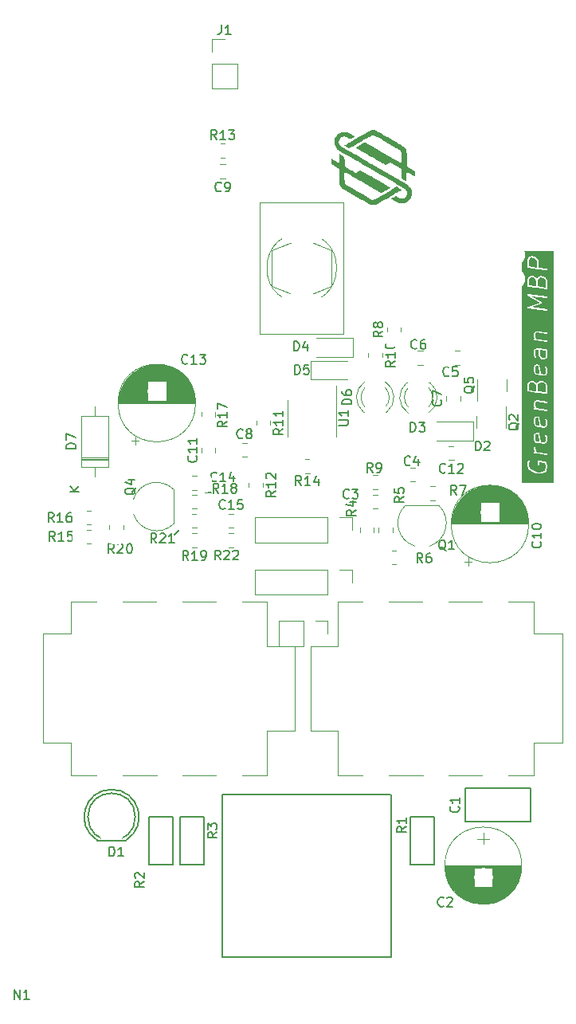
<source format=gto>
G04 #@! TF.GenerationSoftware,KiCad,Pcbnew,7.0.5.1-1-g8f565ef7f0-dirty-deb11*
G04 #@! TF.CreationDate,2023-08-09T09:45:40+00:00*
G04 #@! TF.ProjectId,GreenBean,47726565-6e42-4656-916e-2e6b69636164,rev?*
G04 #@! TF.SameCoordinates,Original*
G04 #@! TF.FileFunction,Legend,Top*
G04 #@! TF.FilePolarity,Positive*
%FSLAX46Y46*%
G04 Gerber Fmt 4.6, Leading zero omitted, Abs format (unit mm)*
G04 Created by KiCad (PCBNEW 7.0.5.1-1-g8f565ef7f0-dirty-deb11) date 2023-08-09 09:45:40*
%MOMM*%
%LPD*%
G01*
G04 APERTURE LIST*
%ADD10C,0.150000*%
%ADD11C,0.120000*%
%ADD12R,2.600000X1.500000*%
%ADD13O,2.600000X1.500000*%
%ADD14R,2.000000X1.900000*%
%ADD15C,1.900000*%
%ADD16C,1.998980*%
%ADD17R,1.300000X1.300000*%
%ADD18C,1.300000*%
%ADD19O,3.000000X1.900000*%
%ADD20C,3.400000*%
%ADD21O,2.100000X2.100000*%
%ADD22C,2.000000*%
%ADD23C,2.300000*%
%ADD24C,2.398980*%
%ADD25C,1.700000*%
%ADD26O,5.400000X3.600000*%
%ADD27C,2.200000*%
%ADD28O,2.600000X2.600000*%
%ADD29C,1.924000*%
G04 APERTURE END LIST*
D10*
X129210000Y-106300000D02*
X129710000Y-105800000D01*
X133110000Y-101800000D02*
X132410000Y-101900000D01*
G36*
X167837087Y-95602331D02*
G01*
X167997329Y-96423576D01*
X167735539Y-96390852D01*
X167577806Y-96292269D01*
X167499104Y-96125027D01*
X167499104Y-95779589D01*
X167572191Y-95642549D01*
X167718852Y-95587552D01*
X167837087Y-95602331D01*
G37*
G36*
X167837087Y-93888045D02*
G01*
X167997329Y-94709290D01*
X167735539Y-94676566D01*
X167577806Y-94577983D01*
X167499104Y-94410741D01*
X167499104Y-94065303D01*
X167572191Y-93928263D01*
X167718852Y-93873266D01*
X167837087Y-93888045D01*
G37*
G36*
X168350765Y-90142731D02*
G01*
X168518068Y-90247295D01*
X168598949Y-90338286D01*
X168682438Y-90515699D01*
X168682438Y-91175880D01*
X167784819Y-91063678D01*
X167784819Y-90475892D01*
X167869376Y-90232787D01*
X167939409Y-90171509D01*
X168099804Y-90111360D01*
X168350765Y-90142731D01*
G37*
G36*
X167303145Y-90107016D02*
G01*
X167470448Y-90211581D01*
X167551330Y-90302574D01*
X167633990Y-90478224D01*
X167633828Y-90481532D01*
X167634819Y-90483254D01*
X167634819Y-91044928D01*
X166832438Y-90944630D01*
X166832438Y-90362921D01*
X166912393Y-90213006D01*
X166987030Y-90147698D01*
X167147423Y-90087551D01*
X167303145Y-90107016D01*
G37*
G36*
X167837087Y-88364235D02*
G01*
X167997329Y-89185480D01*
X167735539Y-89152756D01*
X167577806Y-89054173D01*
X167499104Y-88886931D01*
X167499104Y-88541493D01*
X167572191Y-88404453D01*
X167718852Y-88349456D01*
X167837087Y-88364235D01*
G37*
G36*
X168611921Y-86746804D02*
G01*
X168682438Y-86896651D01*
X168682438Y-87337326D01*
X168609350Y-87474366D01*
X168462689Y-87529364D01*
X168306967Y-87509898D01*
X168149235Y-87411315D01*
X168070533Y-87244074D01*
X168070533Y-86789577D01*
X168072771Y-86772639D01*
X168065861Y-86757955D01*
X168061290Y-86742388D01*
X168056638Y-86738357D01*
X168026156Y-86673583D01*
X168611921Y-86746804D01*
G37*
G36*
X168350765Y-78999873D02*
G01*
X168518068Y-79104437D01*
X168598949Y-79195428D01*
X168682438Y-79372841D01*
X168682438Y-80033022D01*
X167784819Y-79920820D01*
X167784819Y-79333034D01*
X167869376Y-79089929D01*
X167939409Y-79028651D01*
X168099804Y-78968502D01*
X168350765Y-78999873D01*
G37*
G36*
X167303145Y-78964158D02*
G01*
X167470448Y-79068723D01*
X167551330Y-79159716D01*
X167633990Y-79335366D01*
X167633828Y-79338674D01*
X167634819Y-79340396D01*
X167634819Y-79902070D01*
X166832438Y-79801772D01*
X166832438Y-79220063D01*
X166912393Y-79070148D01*
X166987030Y-79004840D01*
X167147423Y-78944693D01*
X167303145Y-78964158D01*
G37*
G36*
X167398383Y-76880825D02*
G01*
X167565687Y-76985390D01*
X167646568Y-77076380D01*
X167730057Y-77253793D01*
X167730057Y-77913974D01*
X166832438Y-77801772D01*
X166832438Y-77124825D01*
X166912393Y-76974910D01*
X166987030Y-76909602D01*
X167147423Y-76849455D01*
X167398383Y-76880825D01*
G37*
G36*
X169520714Y-100810714D02*
G01*
X166124286Y-100810714D01*
X166124286Y-98917485D01*
X166679294Y-98917485D01*
X166685738Y-98937623D01*
X166691681Y-98957861D01*
X166692418Y-98958500D01*
X166779478Y-99230560D01*
X166781990Y-99246588D01*
X166793343Y-99259361D01*
X166802927Y-99273511D01*
X166807759Y-99275578D01*
X166979930Y-99469271D01*
X166984727Y-99479434D01*
X167181930Y-99602686D01*
X167186674Y-99609046D01*
X167200253Y-99614138D01*
X167203021Y-99615868D01*
X167210303Y-99617907D01*
X167576309Y-99755160D01*
X167583426Y-99761100D01*
X167596510Y-99762735D01*
X167598341Y-99763422D01*
X167607190Y-99764070D01*
X167878887Y-99798032D01*
X167887746Y-99802277D01*
X167900294Y-99800708D01*
X167901691Y-99800883D01*
X167910962Y-99799374D01*
X168277897Y-99753507D01*
X168286962Y-99755463D01*
X168299314Y-99750830D01*
X168301249Y-99750589D01*
X168309365Y-99747061D01*
X168490617Y-99679091D01*
X168504537Y-99677022D01*
X168519009Y-99664358D01*
X168534382Y-99652808D01*
X168535425Y-99649994D01*
X168710058Y-99497191D01*
X168725803Y-99484850D01*
X168730172Y-99472286D01*
X168737305Y-99461070D01*
X168737260Y-99451908D01*
X168825348Y-99198654D01*
X168832438Y-99187623D01*
X168832438Y-99167425D01*
X168833428Y-99147289D01*
X168832438Y-99145568D01*
X168832438Y-98984988D01*
X168835582Y-98973241D01*
X168829134Y-98953092D01*
X168823195Y-98932865D01*
X168822457Y-98932225D01*
X168735397Y-98660165D01*
X168732886Y-98644138D01*
X168721532Y-98631365D01*
X168711949Y-98617215D01*
X168707116Y-98615147D01*
X168633704Y-98532560D01*
X168631928Y-98526897D01*
X168619306Y-98516361D01*
X168615853Y-98512477D01*
X168611073Y-98509490D01*
X168598115Y-98498674D01*
X168592677Y-98497994D01*
X168588032Y-98495091D01*
X168571158Y-98495304D01*
X167910259Y-98412692D01*
X167889171Y-98409660D01*
X167878306Y-98414621D01*
X167866517Y-98416539D01*
X167858687Y-98423581D01*
X167849107Y-98427956D01*
X167842648Y-98438006D01*
X167833770Y-98445991D01*
X167830990Y-98456145D01*
X167825295Y-98465008D01*
X167825295Y-98476955D01*
X167822143Y-98488472D01*
X167825295Y-98498518D01*
X167825295Y-98878764D01*
X167834538Y-98910242D01*
X167867824Y-98939084D01*
X167911419Y-98945352D01*
X167951483Y-98927056D01*
X167975295Y-98890004D01*
X167975295Y-98571988D01*
X168529655Y-98641283D01*
X168595602Y-98715473D01*
X168682438Y-98986833D01*
X168682438Y-99152929D01*
X168597881Y-99396032D01*
X168432608Y-99540645D01*
X168263178Y-99604181D01*
X167900295Y-99649541D01*
X167632645Y-99616085D01*
X167267000Y-99478968D01*
X167092047Y-99369622D01*
X166919272Y-99175250D01*
X166832438Y-98903892D01*
X166832438Y-98648636D01*
X166923927Y-98477096D01*
X166930584Y-98444972D01*
X166914787Y-98403859D01*
X166879270Y-98377813D01*
X166835310Y-98375103D01*
X166796863Y-98396590D01*
X166692696Y-98591902D01*
X166682438Y-98607865D01*
X166682438Y-98622199D01*
X166679530Y-98636231D01*
X166682438Y-98643799D01*
X166682438Y-98905737D01*
X166679294Y-98917485D01*
X166124286Y-98917485D01*
X166124286Y-97571805D01*
X167345952Y-97571805D01*
X167359137Y-97613828D01*
X167392949Y-97642052D01*
X167790217Y-97691710D01*
X167806043Y-97696142D01*
X167811716Y-97694398D01*
X168758834Y-97812788D01*
X168791215Y-97807521D01*
X168823963Y-97778069D01*
X168835590Y-97735588D01*
X168822405Y-97693564D01*
X168788592Y-97665341D01*
X167830776Y-97545613D01*
X167663473Y-97441049D01*
X167582591Y-97350056D01*
X167499104Y-97172646D01*
X167499104Y-96988153D01*
X167489861Y-96956675D01*
X167456575Y-96927833D01*
X167412980Y-96921565D01*
X167372916Y-96939861D01*
X167349104Y-96976913D01*
X167349104Y-97184480D01*
X167346866Y-97201420D01*
X167353775Y-97216103D01*
X167358347Y-97231671D01*
X167362998Y-97235701D01*
X167446909Y-97414012D01*
X167448656Y-97425160D01*
X167463440Y-97441792D01*
X167477838Y-97458029D01*
X167477884Y-97458041D01*
X167521343Y-97506934D01*
X167422708Y-97494605D01*
X167390327Y-97499872D01*
X167357579Y-97529324D01*
X167345952Y-97571805D01*
X166124286Y-97571805D01*
X166124286Y-95767184D01*
X167346196Y-95767184D01*
X167349104Y-95774752D01*
X167349104Y-96136861D01*
X167346866Y-96153801D01*
X167353775Y-96168484D01*
X167358347Y-96184052D01*
X167362998Y-96188082D01*
X167442123Y-96356225D01*
X167442118Y-96356271D01*
X167451349Y-96375828D01*
X167456071Y-96385863D01*
X167456100Y-96385896D01*
X167460917Y-96396101D01*
X167470411Y-96402035D01*
X167477838Y-96410410D01*
X167488697Y-96413463D01*
X167665707Y-96524094D01*
X167678664Y-96534910D01*
X167694978Y-96536949D01*
X167710804Y-96541380D01*
X167716476Y-96539636D01*
X168066503Y-96583389D01*
X168072518Y-96586844D01*
X168087963Y-96586072D01*
X168459140Y-96632469D01*
X168477437Y-96636416D01*
X168491100Y-96631292D01*
X168505500Y-96628950D01*
X168511331Y-96623705D01*
X168673554Y-96562872D01*
X168679566Y-96563243D01*
X168693840Y-96555265D01*
X168698630Y-96553469D01*
X168703207Y-96550029D01*
X168718013Y-96541755D01*
X168720548Y-96537000D01*
X168724859Y-96533762D01*
X168730759Y-96517855D01*
X168822181Y-96346439D01*
X168832438Y-96330481D01*
X168832438Y-96316147D01*
X168835346Y-96302115D01*
X168832438Y-96294546D01*
X168832438Y-95932435D01*
X168834676Y-95915497D01*
X168827766Y-95900813D01*
X168823195Y-95885246D01*
X168818543Y-95881215D01*
X168725470Y-95683434D01*
X168703704Y-95658888D01*
X168661305Y-95646965D01*
X168619191Y-95659856D01*
X168590731Y-95693469D01*
X168584962Y-95737134D01*
X168682438Y-95944271D01*
X168682438Y-96289708D01*
X168609350Y-96426748D01*
X168462689Y-96481746D01*
X168153978Y-96443157D01*
X167977268Y-95537513D01*
X167978447Y-95533207D01*
X167973107Y-95516188D01*
X167971842Y-95509703D01*
X167969893Y-95505944D01*
X167965262Y-95491183D01*
X167959934Y-95486736D01*
X167956742Y-95480578D01*
X167943327Y-95472874D01*
X167931449Y-95462960D01*
X167924563Y-95462099D01*
X167918548Y-95458645D01*
X167903098Y-95459416D01*
X167722401Y-95436829D01*
X167704105Y-95432883D01*
X167690441Y-95438006D01*
X167676041Y-95440349D01*
X167670209Y-95445593D01*
X167507986Y-95506426D01*
X167501975Y-95506056D01*
X167487701Y-95514033D01*
X167482913Y-95515829D01*
X167478337Y-95519266D01*
X167463529Y-95527543D01*
X167460992Y-95532298D01*
X167456684Y-95535536D01*
X167450785Y-95551437D01*
X167359365Y-95722850D01*
X167349104Y-95738818D01*
X167349104Y-95753153D01*
X167346196Y-95767184D01*
X166124286Y-95767184D01*
X166124286Y-94052898D01*
X167346196Y-94052898D01*
X167349104Y-94060466D01*
X167349104Y-94422575D01*
X167346866Y-94439515D01*
X167353775Y-94454198D01*
X167358347Y-94469766D01*
X167362998Y-94473796D01*
X167442123Y-94641939D01*
X167442118Y-94641985D01*
X167451349Y-94661542D01*
X167456071Y-94671577D01*
X167456100Y-94671610D01*
X167460917Y-94681815D01*
X167470411Y-94687749D01*
X167477838Y-94696124D01*
X167488697Y-94699177D01*
X167665707Y-94809808D01*
X167678664Y-94820624D01*
X167694978Y-94822663D01*
X167710804Y-94827094D01*
X167716476Y-94825350D01*
X168066503Y-94869103D01*
X168072518Y-94872558D01*
X168087963Y-94871786D01*
X168459140Y-94918183D01*
X168477437Y-94922130D01*
X168491100Y-94917006D01*
X168505500Y-94914664D01*
X168511331Y-94909419D01*
X168673554Y-94848586D01*
X168679566Y-94848957D01*
X168693840Y-94840979D01*
X168698630Y-94839183D01*
X168703207Y-94835743D01*
X168718013Y-94827469D01*
X168720548Y-94822714D01*
X168724859Y-94819476D01*
X168730759Y-94803569D01*
X168822181Y-94632153D01*
X168832438Y-94616195D01*
X168832438Y-94601861D01*
X168835346Y-94587829D01*
X168832438Y-94580260D01*
X168832438Y-94218149D01*
X168834676Y-94201211D01*
X168827766Y-94186527D01*
X168823195Y-94170960D01*
X168818543Y-94166929D01*
X168725470Y-93969148D01*
X168703704Y-93944602D01*
X168661305Y-93932679D01*
X168619191Y-93945570D01*
X168590731Y-93979183D01*
X168584962Y-94022848D01*
X168682438Y-94229985D01*
X168682438Y-94575422D01*
X168609350Y-94712462D01*
X168462689Y-94767460D01*
X168153978Y-94728871D01*
X167977268Y-93823227D01*
X167978447Y-93818921D01*
X167973107Y-93801902D01*
X167971842Y-93795417D01*
X167969893Y-93791658D01*
X167965262Y-93776897D01*
X167959934Y-93772450D01*
X167956742Y-93766292D01*
X167943327Y-93758588D01*
X167931449Y-93748674D01*
X167924563Y-93747813D01*
X167918548Y-93744359D01*
X167903098Y-93745130D01*
X167722401Y-93722543D01*
X167704105Y-93718597D01*
X167690441Y-93723720D01*
X167676041Y-93726063D01*
X167670209Y-93731307D01*
X167507986Y-93792140D01*
X167501975Y-93791770D01*
X167487701Y-93799747D01*
X167482913Y-93801543D01*
X167478337Y-93804980D01*
X167463529Y-93813257D01*
X167460992Y-93818012D01*
X167456684Y-93821250D01*
X167450785Y-93837151D01*
X167359365Y-94008564D01*
X167349104Y-94024532D01*
X167349104Y-94038867D01*
X167346196Y-94052898D01*
X166124286Y-94052898D01*
X166124286Y-92905138D01*
X167345952Y-92905138D01*
X167359137Y-92947161D01*
X167392949Y-92975385D01*
X167588861Y-92999874D01*
X167593508Y-93002778D01*
X167610384Y-93002564D01*
X168758834Y-93146121D01*
X168791215Y-93140854D01*
X168823963Y-93111402D01*
X168835590Y-93068921D01*
X168822405Y-93026897D01*
X168788592Y-92998674D01*
X167651886Y-92856585D01*
X167582591Y-92778627D01*
X167499104Y-92601217D01*
X167499104Y-92351017D01*
X167572191Y-92213977D01*
X167718851Y-92158980D01*
X168758834Y-92288978D01*
X168791216Y-92283711D01*
X168823964Y-92254259D01*
X168835591Y-92211778D01*
X168822405Y-92169755D01*
X168788593Y-92141531D01*
X167722401Y-92008257D01*
X167704105Y-92004311D01*
X167690441Y-92009434D01*
X167676041Y-92011777D01*
X167670209Y-92017021D01*
X167507986Y-92077854D01*
X167501975Y-92077484D01*
X167487701Y-92085461D01*
X167482913Y-92087257D01*
X167478337Y-92090694D01*
X167463529Y-92098971D01*
X167460992Y-92103726D01*
X167456684Y-92106964D01*
X167450785Y-92122865D01*
X167359365Y-92294278D01*
X167349104Y-92310246D01*
X167349104Y-92324581D01*
X167346196Y-92338612D01*
X167349104Y-92346180D01*
X167349103Y-92613051D01*
X167346866Y-92629991D01*
X167353775Y-92644674D01*
X167358347Y-92660242D01*
X167362998Y-92664272D01*
X167441098Y-92830236D01*
X167422708Y-92827938D01*
X167390327Y-92833205D01*
X167357579Y-92862657D01*
X167345952Y-92905138D01*
X166124286Y-92905138D01*
X166124286Y-91012281D01*
X166679286Y-91012281D01*
X166685670Y-91032628D01*
X166691681Y-91053099D01*
X166692246Y-91053589D01*
X166692471Y-91054304D01*
X166708860Y-91067984D01*
X166724967Y-91081941D01*
X166725707Y-91082047D01*
X166726283Y-91082528D01*
X166747466Y-91085175D01*
X166768562Y-91088209D01*
X166769243Y-91087898D01*
X167699884Y-91204228D01*
X167720943Y-91207256D01*
X167721622Y-91206945D01*
X168747473Y-91335176D01*
X168768562Y-91338209D01*
X168779426Y-91333247D01*
X168791215Y-91331330D01*
X168799044Y-91324288D01*
X168808626Y-91319913D01*
X168815085Y-91309862D01*
X168823963Y-91301878D01*
X168826742Y-91291723D01*
X168832438Y-91282861D01*
X168832438Y-91270913D01*
X168835590Y-91259397D01*
X168832438Y-91249351D01*
X168832438Y-90503863D01*
X168834676Y-90486925D01*
X168827766Y-90472241D01*
X168823195Y-90456674D01*
X168818543Y-90452643D01*
X168734633Y-90274333D01*
X168732886Y-90263185D01*
X168718174Y-90246635D01*
X168703704Y-90230316D01*
X168703657Y-90230302D01*
X168630180Y-90147642D01*
X168625385Y-90137482D01*
X168615854Y-90131525D01*
X168615853Y-90131524D01*
X168609185Y-90127357D01*
X168420596Y-90009489D01*
X168407640Y-89998674D01*
X168391327Y-89996634D01*
X168375500Y-89992203D01*
X168369825Y-89993947D01*
X168103354Y-89960637D01*
X168085057Y-89956691D01*
X168071393Y-89961814D01*
X168056994Y-89964157D01*
X168051162Y-89969401D01*
X167881401Y-90033061D01*
X167867480Y-90035132D01*
X167853003Y-90047799D01*
X167837637Y-90059345D01*
X167836593Y-90062157D01*
X167757190Y-90131635D01*
X167741454Y-90143972D01*
X167737084Y-90156533D01*
X167729952Y-90167751D01*
X167729996Y-90176913D01*
X167699387Y-90264914D01*
X167687013Y-90238619D01*
X167685266Y-90227471D01*
X167670450Y-90210803D01*
X167656084Y-90194602D01*
X167656037Y-90194589D01*
X167582563Y-90111929D01*
X167577767Y-90101768D01*
X167568235Y-90095811D01*
X167568235Y-90095810D01*
X167562295Y-90092098D01*
X167372977Y-89973774D01*
X167360020Y-89962959D01*
X167343710Y-89960920D01*
X167327881Y-89956488D01*
X167322206Y-89958232D01*
X167150970Y-89936828D01*
X167132675Y-89932882D01*
X167119010Y-89938005D01*
X167104612Y-89940348D01*
X167098780Y-89945592D01*
X166929021Y-90009251D01*
X166915099Y-90011322D01*
X166900623Y-90023988D01*
X166885256Y-90035535D01*
X166884212Y-90038348D01*
X166809215Y-90103971D01*
X166796863Y-90110875D01*
X166787842Y-90127789D01*
X166777571Y-90143943D01*
X166777585Y-90147019D01*
X166692696Y-90306187D01*
X166682438Y-90322150D01*
X166682438Y-90336484D01*
X166679530Y-90350516D01*
X166682438Y-90358084D01*
X166682438Y-91000764D01*
X166679286Y-91012281D01*
X166124286Y-91012281D01*
X166124286Y-88529088D01*
X167346196Y-88529088D01*
X167349104Y-88536656D01*
X167349104Y-88898765D01*
X167346866Y-88915705D01*
X167353775Y-88930388D01*
X167358347Y-88945956D01*
X167362998Y-88949986D01*
X167442123Y-89118129D01*
X167442118Y-89118175D01*
X167451349Y-89137732D01*
X167456071Y-89147767D01*
X167456100Y-89147800D01*
X167460917Y-89158005D01*
X167470411Y-89163939D01*
X167477838Y-89172314D01*
X167488697Y-89175367D01*
X167665707Y-89285998D01*
X167678664Y-89296814D01*
X167694978Y-89298853D01*
X167710804Y-89303284D01*
X167716476Y-89301540D01*
X168066503Y-89345293D01*
X168072518Y-89348748D01*
X168087963Y-89347976D01*
X168459140Y-89394373D01*
X168477437Y-89398320D01*
X168491100Y-89393196D01*
X168505500Y-89390854D01*
X168511331Y-89385609D01*
X168673554Y-89324776D01*
X168679566Y-89325147D01*
X168693840Y-89317169D01*
X168698630Y-89315373D01*
X168703207Y-89311933D01*
X168718013Y-89303659D01*
X168720548Y-89298904D01*
X168724859Y-89295666D01*
X168730759Y-89279759D01*
X168822181Y-89108343D01*
X168832438Y-89092385D01*
X168832438Y-89078051D01*
X168835346Y-89064019D01*
X168832438Y-89056450D01*
X168832438Y-88694339D01*
X168834676Y-88677401D01*
X168827766Y-88662717D01*
X168823195Y-88647150D01*
X168818543Y-88643119D01*
X168725470Y-88445338D01*
X168703704Y-88420792D01*
X168661305Y-88408869D01*
X168619191Y-88421760D01*
X168590731Y-88455373D01*
X168584962Y-88499038D01*
X168682438Y-88706175D01*
X168682438Y-89051612D01*
X168609350Y-89188652D01*
X168462689Y-89243650D01*
X168153978Y-89205061D01*
X167977268Y-88299417D01*
X167978447Y-88295111D01*
X167973107Y-88278092D01*
X167971842Y-88271607D01*
X167969893Y-88267848D01*
X167965262Y-88253087D01*
X167959934Y-88248640D01*
X167956742Y-88242482D01*
X167943327Y-88234778D01*
X167931449Y-88224864D01*
X167924563Y-88224003D01*
X167918548Y-88220549D01*
X167903098Y-88221320D01*
X167722401Y-88198733D01*
X167704105Y-88194787D01*
X167690441Y-88199910D01*
X167676041Y-88202253D01*
X167670209Y-88207497D01*
X167507986Y-88268330D01*
X167501975Y-88267960D01*
X167487701Y-88275937D01*
X167482913Y-88277733D01*
X167478337Y-88281170D01*
X167463529Y-88289447D01*
X167460992Y-88294202D01*
X167456684Y-88297440D01*
X167450785Y-88313341D01*
X167359365Y-88484754D01*
X167349104Y-88500722D01*
X167349104Y-88515057D01*
X167346196Y-88529088D01*
X166124286Y-88529088D01*
X166124286Y-86814802D01*
X167346196Y-86814802D01*
X167349104Y-86822370D01*
X167349104Y-87184479D01*
X167346866Y-87201419D01*
X167353775Y-87216102D01*
X167358347Y-87231670D01*
X167362998Y-87235700D01*
X167456071Y-87433481D01*
X167477838Y-87458028D01*
X167520237Y-87469951D01*
X167562351Y-87457060D01*
X167590811Y-87423446D01*
X167596580Y-87379782D01*
X167499104Y-87172645D01*
X167499104Y-86827207D01*
X167572191Y-86690167D01*
X167718851Y-86635170D01*
X167850016Y-86651566D01*
X167920533Y-86801413D01*
X167920533Y-87255909D01*
X167918295Y-87272848D01*
X167925204Y-87287531D01*
X167929776Y-87303099D01*
X167934427Y-87307129D01*
X168013552Y-87475271D01*
X168013547Y-87475317D01*
X168022778Y-87494874D01*
X168027500Y-87504909D01*
X168027529Y-87504942D01*
X168032346Y-87515147D01*
X168041840Y-87521081D01*
X168049267Y-87529456D01*
X168060126Y-87532509D01*
X168237134Y-87643140D01*
X168250092Y-87653956D01*
X168266404Y-87655995D01*
X168282232Y-87660427D01*
X168287906Y-87658682D01*
X168459140Y-87680087D01*
X168477437Y-87684034D01*
X168491100Y-87678910D01*
X168505500Y-87676568D01*
X168511331Y-87671323D01*
X168673554Y-87610490D01*
X168679566Y-87610861D01*
X168693840Y-87602883D01*
X168698630Y-87601087D01*
X168703207Y-87597647D01*
X168718013Y-87589373D01*
X168720548Y-87584618D01*
X168724859Y-87581380D01*
X168730759Y-87565473D01*
X168822181Y-87394057D01*
X168832438Y-87378099D01*
X168832438Y-87363765D01*
X168835346Y-87349733D01*
X168832438Y-87342164D01*
X168832438Y-86884815D01*
X168834676Y-86867877D01*
X168827766Y-86853193D01*
X168823195Y-86837626D01*
X168818543Y-86833595D01*
X168784386Y-86761011D01*
X168791216Y-86759901D01*
X168823964Y-86730449D01*
X168835591Y-86687968D01*
X168822405Y-86645945D01*
X168788593Y-86617721D01*
X168677085Y-86603782D01*
X168661305Y-86599345D01*
X168655586Y-86601095D01*
X167915180Y-86508544D01*
X167899400Y-86504107D01*
X167893681Y-86505857D01*
X167722401Y-86484447D01*
X167704105Y-86480501D01*
X167690441Y-86485624D01*
X167676041Y-86487967D01*
X167670209Y-86493211D01*
X167507986Y-86554044D01*
X167501975Y-86553674D01*
X167487701Y-86561651D01*
X167482913Y-86563447D01*
X167478337Y-86566884D01*
X167463529Y-86575161D01*
X167460992Y-86579916D01*
X167456684Y-86583154D01*
X167450785Y-86599055D01*
X167359365Y-86770468D01*
X167349104Y-86786436D01*
X167349104Y-86800771D01*
X167346196Y-86814802D01*
X166124286Y-86814802D01*
X166124286Y-85571804D01*
X167345952Y-85571804D01*
X167359137Y-85613827D01*
X167392949Y-85642051D01*
X167588861Y-85666540D01*
X167593508Y-85669444D01*
X167610384Y-85669230D01*
X168758834Y-85812787D01*
X168791215Y-85807520D01*
X168823963Y-85778068D01*
X168835590Y-85735587D01*
X168822405Y-85693563D01*
X168788592Y-85665340D01*
X167651886Y-85523251D01*
X167582591Y-85445293D01*
X167499104Y-85267883D01*
X167499104Y-85017683D01*
X167572191Y-84880643D01*
X167718851Y-84825646D01*
X168758834Y-84955644D01*
X168791216Y-84950377D01*
X168823964Y-84920925D01*
X168835591Y-84878444D01*
X168822405Y-84836421D01*
X168788593Y-84808197D01*
X167722401Y-84674923D01*
X167704105Y-84670977D01*
X167690441Y-84676100D01*
X167676041Y-84678443D01*
X167670209Y-84683687D01*
X167507986Y-84744520D01*
X167501975Y-84744150D01*
X167487701Y-84752127D01*
X167482913Y-84753923D01*
X167478337Y-84757360D01*
X167463529Y-84765637D01*
X167460992Y-84770392D01*
X167456684Y-84773630D01*
X167450785Y-84789531D01*
X167359365Y-84960944D01*
X167349104Y-84976912D01*
X167349104Y-84991247D01*
X167346196Y-85005278D01*
X167349104Y-85012846D01*
X167349103Y-85279717D01*
X167346866Y-85296657D01*
X167353775Y-85311340D01*
X167358347Y-85326908D01*
X167362998Y-85330938D01*
X167441098Y-85496902D01*
X167422708Y-85494604D01*
X167390327Y-85499871D01*
X167357579Y-85529323D01*
X167345952Y-85571804D01*
X166124286Y-85571804D01*
X166124286Y-82155137D01*
X166679286Y-82155137D01*
X166684556Y-82171934D01*
X166687820Y-82189237D01*
X166691059Y-82192661D01*
X166692471Y-82197160D01*
X166705989Y-82208444D01*
X166718087Y-82221233D01*
X166722663Y-82222362D01*
X166726283Y-82225384D01*
X166743752Y-82227567D01*
X166760847Y-82231787D01*
X166765309Y-82230262D01*
X168758834Y-82479453D01*
X168791215Y-82474186D01*
X168823963Y-82444734D01*
X168835590Y-82402253D01*
X168822404Y-82360229D01*
X168788592Y-82332006D01*
X167089238Y-82119586D01*
X168210071Y-81736635D01*
X168230668Y-81729752D01*
X168237868Y-81720793D01*
X168247260Y-81714162D01*
X168251382Y-81703981D01*
X168258261Y-81695424D01*
X168259475Y-81683995D01*
X168263791Y-81673339D01*
X168261755Y-81662547D01*
X168262916Y-81651627D01*
X168257757Y-81641353D01*
X168255627Y-81630058D01*
X168248081Y-81622081D01*
X168243153Y-81612266D01*
X168233258Y-81606411D01*
X168225360Y-81598062D01*
X168214698Y-81595430D01*
X167106139Y-80939532D01*
X168758834Y-81146119D01*
X168791215Y-81140852D01*
X168823963Y-81111400D01*
X168835590Y-81068919D01*
X168822404Y-81026895D01*
X168788592Y-80998672D01*
X166771367Y-80746518D01*
X166754552Y-80742249D01*
X166739416Y-80747307D01*
X166723660Y-80749870D01*
X166718878Y-80754170D01*
X166712779Y-80756209D01*
X166702778Y-80768650D01*
X166690913Y-80779322D01*
X166689215Y-80785523D01*
X166685186Y-80790537D01*
X166683498Y-80806410D01*
X166679286Y-80821803D01*
X166681210Y-80827937D01*
X166680531Y-80834334D01*
X166687693Y-80848599D01*
X166692471Y-80863826D01*
X166697407Y-80867947D01*
X166700294Y-80873695D01*
X166714030Y-80881822D01*
X166726283Y-80892050D01*
X166732664Y-80892847D01*
X168007722Y-81647257D01*
X166739159Y-82080682D01*
X166723660Y-82083204D01*
X166710571Y-82094975D01*
X166696187Y-82105133D01*
X166694416Y-82109504D01*
X166690913Y-82112656D01*
X166686267Y-82129628D01*
X166679656Y-82145956D01*
X166680530Y-82150590D01*
X166679286Y-82155137D01*
X166124286Y-82155137D01*
X166124286Y-79869423D01*
X166679286Y-79869423D01*
X166685670Y-79889770D01*
X166691681Y-79910241D01*
X166692246Y-79910731D01*
X166692471Y-79911446D01*
X166708860Y-79925126D01*
X166724967Y-79939083D01*
X166725707Y-79939189D01*
X166726283Y-79939670D01*
X166747466Y-79942317D01*
X166768562Y-79945351D01*
X166769243Y-79945040D01*
X167699884Y-80061370D01*
X167720943Y-80064398D01*
X167721622Y-80064087D01*
X168747473Y-80192318D01*
X168768562Y-80195351D01*
X168779426Y-80190389D01*
X168791215Y-80188472D01*
X168799044Y-80181430D01*
X168808626Y-80177055D01*
X168815085Y-80167004D01*
X168823963Y-80159020D01*
X168826742Y-80148865D01*
X168832438Y-80140003D01*
X168832438Y-80128055D01*
X168835590Y-80116539D01*
X168832438Y-80106493D01*
X168832438Y-79361005D01*
X168834676Y-79344067D01*
X168827766Y-79329383D01*
X168823195Y-79313816D01*
X168818543Y-79309785D01*
X168734633Y-79131475D01*
X168732886Y-79120327D01*
X168718174Y-79103777D01*
X168703704Y-79087458D01*
X168703657Y-79087444D01*
X168630180Y-79004784D01*
X168625385Y-78994624D01*
X168615854Y-78988667D01*
X168615853Y-78988666D01*
X168609185Y-78984499D01*
X168420596Y-78866631D01*
X168407640Y-78855816D01*
X168391327Y-78853776D01*
X168375500Y-78849345D01*
X168369825Y-78851089D01*
X168103354Y-78817779D01*
X168085057Y-78813833D01*
X168071393Y-78818956D01*
X168056994Y-78821299D01*
X168051162Y-78826543D01*
X167881401Y-78890203D01*
X167867480Y-78892274D01*
X167853003Y-78904941D01*
X167837637Y-78916487D01*
X167836593Y-78919299D01*
X167757190Y-78988777D01*
X167741454Y-79001114D01*
X167737084Y-79013675D01*
X167729952Y-79024893D01*
X167729996Y-79034055D01*
X167699387Y-79122056D01*
X167687013Y-79095761D01*
X167685266Y-79084613D01*
X167670450Y-79067945D01*
X167656084Y-79051744D01*
X167656037Y-79051731D01*
X167582563Y-78969071D01*
X167577767Y-78958910D01*
X167568235Y-78952953D01*
X167568235Y-78952952D01*
X167562295Y-78949240D01*
X167372977Y-78830916D01*
X167360020Y-78820101D01*
X167343710Y-78818062D01*
X167327881Y-78813630D01*
X167322206Y-78815374D01*
X167150970Y-78793970D01*
X167132675Y-78790024D01*
X167119010Y-78795147D01*
X167104612Y-78797490D01*
X167098780Y-78802734D01*
X166929021Y-78866393D01*
X166915099Y-78868464D01*
X166900623Y-78881130D01*
X166885256Y-78892677D01*
X166884212Y-78895490D01*
X166809215Y-78961113D01*
X166796863Y-78968017D01*
X166787842Y-78984931D01*
X166777571Y-79001085D01*
X166777585Y-79004161D01*
X166692696Y-79163329D01*
X166682438Y-79179292D01*
X166682438Y-79193626D01*
X166679530Y-79207658D01*
X166682438Y-79215226D01*
X166682438Y-79857906D01*
X166679286Y-79869423D01*
X166124286Y-79869423D01*
X166124286Y-77869423D01*
X166679286Y-77869423D01*
X166685670Y-77889770D01*
X166691681Y-77910241D01*
X166692246Y-77910731D01*
X166692471Y-77911446D01*
X166708860Y-77925126D01*
X166724967Y-77939083D01*
X166725707Y-77939189D01*
X166726283Y-77939670D01*
X166747466Y-77942317D01*
X166768562Y-77945351D01*
X166769243Y-77945040D01*
X167795109Y-78073273D01*
X167816181Y-78076303D01*
X167816861Y-78075992D01*
X168758834Y-78193739D01*
X168791215Y-78188472D01*
X168823963Y-78159020D01*
X168835590Y-78116539D01*
X168822404Y-78074515D01*
X168788592Y-78046292D01*
X167880057Y-77932725D01*
X167880057Y-77241957D01*
X167882295Y-77225019D01*
X167875385Y-77210335D01*
X167870814Y-77194768D01*
X167866162Y-77190737D01*
X167782252Y-77012428D01*
X167780505Y-77001278D01*
X167765521Y-76984421D01*
X167751323Y-76968410D01*
X167751276Y-76968396D01*
X167677801Y-76885739D01*
X167673005Y-76875577D01*
X167468213Y-76747582D01*
X167455258Y-76736768D01*
X167438948Y-76734729D01*
X167423119Y-76730297D01*
X167417444Y-76732041D01*
X167150970Y-76698732D01*
X167132675Y-76694786D01*
X167119010Y-76699909D01*
X167104612Y-76702252D01*
X167098781Y-76707496D01*
X166929021Y-76771155D01*
X166915099Y-76773226D01*
X166900623Y-76785892D01*
X166885256Y-76797439D01*
X166884212Y-76800252D01*
X166809215Y-76865875D01*
X166796863Y-76872779D01*
X166787842Y-76889693D01*
X166777571Y-76905847D01*
X166777585Y-76908923D01*
X166692696Y-77068091D01*
X166682438Y-77084054D01*
X166682438Y-77098388D01*
X166679530Y-77112420D01*
X166682438Y-77119988D01*
X166682438Y-77857906D01*
X166679286Y-77869423D01*
X166124286Y-77869423D01*
X166124286Y-76195237D01*
X169520714Y-76195237D01*
X169520714Y-100810714D01*
G37*
X134176666Y-52124819D02*
X134176666Y-52839104D01*
X134176666Y-52839104D02*
X134129047Y-52981961D01*
X134129047Y-52981961D02*
X134033809Y-53077200D01*
X134033809Y-53077200D02*
X133890952Y-53124819D01*
X133890952Y-53124819D02*
X133795714Y-53124819D01*
X135176666Y-53124819D02*
X134605238Y-53124819D01*
X134890952Y-53124819D02*
X134890952Y-52124819D01*
X134890952Y-52124819D02*
X134795714Y-52267676D01*
X134795714Y-52267676D02*
X134700476Y-52362914D01*
X134700476Y-52362914D02*
X134605238Y-52410533D01*
X157783333Y-145709580D02*
X157735714Y-145757200D01*
X157735714Y-145757200D02*
X157592857Y-145804819D01*
X157592857Y-145804819D02*
X157497619Y-145804819D01*
X157497619Y-145804819D02*
X157354762Y-145757200D01*
X157354762Y-145757200D02*
X157259524Y-145661961D01*
X157259524Y-145661961D02*
X157211905Y-145566723D01*
X157211905Y-145566723D02*
X157164286Y-145376247D01*
X157164286Y-145376247D02*
X157164286Y-145233390D01*
X157164286Y-145233390D02*
X157211905Y-145042914D01*
X157211905Y-145042914D02*
X157259524Y-144947676D01*
X157259524Y-144947676D02*
X157354762Y-144852438D01*
X157354762Y-144852438D02*
X157497619Y-144804819D01*
X157497619Y-144804819D02*
X157592857Y-144804819D01*
X157592857Y-144804819D02*
X157735714Y-144852438D01*
X157735714Y-144852438D02*
X157783333Y-144900057D01*
X158164286Y-144900057D02*
X158211905Y-144852438D01*
X158211905Y-144852438D02*
X158307143Y-144804819D01*
X158307143Y-144804819D02*
X158545238Y-144804819D01*
X158545238Y-144804819D02*
X158640476Y-144852438D01*
X158640476Y-144852438D02*
X158688095Y-144900057D01*
X158688095Y-144900057D02*
X158735714Y-144995295D01*
X158735714Y-144995295D02*
X158735714Y-145090533D01*
X158735714Y-145090533D02*
X158688095Y-145233390D01*
X158688095Y-145233390D02*
X158116667Y-145804819D01*
X158116667Y-145804819D02*
X158735714Y-145804819D01*
X122261905Y-140454819D02*
X122261905Y-139454819D01*
X122261905Y-139454819D02*
X122500000Y-139454819D01*
X122500000Y-139454819D02*
X122642857Y-139502438D01*
X122642857Y-139502438D02*
X122738095Y-139597676D01*
X122738095Y-139597676D02*
X122785714Y-139692914D01*
X122785714Y-139692914D02*
X122833333Y-139883390D01*
X122833333Y-139883390D02*
X122833333Y-140026247D01*
X122833333Y-140026247D02*
X122785714Y-140216723D01*
X122785714Y-140216723D02*
X122738095Y-140311961D01*
X122738095Y-140311961D02*
X122642857Y-140407200D01*
X122642857Y-140407200D02*
X122500000Y-140454819D01*
X122500000Y-140454819D02*
X122261905Y-140454819D01*
X123785714Y-140454819D02*
X123214286Y-140454819D01*
X123500000Y-140454819D02*
X123500000Y-139454819D01*
X123500000Y-139454819D02*
X123404762Y-139597676D01*
X123404762Y-139597676D02*
X123309524Y-139692914D01*
X123309524Y-139692914D02*
X123214286Y-139740533D01*
X153804819Y-137316666D02*
X153328628Y-137649999D01*
X153804819Y-137888094D02*
X152804819Y-137888094D01*
X152804819Y-137888094D02*
X152804819Y-137507142D01*
X152804819Y-137507142D02*
X152852438Y-137411904D01*
X152852438Y-137411904D02*
X152900057Y-137364285D01*
X152900057Y-137364285D02*
X152995295Y-137316666D01*
X152995295Y-137316666D02*
X153138152Y-137316666D01*
X153138152Y-137316666D02*
X153233390Y-137364285D01*
X153233390Y-137364285D02*
X153281009Y-137411904D01*
X153281009Y-137411904D02*
X153328628Y-137507142D01*
X153328628Y-137507142D02*
X153328628Y-137888094D01*
X153804819Y-136364285D02*
X153804819Y-136935713D01*
X153804819Y-136649999D02*
X152804819Y-136649999D01*
X152804819Y-136649999D02*
X152947676Y-136745237D01*
X152947676Y-136745237D02*
X153042914Y-136840475D01*
X153042914Y-136840475D02*
X153090533Y-136935713D01*
X125964819Y-143146666D02*
X125488628Y-143479999D01*
X125964819Y-143718094D02*
X124964819Y-143718094D01*
X124964819Y-143718094D02*
X124964819Y-143337142D01*
X124964819Y-143337142D02*
X125012438Y-143241904D01*
X125012438Y-143241904D02*
X125060057Y-143194285D01*
X125060057Y-143194285D02*
X125155295Y-143146666D01*
X125155295Y-143146666D02*
X125298152Y-143146666D01*
X125298152Y-143146666D02*
X125393390Y-143194285D01*
X125393390Y-143194285D02*
X125441009Y-143241904D01*
X125441009Y-143241904D02*
X125488628Y-143337142D01*
X125488628Y-143337142D02*
X125488628Y-143718094D01*
X125060057Y-142765713D02*
X125012438Y-142718094D01*
X125012438Y-142718094D02*
X124964819Y-142622856D01*
X124964819Y-142622856D02*
X124964819Y-142384761D01*
X124964819Y-142384761D02*
X125012438Y-142289523D01*
X125012438Y-142289523D02*
X125060057Y-142241904D01*
X125060057Y-142241904D02*
X125155295Y-142194285D01*
X125155295Y-142194285D02*
X125250533Y-142194285D01*
X125250533Y-142194285D02*
X125393390Y-142241904D01*
X125393390Y-142241904D02*
X125964819Y-142813332D01*
X125964819Y-142813332D02*
X125964819Y-142194285D01*
X133714819Y-137916666D02*
X133238628Y-138249999D01*
X133714819Y-138488094D02*
X132714819Y-138488094D01*
X132714819Y-138488094D02*
X132714819Y-138107142D01*
X132714819Y-138107142D02*
X132762438Y-138011904D01*
X132762438Y-138011904D02*
X132810057Y-137964285D01*
X132810057Y-137964285D02*
X132905295Y-137916666D01*
X132905295Y-137916666D02*
X133048152Y-137916666D01*
X133048152Y-137916666D02*
X133143390Y-137964285D01*
X133143390Y-137964285D02*
X133191009Y-138011904D01*
X133191009Y-138011904D02*
X133238628Y-138107142D01*
X133238628Y-138107142D02*
X133238628Y-138488094D01*
X132714819Y-137583332D02*
X132714819Y-136964285D01*
X132714819Y-136964285D02*
X133095771Y-137297618D01*
X133095771Y-137297618D02*
X133095771Y-137154761D01*
X133095771Y-137154761D02*
X133143390Y-137059523D01*
X133143390Y-137059523D02*
X133191009Y-137011904D01*
X133191009Y-137011904D02*
X133286247Y-136964285D01*
X133286247Y-136964285D02*
X133524342Y-136964285D01*
X133524342Y-136964285D02*
X133619580Y-137011904D01*
X133619580Y-137011904D02*
X133667200Y-137059523D01*
X133667200Y-137059523D02*
X133714819Y-137154761D01*
X133714819Y-137154761D02*
X133714819Y-137440475D01*
X133714819Y-137440475D02*
X133667200Y-137535713D01*
X133667200Y-137535713D02*
X133619580Y-137583332D01*
X159359580Y-135166666D02*
X159407200Y-135214285D01*
X159407200Y-135214285D02*
X159454819Y-135357142D01*
X159454819Y-135357142D02*
X159454819Y-135452380D01*
X159454819Y-135452380D02*
X159407200Y-135595237D01*
X159407200Y-135595237D02*
X159311961Y-135690475D01*
X159311961Y-135690475D02*
X159216723Y-135738094D01*
X159216723Y-135738094D02*
X159026247Y-135785713D01*
X159026247Y-135785713D02*
X158883390Y-135785713D01*
X158883390Y-135785713D02*
X158692914Y-135738094D01*
X158692914Y-135738094D02*
X158597676Y-135690475D01*
X158597676Y-135690475D02*
X158502438Y-135595237D01*
X158502438Y-135595237D02*
X158454819Y-135452380D01*
X158454819Y-135452380D02*
X158454819Y-135357142D01*
X158454819Y-135357142D02*
X158502438Y-135214285D01*
X158502438Y-135214285D02*
X158550057Y-135166666D01*
X159454819Y-134214285D02*
X159454819Y-134785713D01*
X159454819Y-134499999D02*
X158454819Y-134499999D01*
X158454819Y-134499999D02*
X158597676Y-134595237D01*
X158597676Y-134595237D02*
X158692914Y-134690475D01*
X158692914Y-134690475D02*
X158740533Y-134785713D01*
X142667142Y-101054819D02*
X142333809Y-100578628D01*
X142095714Y-101054819D02*
X142095714Y-100054819D01*
X142095714Y-100054819D02*
X142476666Y-100054819D01*
X142476666Y-100054819D02*
X142571904Y-100102438D01*
X142571904Y-100102438D02*
X142619523Y-100150057D01*
X142619523Y-100150057D02*
X142667142Y-100245295D01*
X142667142Y-100245295D02*
X142667142Y-100388152D01*
X142667142Y-100388152D02*
X142619523Y-100483390D01*
X142619523Y-100483390D02*
X142571904Y-100531009D01*
X142571904Y-100531009D02*
X142476666Y-100578628D01*
X142476666Y-100578628D02*
X142095714Y-100578628D01*
X143619523Y-101054819D02*
X143048095Y-101054819D01*
X143333809Y-101054819D02*
X143333809Y-100054819D01*
X143333809Y-100054819D02*
X143238571Y-100197676D01*
X143238571Y-100197676D02*
X143143333Y-100292914D01*
X143143333Y-100292914D02*
X143048095Y-100340533D01*
X144476666Y-100388152D02*
X144476666Y-101054819D01*
X144238571Y-100007200D02*
X144000476Y-100721485D01*
X144000476Y-100721485D02*
X144619523Y-100721485D01*
X148004819Y-92443094D02*
X147004819Y-92443094D01*
X147004819Y-92443094D02*
X147004819Y-92204999D01*
X147004819Y-92204999D02*
X147052438Y-92062142D01*
X147052438Y-92062142D02*
X147147676Y-91966904D01*
X147147676Y-91966904D02*
X147242914Y-91919285D01*
X147242914Y-91919285D02*
X147433390Y-91871666D01*
X147433390Y-91871666D02*
X147576247Y-91871666D01*
X147576247Y-91871666D02*
X147766723Y-91919285D01*
X147766723Y-91919285D02*
X147861961Y-91966904D01*
X147861961Y-91966904D02*
X147957200Y-92062142D01*
X147957200Y-92062142D02*
X148004819Y-92204999D01*
X148004819Y-92204999D02*
X148004819Y-92443094D01*
X147004819Y-91014523D02*
X147004819Y-91204999D01*
X147004819Y-91204999D02*
X147052438Y-91300237D01*
X147052438Y-91300237D02*
X147100057Y-91347856D01*
X147100057Y-91347856D02*
X147242914Y-91443094D01*
X147242914Y-91443094D02*
X147433390Y-91490713D01*
X147433390Y-91490713D02*
X147814342Y-91490713D01*
X147814342Y-91490713D02*
X147909580Y-91443094D01*
X147909580Y-91443094D02*
X147957200Y-91395475D01*
X147957200Y-91395475D02*
X148004819Y-91300237D01*
X148004819Y-91300237D02*
X148004819Y-91109761D01*
X148004819Y-91109761D02*
X147957200Y-91014523D01*
X147957200Y-91014523D02*
X147909580Y-90966904D01*
X147909580Y-90966904D02*
X147814342Y-90919285D01*
X147814342Y-90919285D02*
X147576247Y-90919285D01*
X147576247Y-90919285D02*
X147481009Y-90966904D01*
X147481009Y-90966904D02*
X147433390Y-91014523D01*
X147433390Y-91014523D02*
X147385771Y-91109761D01*
X147385771Y-91109761D02*
X147385771Y-91300237D01*
X147385771Y-91300237D02*
X147433390Y-91395475D01*
X147433390Y-91395475D02*
X147481009Y-91443094D01*
X147481009Y-91443094D02*
X147576247Y-91490713D01*
X130667142Y-109004819D02*
X130333809Y-108528628D01*
X130095714Y-109004819D02*
X130095714Y-108004819D01*
X130095714Y-108004819D02*
X130476666Y-108004819D01*
X130476666Y-108004819D02*
X130571904Y-108052438D01*
X130571904Y-108052438D02*
X130619523Y-108100057D01*
X130619523Y-108100057D02*
X130667142Y-108195295D01*
X130667142Y-108195295D02*
X130667142Y-108338152D01*
X130667142Y-108338152D02*
X130619523Y-108433390D01*
X130619523Y-108433390D02*
X130571904Y-108481009D01*
X130571904Y-108481009D02*
X130476666Y-108528628D01*
X130476666Y-108528628D02*
X130095714Y-108528628D01*
X131619523Y-109004819D02*
X131048095Y-109004819D01*
X131333809Y-109004819D02*
X131333809Y-108004819D01*
X131333809Y-108004819D02*
X131238571Y-108147676D01*
X131238571Y-108147676D02*
X131143333Y-108242914D01*
X131143333Y-108242914D02*
X131048095Y-108290533D01*
X132095714Y-109004819D02*
X132286190Y-109004819D01*
X132286190Y-109004819D02*
X132381428Y-108957200D01*
X132381428Y-108957200D02*
X132429047Y-108909580D01*
X132429047Y-108909580D02*
X132524285Y-108766723D01*
X132524285Y-108766723D02*
X132571904Y-108576247D01*
X132571904Y-108576247D02*
X132571904Y-108195295D01*
X132571904Y-108195295D02*
X132524285Y-108100057D01*
X132524285Y-108100057D02*
X132476666Y-108052438D01*
X132476666Y-108052438D02*
X132381428Y-108004819D01*
X132381428Y-108004819D02*
X132190952Y-108004819D01*
X132190952Y-108004819D02*
X132095714Y-108052438D01*
X132095714Y-108052438D02*
X132048095Y-108100057D01*
X132048095Y-108100057D02*
X132000476Y-108195295D01*
X132000476Y-108195295D02*
X132000476Y-108433390D01*
X132000476Y-108433390D02*
X132048095Y-108528628D01*
X132048095Y-108528628D02*
X132095714Y-108576247D01*
X132095714Y-108576247D02*
X132190952Y-108623866D01*
X132190952Y-108623866D02*
X132381428Y-108623866D01*
X132381428Y-108623866D02*
X132476666Y-108576247D01*
X132476666Y-108576247D02*
X132524285Y-108528628D01*
X132524285Y-108528628D02*
X132571904Y-108433390D01*
X154271905Y-95354819D02*
X154271905Y-94354819D01*
X154271905Y-94354819D02*
X154510000Y-94354819D01*
X154510000Y-94354819D02*
X154652857Y-94402438D01*
X154652857Y-94402438D02*
X154748095Y-94497676D01*
X154748095Y-94497676D02*
X154795714Y-94592914D01*
X154795714Y-94592914D02*
X154843333Y-94783390D01*
X154843333Y-94783390D02*
X154843333Y-94926247D01*
X154843333Y-94926247D02*
X154795714Y-95116723D01*
X154795714Y-95116723D02*
X154748095Y-95211961D01*
X154748095Y-95211961D02*
X154652857Y-95307200D01*
X154652857Y-95307200D02*
X154510000Y-95354819D01*
X154510000Y-95354819D02*
X154271905Y-95354819D01*
X155176667Y-94354819D02*
X155795714Y-94354819D01*
X155795714Y-94354819D02*
X155462381Y-94735771D01*
X155462381Y-94735771D02*
X155605238Y-94735771D01*
X155605238Y-94735771D02*
X155700476Y-94783390D01*
X155700476Y-94783390D02*
X155748095Y-94831009D01*
X155748095Y-94831009D02*
X155795714Y-94926247D01*
X155795714Y-94926247D02*
X155795714Y-95164342D01*
X155795714Y-95164342D02*
X155748095Y-95259580D01*
X155748095Y-95259580D02*
X155700476Y-95307200D01*
X155700476Y-95307200D02*
X155605238Y-95354819D01*
X155605238Y-95354819D02*
X155319524Y-95354819D01*
X155319524Y-95354819D02*
X155224286Y-95307200D01*
X155224286Y-95307200D02*
X155176667Y-95259580D01*
X139914819Y-101642857D02*
X139438628Y-101976190D01*
X139914819Y-102214285D02*
X138914819Y-102214285D01*
X138914819Y-102214285D02*
X138914819Y-101833333D01*
X138914819Y-101833333D02*
X138962438Y-101738095D01*
X138962438Y-101738095D02*
X139010057Y-101690476D01*
X139010057Y-101690476D02*
X139105295Y-101642857D01*
X139105295Y-101642857D02*
X139248152Y-101642857D01*
X139248152Y-101642857D02*
X139343390Y-101690476D01*
X139343390Y-101690476D02*
X139391009Y-101738095D01*
X139391009Y-101738095D02*
X139438628Y-101833333D01*
X139438628Y-101833333D02*
X139438628Y-102214285D01*
X139914819Y-100690476D02*
X139914819Y-101261904D01*
X139914819Y-100976190D02*
X138914819Y-100976190D01*
X138914819Y-100976190D02*
X139057676Y-101071428D01*
X139057676Y-101071428D02*
X139152914Y-101166666D01*
X139152914Y-101166666D02*
X139200533Y-101261904D01*
X139010057Y-100309523D02*
X138962438Y-100261904D01*
X138962438Y-100261904D02*
X138914819Y-100166666D01*
X138914819Y-100166666D02*
X138914819Y-99928571D01*
X138914819Y-99928571D02*
X138962438Y-99833333D01*
X138962438Y-99833333D02*
X139010057Y-99785714D01*
X139010057Y-99785714D02*
X139105295Y-99738095D01*
X139105295Y-99738095D02*
X139200533Y-99738095D01*
X139200533Y-99738095D02*
X139343390Y-99785714D01*
X139343390Y-99785714D02*
X139914819Y-100357142D01*
X139914819Y-100357142D02*
X139914819Y-99738095D01*
X136443333Y-95979580D02*
X136395714Y-96027200D01*
X136395714Y-96027200D02*
X136252857Y-96074819D01*
X136252857Y-96074819D02*
X136157619Y-96074819D01*
X136157619Y-96074819D02*
X136014762Y-96027200D01*
X136014762Y-96027200D02*
X135919524Y-95931961D01*
X135919524Y-95931961D02*
X135871905Y-95836723D01*
X135871905Y-95836723D02*
X135824286Y-95646247D01*
X135824286Y-95646247D02*
X135824286Y-95503390D01*
X135824286Y-95503390D02*
X135871905Y-95312914D01*
X135871905Y-95312914D02*
X135919524Y-95217676D01*
X135919524Y-95217676D02*
X136014762Y-95122438D01*
X136014762Y-95122438D02*
X136157619Y-95074819D01*
X136157619Y-95074819D02*
X136252857Y-95074819D01*
X136252857Y-95074819D02*
X136395714Y-95122438D01*
X136395714Y-95122438D02*
X136443333Y-95170057D01*
X137014762Y-95503390D02*
X136919524Y-95455771D01*
X136919524Y-95455771D02*
X136871905Y-95408152D01*
X136871905Y-95408152D02*
X136824286Y-95312914D01*
X136824286Y-95312914D02*
X136824286Y-95265295D01*
X136824286Y-95265295D02*
X136871905Y-95170057D01*
X136871905Y-95170057D02*
X136919524Y-95122438D01*
X136919524Y-95122438D02*
X137014762Y-95074819D01*
X137014762Y-95074819D02*
X137205238Y-95074819D01*
X137205238Y-95074819D02*
X137300476Y-95122438D01*
X137300476Y-95122438D02*
X137348095Y-95170057D01*
X137348095Y-95170057D02*
X137395714Y-95265295D01*
X137395714Y-95265295D02*
X137395714Y-95312914D01*
X137395714Y-95312914D02*
X137348095Y-95408152D01*
X137348095Y-95408152D02*
X137300476Y-95455771D01*
X137300476Y-95455771D02*
X137205238Y-95503390D01*
X137205238Y-95503390D02*
X137014762Y-95503390D01*
X137014762Y-95503390D02*
X136919524Y-95551009D01*
X136919524Y-95551009D02*
X136871905Y-95598628D01*
X136871905Y-95598628D02*
X136824286Y-95693866D01*
X136824286Y-95693866D02*
X136824286Y-95884342D01*
X136824286Y-95884342D02*
X136871905Y-95979580D01*
X136871905Y-95979580D02*
X136919524Y-96027200D01*
X136919524Y-96027200D02*
X137014762Y-96074819D01*
X137014762Y-96074819D02*
X137205238Y-96074819D01*
X137205238Y-96074819D02*
X137300476Y-96027200D01*
X137300476Y-96027200D02*
X137348095Y-95979580D01*
X137348095Y-95979580D02*
X137395714Y-95884342D01*
X137395714Y-95884342D02*
X137395714Y-95693866D01*
X137395714Y-95693866D02*
X137348095Y-95598628D01*
X137348095Y-95598628D02*
X137300476Y-95551009D01*
X137300476Y-95551009D02*
X137205238Y-95503390D01*
X134067142Y-108954819D02*
X133733809Y-108478628D01*
X133495714Y-108954819D02*
X133495714Y-107954819D01*
X133495714Y-107954819D02*
X133876666Y-107954819D01*
X133876666Y-107954819D02*
X133971904Y-108002438D01*
X133971904Y-108002438D02*
X134019523Y-108050057D01*
X134019523Y-108050057D02*
X134067142Y-108145295D01*
X134067142Y-108145295D02*
X134067142Y-108288152D01*
X134067142Y-108288152D02*
X134019523Y-108383390D01*
X134019523Y-108383390D02*
X133971904Y-108431009D01*
X133971904Y-108431009D02*
X133876666Y-108478628D01*
X133876666Y-108478628D02*
X133495714Y-108478628D01*
X134448095Y-108050057D02*
X134495714Y-108002438D01*
X134495714Y-108002438D02*
X134590952Y-107954819D01*
X134590952Y-107954819D02*
X134829047Y-107954819D01*
X134829047Y-107954819D02*
X134924285Y-108002438D01*
X134924285Y-108002438D02*
X134971904Y-108050057D01*
X134971904Y-108050057D02*
X135019523Y-108145295D01*
X135019523Y-108145295D02*
X135019523Y-108240533D01*
X135019523Y-108240533D02*
X134971904Y-108383390D01*
X134971904Y-108383390D02*
X134400476Y-108954819D01*
X134400476Y-108954819D02*
X135019523Y-108954819D01*
X135400476Y-108050057D02*
X135448095Y-108002438D01*
X135448095Y-108002438D02*
X135543333Y-107954819D01*
X135543333Y-107954819D02*
X135781428Y-107954819D01*
X135781428Y-107954819D02*
X135876666Y-108002438D01*
X135876666Y-108002438D02*
X135924285Y-108050057D01*
X135924285Y-108050057D02*
X135971904Y-108145295D01*
X135971904Y-108145295D02*
X135971904Y-108240533D01*
X135971904Y-108240533D02*
X135924285Y-108383390D01*
X135924285Y-108383390D02*
X135352857Y-108954819D01*
X135352857Y-108954819D02*
X135971904Y-108954819D01*
X146664819Y-94661904D02*
X147474342Y-94661904D01*
X147474342Y-94661904D02*
X147569580Y-94614285D01*
X147569580Y-94614285D02*
X147617200Y-94566666D01*
X147617200Y-94566666D02*
X147664819Y-94471428D01*
X147664819Y-94471428D02*
X147664819Y-94280952D01*
X147664819Y-94280952D02*
X147617200Y-94185714D01*
X147617200Y-94185714D02*
X147569580Y-94138095D01*
X147569580Y-94138095D02*
X147474342Y-94090476D01*
X147474342Y-94090476D02*
X146664819Y-94090476D01*
X147664819Y-93090476D02*
X147664819Y-93661904D01*
X147664819Y-93376190D02*
X146664819Y-93376190D01*
X146664819Y-93376190D02*
X146807676Y-93471428D01*
X146807676Y-93471428D02*
X146902914Y-93566666D01*
X146902914Y-93566666D02*
X146950533Y-93661904D01*
X122767142Y-108254819D02*
X122433809Y-107778628D01*
X122195714Y-108254819D02*
X122195714Y-107254819D01*
X122195714Y-107254819D02*
X122576666Y-107254819D01*
X122576666Y-107254819D02*
X122671904Y-107302438D01*
X122671904Y-107302438D02*
X122719523Y-107350057D01*
X122719523Y-107350057D02*
X122767142Y-107445295D01*
X122767142Y-107445295D02*
X122767142Y-107588152D01*
X122767142Y-107588152D02*
X122719523Y-107683390D01*
X122719523Y-107683390D02*
X122671904Y-107731009D01*
X122671904Y-107731009D02*
X122576666Y-107778628D01*
X122576666Y-107778628D02*
X122195714Y-107778628D01*
X123148095Y-107350057D02*
X123195714Y-107302438D01*
X123195714Y-107302438D02*
X123290952Y-107254819D01*
X123290952Y-107254819D02*
X123529047Y-107254819D01*
X123529047Y-107254819D02*
X123624285Y-107302438D01*
X123624285Y-107302438D02*
X123671904Y-107350057D01*
X123671904Y-107350057D02*
X123719523Y-107445295D01*
X123719523Y-107445295D02*
X123719523Y-107540533D01*
X123719523Y-107540533D02*
X123671904Y-107683390D01*
X123671904Y-107683390D02*
X123100476Y-108254819D01*
X123100476Y-108254819D02*
X123719523Y-108254819D01*
X124338571Y-107254819D02*
X124433809Y-107254819D01*
X124433809Y-107254819D02*
X124529047Y-107302438D01*
X124529047Y-107302438D02*
X124576666Y-107350057D01*
X124576666Y-107350057D02*
X124624285Y-107445295D01*
X124624285Y-107445295D02*
X124671904Y-107635771D01*
X124671904Y-107635771D02*
X124671904Y-107873866D01*
X124671904Y-107873866D02*
X124624285Y-108064342D01*
X124624285Y-108064342D02*
X124576666Y-108159580D01*
X124576666Y-108159580D02*
X124529047Y-108207200D01*
X124529047Y-108207200D02*
X124433809Y-108254819D01*
X124433809Y-108254819D02*
X124338571Y-108254819D01*
X124338571Y-108254819D02*
X124243333Y-108207200D01*
X124243333Y-108207200D02*
X124195714Y-108159580D01*
X124195714Y-108159580D02*
X124148095Y-108064342D01*
X124148095Y-108064342D02*
X124100476Y-107873866D01*
X124100476Y-107873866D02*
X124100476Y-107635771D01*
X124100476Y-107635771D02*
X124148095Y-107445295D01*
X124148095Y-107445295D02*
X124195714Y-107350057D01*
X124195714Y-107350057D02*
X124243333Y-107302438D01*
X124243333Y-107302438D02*
X124338571Y-107254819D01*
X141971905Y-89254819D02*
X141971905Y-88254819D01*
X141971905Y-88254819D02*
X142210000Y-88254819D01*
X142210000Y-88254819D02*
X142352857Y-88302438D01*
X142352857Y-88302438D02*
X142448095Y-88397676D01*
X142448095Y-88397676D02*
X142495714Y-88492914D01*
X142495714Y-88492914D02*
X142543333Y-88683390D01*
X142543333Y-88683390D02*
X142543333Y-88826247D01*
X142543333Y-88826247D02*
X142495714Y-89016723D01*
X142495714Y-89016723D02*
X142448095Y-89111961D01*
X142448095Y-89111961D02*
X142352857Y-89207200D01*
X142352857Y-89207200D02*
X142210000Y-89254819D01*
X142210000Y-89254819D02*
X141971905Y-89254819D01*
X143448095Y-88254819D02*
X142971905Y-88254819D01*
X142971905Y-88254819D02*
X142924286Y-88731009D01*
X142924286Y-88731009D02*
X142971905Y-88683390D01*
X142971905Y-88683390D02*
X143067143Y-88635771D01*
X143067143Y-88635771D02*
X143305238Y-88635771D01*
X143305238Y-88635771D02*
X143400476Y-88683390D01*
X143400476Y-88683390D02*
X143448095Y-88731009D01*
X143448095Y-88731009D02*
X143495714Y-88826247D01*
X143495714Y-88826247D02*
X143495714Y-89064342D01*
X143495714Y-89064342D02*
X143448095Y-89159580D01*
X143448095Y-89159580D02*
X143400476Y-89207200D01*
X143400476Y-89207200D02*
X143305238Y-89254819D01*
X143305238Y-89254819D02*
X143067143Y-89254819D01*
X143067143Y-89254819D02*
X142971905Y-89207200D01*
X142971905Y-89207200D02*
X142924286Y-89159580D01*
X154243333Y-98859580D02*
X154195714Y-98907200D01*
X154195714Y-98907200D02*
X154052857Y-98954819D01*
X154052857Y-98954819D02*
X153957619Y-98954819D01*
X153957619Y-98954819D02*
X153814762Y-98907200D01*
X153814762Y-98907200D02*
X153719524Y-98811961D01*
X153719524Y-98811961D02*
X153671905Y-98716723D01*
X153671905Y-98716723D02*
X153624286Y-98526247D01*
X153624286Y-98526247D02*
X153624286Y-98383390D01*
X153624286Y-98383390D02*
X153671905Y-98192914D01*
X153671905Y-98192914D02*
X153719524Y-98097676D01*
X153719524Y-98097676D02*
X153814762Y-98002438D01*
X153814762Y-98002438D02*
X153957619Y-97954819D01*
X153957619Y-97954819D02*
X154052857Y-97954819D01*
X154052857Y-97954819D02*
X154195714Y-98002438D01*
X154195714Y-98002438D02*
X154243333Y-98050057D01*
X155100476Y-98288152D02*
X155100476Y-98954819D01*
X154862381Y-97907200D02*
X154624286Y-98621485D01*
X154624286Y-98621485D02*
X155243333Y-98621485D01*
X141871905Y-86754819D02*
X141871905Y-85754819D01*
X141871905Y-85754819D02*
X142110000Y-85754819D01*
X142110000Y-85754819D02*
X142252857Y-85802438D01*
X142252857Y-85802438D02*
X142348095Y-85897676D01*
X142348095Y-85897676D02*
X142395714Y-85992914D01*
X142395714Y-85992914D02*
X142443333Y-86183390D01*
X142443333Y-86183390D02*
X142443333Y-86326247D01*
X142443333Y-86326247D02*
X142395714Y-86516723D01*
X142395714Y-86516723D02*
X142348095Y-86611961D01*
X142348095Y-86611961D02*
X142252857Y-86707200D01*
X142252857Y-86707200D02*
X142110000Y-86754819D01*
X142110000Y-86754819D02*
X141871905Y-86754819D01*
X143300476Y-86088152D02*
X143300476Y-86754819D01*
X143062381Y-85707200D02*
X142824286Y-86421485D01*
X142824286Y-86421485D02*
X143443333Y-86421485D01*
X130567142Y-88059580D02*
X130519523Y-88107200D01*
X130519523Y-88107200D02*
X130376666Y-88154819D01*
X130376666Y-88154819D02*
X130281428Y-88154819D01*
X130281428Y-88154819D02*
X130138571Y-88107200D01*
X130138571Y-88107200D02*
X130043333Y-88011961D01*
X130043333Y-88011961D02*
X129995714Y-87916723D01*
X129995714Y-87916723D02*
X129948095Y-87726247D01*
X129948095Y-87726247D02*
X129948095Y-87583390D01*
X129948095Y-87583390D02*
X129995714Y-87392914D01*
X129995714Y-87392914D02*
X130043333Y-87297676D01*
X130043333Y-87297676D02*
X130138571Y-87202438D01*
X130138571Y-87202438D02*
X130281428Y-87154819D01*
X130281428Y-87154819D02*
X130376666Y-87154819D01*
X130376666Y-87154819D02*
X130519523Y-87202438D01*
X130519523Y-87202438D02*
X130567142Y-87250057D01*
X131519523Y-88154819D02*
X130948095Y-88154819D01*
X131233809Y-88154819D02*
X131233809Y-87154819D01*
X131233809Y-87154819D02*
X131138571Y-87297676D01*
X131138571Y-87297676D02*
X131043333Y-87392914D01*
X131043333Y-87392914D02*
X130948095Y-87440533D01*
X131852857Y-87154819D02*
X132471904Y-87154819D01*
X132471904Y-87154819D02*
X132138571Y-87535771D01*
X132138571Y-87535771D02*
X132281428Y-87535771D01*
X132281428Y-87535771D02*
X132376666Y-87583390D01*
X132376666Y-87583390D02*
X132424285Y-87631009D01*
X132424285Y-87631009D02*
X132471904Y-87726247D01*
X132471904Y-87726247D02*
X132471904Y-87964342D01*
X132471904Y-87964342D02*
X132424285Y-88059580D01*
X132424285Y-88059580D02*
X132376666Y-88107200D01*
X132376666Y-88107200D02*
X132281428Y-88154819D01*
X132281428Y-88154819D02*
X131995714Y-88154819D01*
X131995714Y-88154819D02*
X131900476Y-88107200D01*
X131900476Y-88107200D02*
X131852857Y-88059580D01*
X154943333Y-86459580D02*
X154895714Y-86507200D01*
X154895714Y-86507200D02*
X154752857Y-86554819D01*
X154752857Y-86554819D02*
X154657619Y-86554819D01*
X154657619Y-86554819D02*
X154514762Y-86507200D01*
X154514762Y-86507200D02*
X154419524Y-86411961D01*
X154419524Y-86411961D02*
X154371905Y-86316723D01*
X154371905Y-86316723D02*
X154324286Y-86126247D01*
X154324286Y-86126247D02*
X154324286Y-85983390D01*
X154324286Y-85983390D02*
X154371905Y-85792914D01*
X154371905Y-85792914D02*
X154419524Y-85697676D01*
X154419524Y-85697676D02*
X154514762Y-85602438D01*
X154514762Y-85602438D02*
X154657619Y-85554819D01*
X154657619Y-85554819D02*
X154752857Y-85554819D01*
X154752857Y-85554819D02*
X154895714Y-85602438D01*
X154895714Y-85602438D02*
X154943333Y-85650057D01*
X155800476Y-85554819D02*
X155610000Y-85554819D01*
X155610000Y-85554819D02*
X155514762Y-85602438D01*
X155514762Y-85602438D02*
X155467143Y-85650057D01*
X155467143Y-85650057D02*
X155371905Y-85792914D01*
X155371905Y-85792914D02*
X155324286Y-85983390D01*
X155324286Y-85983390D02*
X155324286Y-86364342D01*
X155324286Y-86364342D02*
X155371905Y-86459580D01*
X155371905Y-86459580D02*
X155419524Y-86507200D01*
X155419524Y-86507200D02*
X155514762Y-86554819D01*
X155514762Y-86554819D02*
X155705238Y-86554819D01*
X155705238Y-86554819D02*
X155800476Y-86507200D01*
X155800476Y-86507200D02*
X155848095Y-86459580D01*
X155848095Y-86459580D02*
X155895714Y-86364342D01*
X155895714Y-86364342D02*
X155895714Y-86126247D01*
X155895714Y-86126247D02*
X155848095Y-86031009D01*
X155848095Y-86031009D02*
X155800476Y-85983390D01*
X155800476Y-85983390D02*
X155705238Y-85935771D01*
X155705238Y-85935771D02*
X155514762Y-85935771D01*
X155514762Y-85935771D02*
X155419524Y-85983390D01*
X155419524Y-85983390D02*
X155371905Y-86031009D01*
X155371905Y-86031009D02*
X155324286Y-86126247D01*
X159143333Y-102054819D02*
X158810000Y-101578628D01*
X158571905Y-102054819D02*
X158571905Y-101054819D01*
X158571905Y-101054819D02*
X158952857Y-101054819D01*
X158952857Y-101054819D02*
X159048095Y-101102438D01*
X159048095Y-101102438D02*
X159095714Y-101150057D01*
X159095714Y-101150057D02*
X159143333Y-101245295D01*
X159143333Y-101245295D02*
X159143333Y-101388152D01*
X159143333Y-101388152D02*
X159095714Y-101483390D01*
X159095714Y-101483390D02*
X159048095Y-101531009D01*
X159048095Y-101531009D02*
X158952857Y-101578628D01*
X158952857Y-101578628D02*
X158571905Y-101578628D01*
X159476667Y-101054819D02*
X160143333Y-101054819D01*
X160143333Y-101054819D02*
X159714762Y-102054819D01*
X147743333Y-102359580D02*
X147695714Y-102407200D01*
X147695714Y-102407200D02*
X147552857Y-102454819D01*
X147552857Y-102454819D02*
X147457619Y-102454819D01*
X147457619Y-102454819D02*
X147314762Y-102407200D01*
X147314762Y-102407200D02*
X147219524Y-102311961D01*
X147219524Y-102311961D02*
X147171905Y-102216723D01*
X147171905Y-102216723D02*
X147124286Y-102026247D01*
X147124286Y-102026247D02*
X147124286Y-101883390D01*
X147124286Y-101883390D02*
X147171905Y-101692914D01*
X147171905Y-101692914D02*
X147219524Y-101597676D01*
X147219524Y-101597676D02*
X147314762Y-101502438D01*
X147314762Y-101502438D02*
X147457619Y-101454819D01*
X147457619Y-101454819D02*
X147552857Y-101454819D01*
X147552857Y-101454819D02*
X147695714Y-101502438D01*
X147695714Y-101502438D02*
X147743333Y-101550057D01*
X148076667Y-101454819D02*
X148695714Y-101454819D01*
X148695714Y-101454819D02*
X148362381Y-101835771D01*
X148362381Y-101835771D02*
X148505238Y-101835771D01*
X148505238Y-101835771D02*
X148600476Y-101883390D01*
X148600476Y-101883390D02*
X148648095Y-101931009D01*
X148648095Y-101931009D02*
X148695714Y-102026247D01*
X148695714Y-102026247D02*
X148695714Y-102264342D01*
X148695714Y-102264342D02*
X148648095Y-102359580D01*
X148648095Y-102359580D02*
X148600476Y-102407200D01*
X148600476Y-102407200D02*
X148505238Y-102454819D01*
X148505238Y-102454819D02*
X148219524Y-102454819D01*
X148219524Y-102454819D02*
X148124286Y-102407200D01*
X148124286Y-102407200D02*
X148076667Y-102359580D01*
X140714819Y-95042857D02*
X140238628Y-95376190D01*
X140714819Y-95614285D02*
X139714819Y-95614285D01*
X139714819Y-95614285D02*
X139714819Y-95233333D01*
X139714819Y-95233333D02*
X139762438Y-95138095D01*
X139762438Y-95138095D02*
X139810057Y-95090476D01*
X139810057Y-95090476D02*
X139905295Y-95042857D01*
X139905295Y-95042857D02*
X140048152Y-95042857D01*
X140048152Y-95042857D02*
X140143390Y-95090476D01*
X140143390Y-95090476D02*
X140191009Y-95138095D01*
X140191009Y-95138095D02*
X140238628Y-95233333D01*
X140238628Y-95233333D02*
X140238628Y-95614285D01*
X140714819Y-94090476D02*
X140714819Y-94661904D01*
X140714819Y-94376190D02*
X139714819Y-94376190D01*
X139714819Y-94376190D02*
X139857676Y-94471428D01*
X139857676Y-94471428D02*
X139952914Y-94566666D01*
X139952914Y-94566666D02*
X140000533Y-94661904D01*
X140714819Y-93138095D02*
X140714819Y-93709523D01*
X140714819Y-93423809D02*
X139714819Y-93423809D01*
X139714819Y-93423809D02*
X139857676Y-93519047D01*
X139857676Y-93519047D02*
X139952914Y-93614285D01*
X139952914Y-93614285D02*
X140000533Y-93709523D01*
X133667142Y-64304819D02*
X133333809Y-63828628D01*
X133095714Y-64304819D02*
X133095714Y-63304819D01*
X133095714Y-63304819D02*
X133476666Y-63304819D01*
X133476666Y-63304819D02*
X133571904Y-63352438D01*
X133571904Y-63352438D02*
X133619523Y-63400057D01*
X133619523Y-63400057D02*
X133667142Y-63495295D01*
X133667142Y-63495295D02*
X133667142Y-63638152D01*
X133667142Y-63638152D02*
X133619523Y-63733390D01*
X133619523Y-63733390D02*
X133571904Y-63781009D01*
X133571904Y-63781009D02*
X133476666Y-63828628D01*
X133476666Y-63828628D02*
X133095714Y-63828628D01*
X134619523Y-64304819D02*
X134048095Y-64304819D01*
X134333809Y-64304819D02*
X134333809Y-63304819D01*
X134333809Y-63304819D02*
X134238571Y-63447676D01*
X134238571Y-63447676D02*
X134143333Y-63542914D01*
X134143333Y-63542914D02*
X134048095Y-63590533D01*
X134952857Y-63304819D02*
X135571904Y-63304819D01*
X135571904Y-63304819D02*
X135238571Y-63685771D01*
X135238571Y-63685771D02*
X135381428Y-63685771D01*
X135381428Y-63685771D02*
X135476666Y-63733390D01*
X135476666Y-63733390D02*
X135524285Y-63781009D01*
X135524285Y-63781009D02*
X135571904Y-63876247D01*
X135571904Y-63876247D02*
X135571904Y-64114342D01*
X135571904Y-64114342D02*
X135524285Y-64209580D01*
X135524285Y-64209580D02*
X135476666Y-64257200D01*
X135476666Y-64257200D02*
X135381428Y-64304819D01*
X135381428Y-64304819D02*
X135095714Y-64304819D01*
X135095714Y-64304819D02*
X135000476Y-64257200D01*
X135000476Y-64257200D02*
X134952857Y-64209580D01*
X157967142Y-99639580D02*
X157919523Y-99687200D01*
X157919523Y-99687200D02*
X157776666Y-99734819D01*
X157776666Y-99734819D02*
X157681428Y-99734819D01*
X157681428Y-99734819D02*
X157538571Y-99687200D01*
X157538571Y-99687200D02*
X157443333Y-99591961D01*
X157443333Y-99591961D02*
X157395714Y-99496723D01*
X157395714Y-99496723D02*
X157348095Y-99306247D01*
X157348095Y-99306247D02*
X157348095Y-99163390D01*
X157348095Y-99163390D02*
X157395714Y-98972914D01*
X157395714Y-98972914D02*
X157443333Y-98877676D01*
X157443333Y-98877676D02*
X157538571Y-98782438D01*
X157538571Y-98782438D02*
X157681428Y-98734819D01*
X157681428Y-98734819D02*
X157776666Y-98734819D01*
X157776666Y-98734819D02*
X157919523Y-98782438D01*
X157919523Y-98782438D02*
X157967142Y-98830057D01*
X158919523Y-99734819D02*
X158348095Y-99734819D01*
X158633809Y-99734819D02*
X158633809Y-98734819D01*
X158633809Y-98734819D02*
X158538571Y-98877676D01*
X158538571Y-98877676D02*
X158443333Y-98972914D01*
X158443333Y-98972914D02*
X158348095Y-99020533D01*
X159300476Y-98830057D02*
X159348095Y-98782438D01*
X159348095Y-98782438D02*
X159443333Y-98734819D01*
X159443333Y-98734819D02*
X159681428Y-98734819D01*
X159681428Y-98734819D02*
X159776666Y-98782438D01*
X159776666Y-98782438D02*
X159824285Y-98830057D01*
X159824285Y-98830057D02*
X159871904Y-98925295D01*
X159871904Y-98925295D02*
X159871904Y-99020533D01*
X159871904Y-99020533D02*
X159824285Y-99163390D01*
X159824285Y-99163390D02*
X159252857Y-99734819D01*
X159252857Y-99734819D02*
X159871904Y-99734819D01*
X153564819Y-102266666D02*
X153088628Y-102599999D01*
X153564819Y-102838094D02*
X152564819Y-102838094D01*
X152564819Y-102838094D02*
X152564819Y-102457142D01*
X152564819Y-102457142D02*
X152612438Y-102361904D01*
X152612438Y-102361904D02*
X152660057Y-102314285D01*
X152660057Y-102314285D02*
X152755295Y-102266666D01*
X152755295Y-102266666D02*
X152898152Y-102266666D01*
X152898152Y-102266666D02*
X152993390Y-102314285D01*
X152993390Y-102314285D02*
X153041009Y-102361904D01*
X153041009Y-102361904D02*
X153088628Y-102457142D01*
X153088628Y-102457142D02*
X153088628Y-102838094D01*
X152564819Y-101361904D02*
X152564819Y-101838094D01*
X152564819Y-101838094D02*
X153041009Y-101885713D01*
X153041009Y-101885713D02*
X152993390Y-101838094D01*
X152993390Y-101838094D02*
X152945771Y-101742856D01*
X152945771Y-101742856D02*
X152945771Y-101504761D01*
X152945771Y-101504761D02*
X152993390Y-101409523D01*
X152993390Y-101409523D02*
X153041009Y-101361904D01*
X153041009Y-101361904D02*
X153136247Y-101314285D01*
X153136247Y-101314285D02*
X153374342Y-101314285D01*
X153374342Y-101314285D02*
X153469580Y-101361904D01*
X153469580Y-101361904D02*
X153517200Y-101409523D01*
X153517200Y-101409523D02*
X153564819Y-101504761D01*
X153564819Y-101504761D02*
X153564819Y-101742856D01*
X153564819Y-101742856D02*
X153517200Y-101838094D01*
X153517200Y-101838094D02*
X153469580Y-101885713D01*
X134143333Y-69739580D02*
X134095714Y-69787200D01*
X134095714Y-69787200D02*
X133952857Y-69834819D01*
X133952857Y-69834819D02*
X133857619Y-69834819D01*
X133857619Y-69834819D02*
X133714762Y-69787200D01*
X133714762Y-69787200D02*
X133619524Y-69691961D01*
X133619524Y-69691961D02*
X133571905Y-69596723D01*
X133571905Y-69596723D02*
X133524286Y-69406247D01*
X133524286Y-69406247D02*
X133524286Y-69263390D01*
X133524286Y-69263390D02*
X133571905Y-69072914D01*
X133571905Y-69072914D02*
X133619524Y-68977676D01*
X133619524Y-68977676D02*
X133714762Y-68882438D01*
X133714762Y-68882438D02*
X133857619Y-68834819D01*
X133857619Y-68834819D02*
X133952857Y-68834819D01*
X133952857Y-68834819D02*
X134095714Y-68882438D01*
X134095714Y-68882438D02*
X134143333Y-68930057D01*
X134619524Y-69834819D02*
X134810000Y-69834819D01*
X134810000Y-69834819D02*
X134905238Y-69787200D01*
X134905238Y-69787200D02*
X134952857Y-69739580D01*
X134952857Y-69739580D02*
X135048095Y-69596723D01*
X135048095Y-69596723D02*
X135095714Y-69406247D01*
X135095714Y-69406247D02*
X135095714Y-69025295D01*
X135095714Y-69025295D02*
X135048095Y-68930057D01*
X135048095Y-68930057D02*
X135000476Y-68882438D01*
X135000476Y-68882438D02*
X134905238Y-68834819D01*
X134905238Y-68834819D02*
X134714762Y-68834819D01*
X134714762Y-68834819D02*
X134619524Y-68882438D01*
X134619524Y-68882438D02*
X134571905Y-68930057D01*
X134571905Y-68930057D02*
X134524286Y-69025295D01*
X134524286Y-69025295D02*
X134524286Y-69263390D01*
X134524286Y-69263390D02*
X134571905Y-69358628D01*
X134571905Y-69358628D02*
X134619524Y-69406247D01*
X134619524Y-69406247D02*
X134714762Y-69453866D01*
X134714762Y-69453866D02*
X134905238Y-69453866D01*
X134905238Y-69453866D02*
X135000476Y-69406247D01*
X135000476Y-69406247D02*
X135048095Y-69358628D01*
X135048095Y-69358628D02*
X135095714Y-69263390D01*
X150243333Y-99654819D02*
X149910000Y-99178628D01*
X149671905Y-99654819D02*
X149671905Y-98654819D01*
X149671905Y-98654819D02*
X150052857Y-98654819D01*
X150052857Y-98654819D02*
X150148095Y-98702438D01*
X150148095Y-98702438D02*
X150195714Y-98750057D01*
X150195714Y-98750057D02*
X150243333Y-98845295D01*
X150243333Y-98845295D02*
X150243333Y-98988152D01*
X150243333Y-98988152D02*
X150195714Y-99083390D01*
X150195714Y-99083390D02*
X150148095Y-99131009D01*
X150148095Y-99131009D02*
X150052857Y-99178628D01*
X150052857Y-99178628D02*
X149671905Y-99178628D01*
X150719524Y-99654819D02*
X150910000Y-99654819D01*
X150910000Y-99654819D02*
X151005238Y-99607200D01*
X151005238Y-99607200D02*
X151052857Y-99559580D01*
X151052857Y-99559580D02*
X151148095Y-99416723D01*
X151148095Y-99416723D02*
X151195714Y-99226247D01*
X151195714Y-99226247D02*
X151195714Y-98845295D01*
X151195714Y-98845295D02*
X151148095Y-98750057D01*
X151148095Y-98750057D02*
X151100476Y-98702438D01*
X151100476Y-98702438D02*
X151005238Y-98654819D01*
X151005238Y-98654819D02*
X150814762Y-98654819D01*
X150814762Y-98654819D02*
X150719524Y-98702438D01*
X150719524Y-98702438D02*
X150671905Y-98750057D01*
X150671905Y-98750057D02*
X150624286Y-98845295D01*
X150624286Y-98845295D02*
X150624286Y-99083390D01*
X150624286Y-99083390D02*
X150671905Y-99178628D01*
X150671905Y-99178628D02*
X150719524Y-99226247D01*
X150719524Y-99226247D02*
X150814762Y-99273866D01*
X150814762Y-99273866D02*
X151005238Y-99273866D01*
X151005238Y-99273866D02*
X151100476Y-99226247D01*
X151100476Y-99226247D02*
X151148095Y-99178628D01*
X151148095Y-99178628D02*
X151195714Y-99083390D01*
X158014761Y-107950057D02*
X157919523Y-107902438D01*
X157919523Y-107902438D02*
X157824285Y-107807200D01*
X157824285Y-107807200D02*
X157681428Y-107664342D01*
X157681428Y-107664342D02*
X157586190Y-107616723D01*
X157586190Y-107616723D02*
X157490952Y-107616723D01*
X157538571Y-107854819D02*
X157443333Y-107807200D01*
X157443333Y-107807200D02*
X157348095Y-107711961D01*
X157348095Y-107711961D02*
X157300476Y-107521485D01*
X157300476Y-107521485D02*
X157300476Y-107188152D01*
X157300476Y-107188152D02*
X157348095Y-106997676D01*
X157348095Y-106997676D02*
X157443333Y-106902438D01*
X157443333Y-106902438D02*
X157538571Y-106854819D01*
X157538571Y-106854819D02*
X157729047Y-106854819D01*
X157729047Y-106854819D02*
X157824285Y-106902438D01*
X157824285Y-106902438D02*
X157919523Y-106997676D01*
X157919523Y-106997676D02*
X157967142Y-107188152D01*
X157967142Y-107188152D02*
X157967142Y-107521485D01*
X157967142Y-107521485D02*
X157919523Y-107711961D01*
X157919523Y-107711961D02*
X157824285Y-107807200D01*
X157824285Y-107807200D02*
X157729047Y-107854819D01*
X157729047Y-107854819D02*
X157538571Y-107854819D01*
X158919523Y-107854819D02*
X158348095Y-107854819D01*
X158633809Y-107854819D02*
X158633809Y-106854819D01*
X158633809Y-106854819D02*
X158538571Y-106997676D01*
X158538571Y-106997676D02*
X158443333Y-107092914D01*
X158443333Y-107092914D02*
X158348095Y-107140533D01*
X155543333Y-109254819D02*
X155210000Y-108778628D01*
X154971905Y-109254819D02*
X154971905Y-108254819D01*
X154971905Y-108254819D02*
X155352857Y-108254819D01*
X155352857Y-108254819D02*
X155448095Y-108302438D01*
X155448095Y-108302438D02*
X155495714Y-108350057D01*
X155495714Y-108350057D02*
X155543333Y-108445295D01*
X155543333Y-108445295D02*
X155543333Y-108588152D01*
X155543333Y-108588152D02*
X155495714Y-108683390D01*
X155495714Y-108683390D02*
X155448095Y-108731009D01*
X155448095Y-108731009D02*
X155352857Y-108778628D01*
X155352857Y-108778628D02*
X154971905Y-108778628D01*
X156400476Y-108254819D02*
X156210000Y-108254819D01*
X156210000Y-108254819D02*
X156114762Y-108302438D01*
X156114762Y-108302438D02*
X156067143Y-108350057D01*
X156067143Y-108350057D02*
X155971905Y-108492914D01*
X155971905Y-108492914D02*
X155924286Y-108683390D01*
X155924286Y-108683390D02*
X155924286Y-109064342D01*
X155924286Y-109064342D02*
X155971905Y-109159580D01*
X155971905Y-109159580D02*
X156019524Y-109207200D01*
X156019524Y-109207200D02*
X156114762Y-109254819D01*
X156114762Y-109254819D02*
X156305238Y-109254819D01*
X156305238Y-109254819D02*
X156400476Y-109207200D01*
X156400476Y-109207200D02*
X156448095Y-109159580D01*
X156448095Y-109159580D02*
X156495714Y-109064342D01*
X156495714Y-109064342D02*
X156495714Y-108826247D01*
X156495714Y-108826247D02*
X156448095Y-108731009D01*
X156448095Y-108731009D02*
X156400476Y-108683390D01*
X156400476Y-108683390D02*
X156305238Y-108635771D01*
X156305238Y-108635771D02*
X156114762Y-108635771D01*
X156114762Y-108635771D02*
X156019524Y-108683390D01*
X156019524Y-108683390D02*
X155971905Y-108731009D01*
X155971905Y-108731009D02*
X155924286Y-108826247D01*
X116367142Y-104954819D02*
X116033809Y-104478628D01*
X115795714Y-104954819D02*
X115795714Y-103954819D01*
X115795714Y-103954819D02*
X116176666Y-103954819D01*
X116176666Y-103954819D02*
X116271904Y-104002438D01*
X116271904Y-104002438D02*
X116319523Y-104050057D01*
X116319523Y-104050057D02*
X116367142Y-104145295D01*
X116367142Y-104145295D02*
X116367142Y-104288152D01*
X116367142Y-104288152D02*
X116319523Y-104383390D01*
X116319523Y-104383390D02*
X116271904Y-104431009D01*
X116271904Y-104431009D02*
X116176666Y-104478628D01*
X116176666Y-104478628D02*
X115795714Y-104478628D01*
X117319523Y-104954819D02*
X116748095Y-104954819D01*
X117033809Y-104954819D02*
X117033809Y-103954819D01*
X117033809Y-103954819D02*
X116938571Y-104097676D01*
X116938571Y-104097676D02*
X116843333Y-104192914D01*
X116843333Y-104192914D02*
X116748095Y-104240533D01*
X118176666Y-103954819D02*
X117986190Y-103954819D01*
X117986190Y-103954819D02*
X117890952Y-104002438D01*
X117890952Y-104002438D02*
X117843333Y-104050057D01*
X117843333Y-104050057D02*
X117748095Y-104192914D01*
X117748095Y-104192914D02*
X117700476Y-104383390D01*
X117700476Y-104383390D02*
X117700476Y-104764342D01*
X117700476Y-104764342D02*
X117748095Y-104859580D01*
X117748095Y-104859580D02*
X117795714Y-104907200D01*
X117795714Y-104907200D02*
X117890952Y-104954819D01*
X117890952Y-104954819D02*
X118081428Y-104954819D01*
X118081428Y-104954819D02*
X118176666Y-104907200D01*
X118176666Y-104907200D02*
X118224285Y-104859580D01*
X118224285Y-104859580D02*
X118271904Y-104764342D01*
X118271904Y-104764342D02*
X118271904Y-104526247D01*
X118271904Y-104526247D02*
X118224285Y-104431009D01*
X118224285Y-104431009D02*
X118176666Y-104383390D01*
X118176666Y-104383390D02*
X118081428Y-104335771D01*
X118081428Y-104335771D02*
X117890952Y-104335771D01*
X117890952Y-104335771D02*
X117795714Y-104383390D01*
X117795714Y-104383390D02*
X117748095Y-104431009D01*
X117748095Y-104431009D02*
X117700476Y-104526247D01*
X168069580Y-107042857D02*
X168117200Y-107090476D01*
X168117200Y-107090476D02*
X168164819Y-107233333D01*
X168164819Y-107233333D02*
X168164819Y-107328571D01*
X168164819Y-107328571D02*
X168117200Y-107471428D01*
X168117200Y-107471428D02*
X168021961Y-107566666D01*
X168021961Y-107566666D02*
X167926723Y-107614285D01*
X167926723Y-107614285D02*
X167736247Y-107661904D01*
X167736247Y-107661904D02*
X167593390Y-107661904D01*
X167593390Y-107661904D02*
X167402914Y-107614285D01*
X167402914Y-107614285D02*
X167307676Y-107566666D01*
X167307676Y-107566666D02*
X167212438Y-107471428D01*
X167212438Y-107471428D02*
X167164819Y-107328571D01*
X167164819Y-107328571D02*
X167164819Y-107233333D01*
X167164819Y-107233333D02*
X167212438Y-107090476D01*
X167212438Y-107090476D02*
X167260057Y-107042857D01*
X168164819Y-106090476D02*
X168164819Y-106661904D01*
X168164819Y-106376190D02*
X167164819Y-106376190D01*
X167164819Y-106376190D02*
X167307676Y-106471428D01*
X167307676Y-106471428D02*
X167402914Y-106566666D01*
X167402914Y-106566666D02*
X167450533Y-106661904D01*
X167164819Y-105471428D02*
X167164819Y-105376190D01*
X167164819Y-105376190D02*
X167212438Y-105280952D01*
X167212438Y-105280952D02*
X167260057Y-105233333D01*
X167260057Y-105233333D02*
X167355295Y-105185714D01*
X167355295Y-105185714D02*
X167545771Y-105138095D01*
X167545771Y-105138095D02*
X167783866Y-105138095D01*
X167783866Y-105138095D02*
X167974342Y-105185714D01*
X167974342Y-105185714D02*
X168069580Y-105233333D01*
X168069580Y-105233333D02*
X168117200Y-105280952D01*
X168117200Y-105280952D02*
X168164819Y-105376190D01*
X168164819Y-105376190D02*
X168164819Y-105471428D01*
X168164819Y-105471428D02*
X168117200Y-105566666D01*
X168117200Y-105566666D02*
X168069580Y-105614285D01*
X168069580Y-105614285D02*
X167974342Y-105661904D01*
X167974342Y-105661904D02*
X167783866Y-105709523D01*
X167783866Y-105709523D02*
X167545771Y-105709523D01*
X167545771Y-105709523D02*
X167355295Y-105661904D01*
X167355295Y-105661904D02*
X167260057Y-105614285D01*
X167260057Y-105614285D02*
X167212438Y-105566666D01*
X167212438Y-105566666D02*
X167164819Y-105471428D01*
X133867142Y-101854819D02*
X133533809Y-101378628D01*
X133295714Y-101854819D02*
X133295714Y-100854819D01*
X133295714Y-100854819D02*
X133676666Y-100854819D01*
X133676666Y-100854819D02*
X133771904Y-100902438D01*
X133771904Y-100902438D02*
X133819523Y-100950057D01*
X133819523Y-100950057D02*
X133867142Y-101045295D01*
X133867142Y-101045295D02*
X133867142Y-101188152D01*
X133867142Y-101188152D02*
X133819523Y-101283390D01*
X133819523Y-101283390D02*
X133771904Y-101331009D01*
X133771904Y-101331009D02*
X133676666Y-101378628D01*
X133676666Y-101378628D02*
X133295714Y-101378628D01*
X134819523Y-101854819D02*
X134248095Y-101854819D01*
X134533809Y-101854819D02*
X134533809Y-100854819D01*
X134533809Y-100854819D02*
X134438571Y-100997676D01*
X134438571Y-100997676D02*
X134343333Y-101092914D01*
X134343333Y-101092914D02*
X134248095Y-101140533D01*
X135390952Y-101283390D02*
X135295714Y-101235771D01*
X135295714Y-101235771D02*
X135248095Y-101188152D01*
X135248095Y-101188152D02*
X135200476Y-101092914D01*
X135200476Y-101092914D02*
X135200476Y-101045295D01*
X135200476Y-101045295D02*
X135248095Y-100950057D01*
X135248095Y-100950057D02*
X135295714Y-100902438D01*
X135295714Y-100902438D02*
X135390952Y-100854819D01*
X135390952Y-100854819D02*
X135581428Y-100854819D01*
X135581428Y-100854819D02*
X135676666Y-100902438D01*
X135676666Y-100902438D02*
X135724285Y-100950057D01*
X135724285Y-100950057D02*
X135771904Y-101045295D01*
X135771904Y-101045295D02*
X135771904Y-101092914D01*
X135771904Y-101092914D02*
X135724285Y-101188152D01*
X135724285Y-101188152D02*
X135676666Y-101235771D01*
X135676666Y-101235771D02*
X135581428Y-101283390D01*
X135581428Y-101283390D02*
X135390952Y-101283390D01*
X135390952Y-101283390D02*
X135295714Y-101331009D01*
X135295714Y-101331009D02*
X135248095Y-101378628D01*
X135248095Y-101378628D02*
X135200476Y-101473866D01*
X135200476Y-101473866D02*
X135200476Y-101664342D01*
X135200476Y-101664342D02*
X135248095Y-101759580D01*
X135248095Y-101759580D02*
X135295714Y-101807200D01*
X135295714Y-101807200D02*
X135390952Y-101854819D01*
X135390952Y-101854819D02*
X135581428Y-101854819D01*
X135581428Y-101854819D02*
X135676666Y-101807200D01*
X135676666Y-101807200D02*
X135724285Y-101759580D01*
X135724285Y-101759580D02*
X135771904Y-101664342D01*
X135771904Y-101664342D02*
X135771904Y-101473866D01*
X135771904Y-101473866D02*
X135724285Y-101378628D01*
X135724285Y-101378628D02*
X135676666Y-101331009D01*
X135676666Y-101331009D02*
X135581428Y-101283390D01*
X131489580Y-97942857D02*
X131537200Y-97990476D01*
X131537200Y-97990476D02*
X131584819Y-98133333D01*
X131584819Y-98133333D02*
X131584819Y-98228571D01*
X131584819Y-98228571D02*
X131537200Y-98371428D01*
X131537200Y-98371428D02*
X131441961Y-98466666D01*
X131441961Y-98466666D02*
X131346723Y-98514285D01*
X131346723Y-98514285D02*
X131156247Y-98561904D01*
X131156247Y-98561904D02*
X131013390Y-98561904D01*
X131013390Y-98561904D02*
X130822914Y-98514285D01*
X130822914Y-98514285D02*
X130727676Y-98466666D01*
X130727676Y-98466666D02*
X130632438Y-98371428D01*
X130632438Y-98371428D02*
X130584819Y-98228571D01*
X130584819Y-98228571D02*
X130584819Y-98133333D01*
X130584819Y-98133333D02*
X130632438Y-97990476D01*
X130632438Y-97990476D02*
X130680057Y-97942857D01*
X131584819Y-96990476D02*
X131584819Y-97561904D01*
X131584819Y-97276190D02*
X130584819Y-97276190D01*
X130584819Y-97276190D02*
X130727676Y-97371428D01*
X130727676Y-97371428D02*
X130822914Y-97466666D01*
X130822914Y-97466666D02*
X130870533Y-97561904D01*
X131584819Y-96038095D02*
X131584819Y-96609523D01*
X131584819Y-96323809D02*
X130584819Y-96323809D01*
X130584819Y-96323809D02*
X130727676Y-96419047D01*
X130727676Y-96419047D02*
X130822914Y-96514285D01*
X130822914Y-96514285D02*
X130870533Y-96609523D01*
X133667142Y-100559580D02*
X133619523Y-100607200D01*
X133619523Y-100607200D02*
X133476666Y-100654819D01*
X133476666Y-100654819D02*
X133381428Y-100654819D01*
X133381428Y-100654819D02*
X133238571Y-100607200D01*
X133238571Y-100607200D02*
X133143333Y-100511961D01*
X133143333Y-100511961D02*
X133095714Y-100416723D01*
X133095714Y-100416723D02*
X133048095Y-100226247D01*
X133048095Y-100226247D02*
X133048095Y-100083390D01*
X133048095Y-100083390D02*
X133095714Y-99892914D01*
X133095714Y-99892914D02*
X133143333Y-99797676D01*
X133143333Y-99797676D02*
X133238571Y-99702438D01*
X133238571Y-99702438D02*
X133381428Y-99654819D01*
X133381428Y-99654819D02*
X133476666Y-99654819D01*
X133476666Y-99654819D02*
X133619523Y-99702438D01*
X133619523Y-99702438D02*
X133667142Y-99750057D01*
X134619523Y-100654819D02*
X134048095Y-100654819D01*
X134333809Y-100654819D02*
X134333809Y-99654819D01*
X134333809Y-99654819D02*
X134238571Y-99797676D01*
X134238571Y-99797676D02*
X134143333Y-99892914D01*
X134143333Y-99892914D02*
X134048095Y-99940533D01*
X135476666Y-99988152D02*
X135476666Y-100654819D01*
X135238571Y-99607200D02*
X135000476Y-100321485D01*
X135000476Y-100321485D02*
X135619523Y-100321485D01*
X158343333Y-89359580D02*
X158295714Y-89407200D01*
X158295714Y-89407200D02*
X158152857Y-89454819D01*
X158152857Y-89454819D02*
X158057619Y-89454819D01*
X158057619Y-89454819D02*
X157914762Y-89407200D01*
X157914762Y-89407200D02*
X157819524Y-89311961D01*
X157819524Y-89311961D02*
X157771905Y-89216723D01*
X157771905Y-89216723D02*
X157724286Y-89026247D01*
X157724286Y-89026247D02*
X157724286Y-88883390D01*
X157724286Y-88883390D02*
X157771905Y-88692914D01*
X157771905Y-88692914D02*
X157819524Y-88597676D01*
X157819524Y-88597676D02*
X157914762Y-88502438D01*
X157914762Y-88502438D02*
X158057619Y-88454819D01*
X158057619Y-88454819D02*
X158152857Y-88454819D01*
X158152857Y-88454819D02*
X158295714Y-88502438D01*
X158295714Y-88502438D02*
X158343333Y-88550057D01*
X159248095Y-88454819D02*
X158771905Y-88454819D01*
X158771905Y-88454819D02*
X158724286Y-88931009D01*
X158724286Y-88931009D02*
X158771905Y-88883390D01*
X158771905Y-88883390D02*
X158867143Y-88835771D01*
X158867143Y-88835771D02*
X159105238Y-88835771D01*
X159105238Y-88835771D02*
X159200476Y-88883390D01*
X159200476Y-88883390D02*
X159248095Y-88931009D01*
X159248095Y-88931009D02*
X159295714Y-89026247D01*
X159295714Y-89026247D02*
X159295714Y-89264342D01*
X159295714Y-89264342D02*
X159248095Y-89359580D01*
X159248095Y-89359580D02*
X159200476Y-89407200D01*
X159200476Y-89407200D02*
X159105238Y-89454819D01*
X159105238Y-89454819D02*
X158867143Y-89454819D01*
X158867143Y-89454819D02*
X158771905Y-89407200D01*
X158771905Y-89407200D02*
X158724286Y-89359580D01*
X127267142Y-107154819D02*
X126933809Y-106678628D01*
X126695714Y-107154819D02*
X126695714Y-106154819D01*
X126695714Y-106154819D02*
X127076666Y-106154819D01*
X127076666Y-106154819D02*
X127171904Y-106202438D01*
X127171904Y-106202438D02*
X127219523Y-106250057D01*
X127219523Y-106250057D02*
X127267142Y-106345295D01*
X127267142Y-106345295D02*
X127267142Y-106488152D01*
X127267142Y-106488152D02*
X127219523Y-106583390D01*
X127219523Y-106583390D02*
X127171904Y-106631009D01*
X127171904Y-106631009D02*
X127076666Y-106678628D01*
X127076666Y-106678628D02*
X126695714Y-106678628D01*
X127648095Y-106250057D02*
X127695714Y-106202438D01*
X127695714Y-106202438D02*
X127790952Y-106154819D01*
X127790952Y-106154819D02*
X128029047Y-106154819D01*
X128029047Y-106154819D02*
X128124285Y-106202438D01*
X128124285Y-106202438D02*
X128171904Y-106250057D01*
X128171904Y-106250057D02*
X128219523Y-106345295D01*
X128219523Y-106345295D02*
X128219523Y-106440533D01*
X128219523Y-106440533D02*
X128171904Y-106583390D01*
X128171904Y-106583390D02*
X127600476Y-107154819D01*
X127600476Y-107154819D02*
X128219523Y-107154819D01*
X129171904Y-107154819D02*
X128600476Y-107154819D01*
X128886190Y-107154819D02*
X128886190Y-106154819D01*
X128886190Y-106154819D02*
X128790952Y-106297676D01*
X128790952Y-106297676D02*
X128695714Y-106392914D01*
X128695714Y-106392914D02*
X128600476Y-106440533D01*
X125060057Y-101295238D02*
X125012438Y-101390476D01*
X125012438Y-101390476D02*
X124917200Y-101485714D01*
X124917200Y-101485714D02*
X124774342Y-101628571D01*
X124774342Y-101628571D02*
X124726723Y-101723809D01*
X124726723Y-101723809D02*
X124726723Y-101819047D01*
X124964819Y-101771428D02*
X124917200Y-101866666D01*
X124917200Y-101866666D02*
X124821961Y-101961904D01*
X124821961Y-101961904D02*
X124631485Y-102009523D01*
X124631485Y-102009523D02*
X124298152Y-102009523D01*
X124298152Y-102009523D02*
X124107676Y-101961904D01*
X124107676Y-101961904D02*
X124012438Y-101866666D01*
X124012438Y-101866666D02*
X123964819Y-101771428D01*
X123964819Y-101771428D02*
X123964819Y-101580952D01*
X123964819Y-101580952D02*
X124012438Y-101485714D01*
X124012438Y-101485714D02*
X124107676Y-101390476D01*
X124107676Y-101390476D02*
X124298152Y-101342857D01*
X124298152Y-101342857D02*
X124631485Y-101342857D01*
X124631485Y-101342857D02*
X124821961Y-101390476D01*
X124821961Y-101390476D02*
X124917200Y-101485714D01*
X124917200Y-101485714D02*
X124964819Y-101580952D01*
X124964819Y-101580952D02*
X124964819Y-101771428D01*
X124298152Y-100485714D02*
X124964819Y-100485714D01*
X123917200Y-100723809D02*
X124631485Y-100961904D01*
X124631485Y-100961904D02*
X124631485Y-100342857D01*
X161060057Y-90495238D02*
X161012438Y-90590476D01*
X161012438Y-90590476D02*
X160917200Y-90685714D01*
X160917200Y-90685714D02*
X160774342Y-90828571D01*
X160774342Y-90828571D02*
X160726723Y-90923809D01*
X160726723Y-90923809D02*
X160726723Y-91019047D01*
X160964819Y-90971428D02*
X160917200Y-91066666D01*
X160917200Y-91066666D02*
X160821961Y-91161904D01*
X160821961Y-91161904D02*
X160631485Y-91209523D01*
X160631485Y-91209523D02*
X160298152Y-91209523D01*
X160298152Y-91209523D02*
X160107676Y-91161904D01*
X160107676Y-91161904D02*
X160012438Y-91066666D01*
X160012438Y-91066666D02*
X159964819Y-90971428D01*
X159964819Y-90971428D02*
X159964819Y-90780952D01*
X159964819Y-90780952D02*
X160012438Y-90685714D01*
X160012438Y-90685714D02*
X160107676Y-90590476D01*
X160107676Y-90590476D02*
X160298152Y-90542857D01*
X160298152Y-90542857D02*
X160631485Y-90542857D01*
X160631485Y-90542857D02*
X160821961Y-90590476D01*
X160821961Y-90590476D02*
X160917200Y-90685714D01*
X160917200Y-90685714D02*
X160964819Y-90780952D01*
X160964819Y-90780952D02*
X160964819Y-90971428D01*
X159964819Y-89638095D02*
X159964819Y-90114285D01*
X159964819Y-90114285D02*
X160441009Y-90161904D01*
X160441009Y-90161904D02*
X160393390Y-90114285D01*
X160393390Y-90114285D02*
X160345771Y-90019047D01*
X160345771Y-90019047D02*
X160345771Y-89780952D01*
X160345771Y-89780952D02*
X160393390Y-89685714D01*
X160393390Y-89685714D02*
X160441009Y-89638095D01*
X160441009Y-89638095D02*
X160536247Y-89590476D01*
X160536247Y-89590476D02*
X160774342Y-89590476D01*
X160774342Y-89590476D02*
X160869580Y-89638095D01*
X160869580Y-89638095D02*
X160917200Y-89685714D01*
X160917200Y-89685714D02*
X160964819Y-89780952D01*
X160964819Y-89780952D02*
X160964819Y-90019047D01*
X160964819Y-90019047D02*
X160917200Y-90114285D01*
X160917200Y-90114285D02*
X160869580Y-90161904D01*
X151314819Y-84666666D02*
X150838628Y-84999999D01*
X151314819Y-85238094D02*
X150314819Y-85238094D01*
X150314819Y-85238094D02*
X150314819Y-84857142D01*
X150314819Y-84857142D02*
X150362438Y-84761904D01*
X150362438Y-84761904D02*
X150410057Y-84714285D01*
X150410057Y-84714285D02*
X150505295Y-84666666D01*
X150505295Y-84666666D02*
X150648152Y-84666666D01*
X150648152Y-84666666D02*
X150743390Y-84714285D01*
X150743390Y-84714285D02*
X150791009Y-84761904D01*
X150791009Y-84761904D02*
X150838628Y-84857142D01*
X150838628Y-84857142D02*
X150838628Y-85238094D01*
X150743390Y-84095237D02*
X150695771Y-84190475D01*
X150695771Y-84190475D02*
X150648152Y-84238094D01*
X150648152Y-84238094D02*
X150552914Y-84285713D01*
X150552914Y-84285713D02*
X150505295Y-84285713D01*
X150505295Y-84285713D02*
X150410057Y-84238094D01*
X150410057Y-84238094D02*
X150362438Y-84190475D01*
X150362438Y-84190475D02*
X150314819Y-84095237D01*
X150314819Y-84095237D02*
X150314819Y-83904761D01*
X150314819Y-83904761D02*
X150362438Y-83809523D01*
X150362438Y-83809523D02*
X150410057Y-83761904D01*
X150410057Y-83761904D02*
X150505295Y-83714285D01*
X150505295Y-83714285D02*
X150552914Y-83714285D01*
X150552914Y-83714285D02*
X150648152Y-83761904D01*
X150648152Y-83761904D02*
X150695771Y-83809523D01*
X150695771Y-83809523D02*
X150743390Y-83904761D01*
X150743390Y-83904761D02*
X150743390Y-84095237D01*
X150743390Y-84095237D02*
X150791009Y-84190475D01*
X150791009Y-84190475D02*
X150838628Y-84238094D01*
X150838628Y-84238094D02*
X150933866Y-84285713D01*
X150933866Y-84285713D02*
X151124342Y-84285713D01*
X151124342Y-84285713D02*
X151219580Y-84238094D01*
X151219580Y-84238094D02*
X151267200Y-84190475D01*
X151267200Y-84190475D02*
X151314819Y-84095237D01*
X151314819Y-84095237D02*
X151314819Y-83904761D01*
X151314819Y-83904761D02*
X151267200Y-83809523D01*
X151267200Y-83809523D02*
X151219580Y-83761904D01*
X151219580Y-83761904D02*
X151124342Y-83714285D01*
X151124342Y-83714285D02*
X150933866Y-83714285D01*
X150933866Y-83714285D02*
X150838628Y-83761904D01*
X150838628Y-83761904D02*
X150791009Y-83809523D01*
X150791009Y-83809523D02*
X150743390Y-83904761D01*
X112178095Y-155613904D02*
X112178095Y-154613904D01*
X112178095Y-154613904D02*
X112749523Y-155613904D01*
X112749523Y-155613904D02*
X112749523Y-154613904D01*
X113749523Y-155613904D02*
X113178095Y-155613904D01*
X113463809Y-155613904D02*
X113463809Y-154613904D01*
X113463809Y-154613904D02*
X113368571Y-154756761D01*
X113368571Y-154756761D02*
X113273333Y-154851999D01*
X113273333Y-154851999D02*
X113178095Y-154899618D01*
X152614819Y-87842857D02*
X152138628Y-88176190D01*
X152614819Y-88414285D02*
X151614819Y-88414285D01*
X151614819Y-88414285D02*
X151614819Y-88033333D01*
X151614819Y-88033333D02*
X151662438Y-87938095D01*
X151662438Y-87938095D02*
X151710057Y-87890476D01*
X151710057Y-87890476D02*
X151805295Y-87842857D01*
X151805295Y-87842857D02*
X151948152Y-87842857D01*
X151948152Y-87842857D02*
X152043390Y-87890476D01*
X152043390Y-87890476D02*
X152091009Y-87938095D01*
X152091009Y-87938095D02*
X152138628Y-88033333D01*
X152138628Y-88033333D02*
X152138628Y-88414285D01*
X152614819Y-86890476D02*
X152614819Y-87461904D01*
X152614819Y-87176190D02*
X151614819Y-87176190D01*
X151614819Y-87176190D02*
X151757676Y-87271428D01*
X151757676Y-87271428D02*
X151852914Y-87366666D01*
X151852914Y-87366666D02*
X151900533Y-87461904D01*
X151614819Y-86271428D02*
X151614819Y-86176190D01*
X151614819Y-86176190D02*
X151662438Y-86080952D01*
X151662438Y-86080952D02*
X151710057Y-86033333D01*
X151710057Y-86033333D02*
X151805295Y-85985714D01*
X151805295Y-85985714D02*
X151995771Y-85938095D01*
X151995771Y-85938095D02*
X152233866Y-85938095D01*
X152233866Y-85938095D02*
X152424342Y-85985714D01*
X152424342Y-85985714D02*
X152519580Y-86033333D01*
X152519580Y-86033333D02*
X152567200Y-86080952D01*
X152567200Y-86080952D02*
X152614819Y-86176190D01*
X152614819Y-86176190D02*
X152614819Y-86271428D01*
X152614819Y-86271428D02*
X152567200Y-86366666D01*
X152567200Y-86366666D02*
X152519580Y-86414285D01*
X152519580Y-86414285D02*
X152424342Y-86461904D01*
X152424342Y-86461904D02*
X152233866Y-86509523D01*
X152233866Y-86509523D02*
X151995771Y-86509523D01*
X151995771Y-86509523D02*
X151805295Y-86461904D01*
X151805295Y-86461904D02*
X151710057Y-86414285D01*
X151710057Y-86414285D02*
X151662438Y-86366666D01*
X151662438Y-86366666D02*
X151614819Y-86271428D01*
X157489580Y-91966666D02*
X157537200Y-92014285D01*
X157537200Y-92014285D02*
X157584819Y-92157142D01*
X157584819Y-92157142D02*
X157584819Y-92252380D01*
X157584819Y-92252380D02*
X157537200Y-92395237D01*
X157537200Y-92395237D02*
X157441961Y-92490475D01*
X157441961Y-92490475D02*
X157346723Y-92538094D01*
X157346723Y-92538094D02*
X157156247Y-92585713D01*
X157156247Y-92585713D02*
X157013390Y-92585713D01*
X157013390Y-92585713D02*
X156822914Y-92538094D01*
X156822914Y-92538094D02*
X156727676Y-92490475D01*
X156727676Y-92490475D02*
X156632438Y-92395237D01*
X156632438Y-92395237D02*
X156584819Y-92252380D01*
X156584819Y-92252380D02*
X156584819Y-92157142D01*
X156584819Y-92157142D02*
X156632438Y-92014285D01*
X156632438Y-92014285D02*
X156680057Y-91966666D01*
X156584819Y-91633332D02*
X156584819Y-90966666D01*
X156584819Y-90966666D02*
X157584819Y-91395237D01*
X134567142Y-103479580D02*
X134519523Y-103527200D01*
X134519523Y-103527200D02*
X134376666Y-103574819D01*
X134376666Y-103574819D02*
X134281428Y-103574819D01*
X134281428Y-103574819D02*
X134138571Y-103527200D01*
X134138571Y-103527200D02*
X134043333Y-103431961D01*
X134043333Y-103431961D02*
X133995714Y-103336723D01*
X133995714Y-103336723D02*
X133948095Y-103146247D01*
X133948095Y-103146247D02*
X133948095Y-103003390D01*
X133948095Y-103003390D02*
X133995714Y-102812914D01*
X133995714Y-102812914D02*
X134043333Y-102717676D01*
X134043333Y-102717676D02*
X134138571Y-102622438D01*
X134138571Y-102622438D02*
X134281428Y-102574819D01*
X134281428Y-102574819D02*
X134376666Y-102574819D01*
X134376666Y-102574819D02*
X134519523Y-102622438D01*
X134519523Y-102622438D02*
X134567142Y-102670057D01*
X135519523Y-103574819D02*
X134948095Y-103574819D01*
X135233809Y-103574819D02*
X135233809Y-102574819D01*
X135233809Y-102574819D02*
X135138571Y-102717676D01*
X135138571Y-102717676D02*
X135043333Y-102812914D01*
X135043333Y-102812914D02*
X134948095Y-102860533D01*
X136424285Y-102574819D02*
X135948095Y-102574819D01*
X135948095Y-102574819D02*
X135900476Y-103051009D01*
X135900476Y-103051009D02*
X135948095Y-103003390D01*
X135948095Y-103003390D02*
X136043333Y-102955771D01*
X136043333Y-102955771D02*
X136281428Y-102955771D01*
X136281428Y-102955771D02*
X136376666Y-103003390D01*
X136376666Y-103003390D02*
X136424285Y-103051009D01*
X136424285Y-103051009D02*
X136471904Y-103146247D01*
X136471904Y-103146247D02*
X136471904Y-103384342D01*
X136471904Y-103384342D02*
X136424285Y-103479580D01*
X136424285Y-103479580D02*
X136376666Y-103527200D01*
X136376666Y-103527200D02*
X136281428Y-103574819D01*
X136281428Y-103574819D02*
X136043333Y-103574819D01*
X136043333Y-103574819D02*
X135948095Y-103527200D01*
X135948095Y-103527200D02*
X135900476Y-103479580D01*
X165810057Y-94432738D02*
X165762438Y-94527976D01*
X165762438Y-94527976D02*
X165667200Y-94623214D01*
X165667200Y-94623214D02*
X165524342Y-94766071D01*
X165524342Y-94766071D02*
X165476723Y-94861309D01*
X165476723Y-94861309D02*
X165476723Y-94956547D01*
X165714819Y-94908928D02*
X165667200Y-95004166D01*
X165667200Y-95004166D02*
X165571961Y-95099404D01*
X165571961Y-95099404D02*
X165381485Y-95147023D01*
X165381485Y-95147023D02*
X165048152Y-95147023D01*
X165048152Y-95147023D02*
X164857676Y-95099404D01*
X164857676Y-95099404D02*
X164762438Y-95004166D01*
X164762438Y-95004166D02*
X164714819Y-94908928D01*
X164714819Y-94908928D02*
X164714819Y-94718452D01*
X164714819Y-94718452D02*
X164762438Y-94623214D01*
X164762438Y-94623214D02*
X164857676Y-94527976D01*
X164857676Y-94527976D02*
X165048152Y-94480357D01*
X165048152Y-94480357D02*
X165381485Y-94480357D01*
X165381485Y-94480357D02*
X165571961Y-94527976D01*
X165571961Y-94527976D02*
X165667200Y-94623214D01*
X165667200Y-94623214D02*
X165714819Y-94718452D01*
X165714819Y-94718452D02*
X165714819Y-94908928D01*
X164810057Y-94099404D02*
X164762438Y-94051785D01*
X164762438Y-94051785D02*
X164714819Y-93956547D01*
X164714819Y-93956547D02*
X164714819Y-93718452D01*
X164714819Y-93718452D02*
X164762438Y-93623214D01*
X164762438Y-93623214D02*
X164810057Y-93575595D01*
X164810057Y-93575595D02*
X164905295Y-93527976D01*
X164905295Y-93527976D02*
X165000533Y-93527976D01*
X165000533Y-93527976D02*
X165143390Y-93575595D01*
X165143390Y-93575595D02*
X165714819Y-94147023D01*
X165714819Y-94147023D02*
X165714819Y-93527976D01*
X134764819Y-94242857D02*
X134288628Y-94576190D01*
X134764819Y-94814285D02*
X133764819Y-94814285D01*
X133764819Y-94814285D02*
X133764819Y-94433333D01*
X133764819Y-94433333D02*
X133812438Y-94338095D01*
X133812438Y-94338095D02*
X133860057Y-94290476D01*
X133860057Y-94290476D02*
X133955295Y-94242857D01*
X133955295Y-94242857D02*
X134098152Y-94242857D01*
X134098152Y-94242857D02*
X134193390Y-94290476D01*
X134193390Y-94290476D02*
X134241009Y-94338095D01*
X134241009Y-94338095D02*
X134288628Y-94433333D01*
X134288628Y-94433333D02*
X134288628Y-94814285D01*
X134764819Y-93290476D02*
X134764819Y-93861904D01*
X134764819Y-93576190D02*
X133764819Y-93576190D01*
X133764819Y-93576190D02*
X133907676Y-93671428D01*
X133907676Y-93671428D02*
X134002914Y-93766666D01*
X134002914Y-93766666D02*
X134050533Y-93861904D01*
X133764819Y-92957142D02*
X133764819Y-92290476D01*
X133764819Y-92290476D02*
X134764819Y-92719047D01*
X161171905Y-97354819D02*
X161171905Y-96354819D01*
X161171905Y-96354819D02*
X161410000Y-96354819D01*
X161410000Y-96354819D02*
X161552857Y-96402438D01*
X161552857Y-96402438D02*
X161648095Y-96497676D01*
X161648095Y-96497676D02*
X161695714Y-96592914D01*
X161695714Y-96592914D02*
X161743333Y-96783390D01*
X161743333Y-96783390D02*
X161743333Y-96926247D01*
X161743333Y-96926247D02*
X161695714Y-97116723D01*
X161695714Y-97116723D02*
X161648095Y-97211961D01*
X161648095Y-97211961D02*
X161552857Y-97307200D01*
X161552857Y-97307200D02*
X161410000Y-97354819D01*
X161410000Y-97354819D02*
X161171905Y-97354819D01*
X162124286Y-96450057D02*
X162171905Y-96402438D01*
X162171905Y-96402438D02*
X162267143Y-96354819D01*
X162267143Y-96354819D02*
X162505238Y-96354819D01*
X162505238Y-96354819D02*
X162600476Y-96402438D01*
X162600476Y-96402438D02*
X162648095Y-96450057D01*
X162648095Y-96450057D02*
X162695714Y-96545295D01*
X162695714Y-96545295D02*
X162695714Y-96640533D01*
X162695714Y-96640533D02*
X162648095Y-96783390D01*
X162648095Y-96783390D02*
X162076667Y-97354819D01*
X162076667Y-97354819D02*
X162695714Y-97354819D01*
X116467142Y-106954819D02*
X116133809Y-106478628D01*
X115895714Y-106954819D02*
X115895714Y-105954819D01*
X115895714Y-105954819D02*
X116276666Y-105954819D01*
X116276666Y-105954819D02*
X116371904Y-106002438D01*
X116371904Y-106002438D02*
X116419523Y-106050057D01*
X116419523Y-106050057D02*
X116467142Y-106145295D01*
X116467142Y-106145295D02*
X116467142Y-106288152D01*
X116467142Y-106288152D02*
X116419523Y-106383390D01*
X116419523Y-106383390D02*
X116371904Y-106431009D01*
X116371904Y-106431009D02*
X116276666Y-106478628D01*
X116276666Y-106478628D02*
X115895714Y-106478628D01*
X117419523Y-106954819D02*
X116848095Y-106954819D01*
X117133809Y-106954819D02*
X117133809Y-105954819D01*
X117133809Y-105954819D02*
X117038571Y-106097676D01*
X117038571Y-106097676D02*
X116943333Y-106192914D01*
X116943333Y-106192914D02*
X116848095Y-106240533D01*
X118324285Y-105954819D02*
X117848095Y-105954819D01*
X117848095Y-105954819D02*
X117800476Y-106431009D01*
X117800476Y-106431009D02*
X117848095Y-106383390D01*
X117848095Y-106383390D02*
X117943333Y-106335771D01*
X117943333Y-106335771D02*
X118181428Y-106335771D01*
X118181428Y-106335771D02*
X118276666Y-106383390D01*
X118276666Y-106383390D02*
X118324285Y-106431009D01*
X118324285Y-106431009D02*
X118371904Y-106526247D01*
X118371904Y-106526247D02*
X118371904Y-106764342D01*
X118371904Y-106764342D02*
X118324285Y-106859580D01*
X118324285Y-106859580D02*
X118276666Y-106907200D01*
X118276666Y-106907200D02*
X118181428Y-106954819D01*
X118181428Y-106954819D02*
X117943333Y-106954819D01*
X117943333Y-106954819D02*
X117848095Y-106907200D01*
X117848095Y-106907200D02*
X117800476Y-106859580D01*
X148464819Y-103666666D02*
X147988628Y-103999999D01*
X148464819Y-104238094D02*
X147464819Y-104238094D01*
X147464819Y-104238094D02*
X147464819Y-103857142D01*
X147464819Y-103857142D02*
X147512438Y-103761904D01*
X147512438Y-103761904D02*
X147560057Y-103714285D01*
X147560057Y-103714285D02*
X147655295Y-103666666D01*
X147655295Y-103666666D02*
X147798152Y-103666666D01*
X147798152Y-103666666D02*
X147893390Y-103714285D01*
X147893390Y-103714285D02*
X147941009Y-103761904D01*
X147941009Y-103761904D02*
X147988628Y-103857142D01*
X147988628Y-103857142D02*
X147988628Y-104238094D01*
X147798152Y-102809523D02*
X148464819Y-102809523D01*
X147417200Y-103047618D02*
X148131485Y-103285713D01*
X148131485Y-103285713D02*
X148131485Y-102666666D01*
X118694819Y-97138094D02*
X117694819Y-97138094D01*
X117694819Y-97138094D02*
X117694819Y-96899999D01*
X117694819Y-96899999D02*
X117742438Y-96757142D01*
X117742438Y-96757142D02*
X117837676Y-96661904D01*
X117837676Y-96661904D02*
X117932914Y-96614285D01*
X117932914Y-96614285D02*
X118123390Y-96566666D01*
X118123390Y-96566666D02*
X118266247Y-96566666D01*
X118266247Y-96566666D02*
X118456723Y-96614285D01*
X118456723Y-96614285D02*
X118551961Y-96661904D01*
X118551961Y-96661904D02*
X118647200Y-96757142D01*
X118647200Y-96757142D02*
X118694819Y-96899999D01*
X118694819Y-96899999D02*
X118694819Y-97138094D01*
X117694819Y-96233332D02*
X117694819Y-95566666D01*
X117694819Y-95566666D02*
X118694819Y-95995237D01*
X119064819Y-101741904D02*
X118064819Y-101741904D01*
X119064819Y-101170476D02*
X118493390Y-101599047D01*
X118064819Y-101170476D02*
X118636247Y-101741904D01*
X152250000Y-151175000D02*
X152250000Y-133875000D01*
X152250000Y-151175000D02*
X134250000Y-151175000D01*
X134250000Y-151175000D02*
X134250000Y-133875000D01*
X134250000Y-133875000D02*
X152150000Y-133875000D01*
D11*
X141960000Y-127085000D02*
X139040000Y-127085000D01*
X141960000Y-118185000D02*
X141960000Y-127085000D01*
X141960000Y-118145000D02*
X139040000Y-118145000D01*
X139040000Y-131835000D02*
X136410000Y-131835000D01*
X139040000Y-127085000D02*
X139040000Y-131835000D01*
X139040000Y-113395000D02*
X139040000Y-118145000D01*
X136410000Y-113395000D02*
X139040000Y-113395000D01*
X133610000Y-131835000D02*
X130010000Y-131835000D01*
X130010000Y-113395000D02*
X133610000Y-113395000D01*
X127310000Y-131835000D02*
X123710000Y-131835000D01*
X123710000Y-113395000D02*
X127310000Y-113395000D01*
X118190000Y-131835000D02*
X120910000Y-131835000D01*
X118190000Y-128435000D02*
X118190000Y-131835000D01*
X118190000Y-128435000D02*
X115190000Y-128435000D01*
X118190000Y-116795000D02*
X115190000Y-116795000D01*
X118190000Y-113395000D02*
X120910000Y-113395000D01*
X118190000Y-113395000D02*
X118190000Y-116795000D01*
X115190000Y-116795000D02*
X115190000Y-128435000D01*
X133180000Y-53670000D02*
X134510000Y-53670000D01*
X133180000Y-55000000D02*
X133180000Y-53670000D01*
X133180000Y-56270000D02*
X133180000Y-58870000D01*
X133180000Y-56270000D02*
X135840000Y-56270000D01*
X133180000Y-58870000D02*
X135840000Y-58870000D01*
X135840000Y-56270000D02*
X135840000Y-58870000D01*
X148030000Y-110020000D02*
X148030000Y-111350000D01*
X146700000Y-110020000D02*
X148030000Y-110020000D01*
X145430000Y-110020000D02*
X137750000Y-110020000D01*
X145430000Y-110020000D02*
X145430000Y-112680000D01*
X137750000Y-110020000D02*
X137750000Y-112680000D01*
X145430000Y-112680000D02*
X137750000Y-112680000D01*
X148030000Y-104470000D02*
X148030000Y-105800000D01*
X146700000Y-104470000D02*
X148030000Y-104470000D01*
X145430000Y-104470000D02*
X137750000Y-104470000D01*
X145430000Y-104470000D02*
X145430000Y-107130000D01*
X137750000Y-104470000D02*
X137750000Y-107130000D01*
X145430000Y-107130000D02*
X137750000Y-107130000D01*
X162000000Y-138000000D02*
X162000000Y-139200000D01*
X162650000Y-138600000D02*
X161350000Y-138600000D01*
X166050000Y-141450000D02*
X157950000Y-141450000D01*
X166050000Y-141490000D02*
X157950000Y-141490000D01*
X166050000Y-141530000D02*
X157950000Y-141530000D01*
X166049000Y-141570000D02*
X157951000Y-141570000D01*
X166047000Y-141610000D02*
X157953000Y-141610000D01*
X166046000Y-141650000D02*
X157954000Y-141650000D01*
X166043000Y-141690000D02*
X157957000Y-141690000D01*
X166041000Y-141730000D02*
X162980000Y-141730000D01*
X161020000Y-141730000D02*
X157959000Y-141730000D01*
X166038000Y-141770000D02*
X162980000Y-141770000D01*
X161020000Y-141770000D02*
X157962000Y-141770000D01*
X166035000Y-141810000D02*
X162980000Y-141810000D01*
X161020000Y-141810000D02*
X157965000Y-141810000D01*
X166031000Y-141850000D02*
X162980000Y-141850000D01*
X161020000Y-141850000D02*
X157969000Y-141850000D01*
X166027000Y-141890000D02*
X162980000Y-141890000D01*
X161020000Y-141890000D02*
X157973000Y-141890000D01*
X166022000Y-141930000D02*
X162980000Y-141930000D01*
X161020000Y-141930000D02*
X157978000Y-141930000D01*
X166017000Y-141970000D02*
X162980000Y-141970000D01*
X161020000Y-141970000D02*
X157983000Y-141970000D01*
X166012000Y-142010000D02*
X162980000Y-142010000D01*
X161020000Y-142010000D02*
X157988000Y-142010000D01*
X166006000Y-142050000D02*
X162980000Y-142050000D01*
X161020000Y-142050000D02*
X157994000Y-142050000D01*
X166000000Y-142090000D02*
X162980000Y-142090000D01*
X161020000Y-142090000D02*
X158000000Y-142090000D01*
X165994000Y-142130000D02*
X162980000Y-142130000D01*
X161020000Y-142130000D02*
X158006000Y-142130000D01*
X165987000Y-142171000D02*
X162980000Y-142171000D01*
X161020000Y-142171000D02*
X158013000Y-142171000D01*
X165979000Y-142211000D02*
X162980000Y-142211000D01*
X161020000Y-142211000D02*
X158021000Y-142211000D01*
X165971000Y-142251000D02*
X162980000Y-142251000D01*
X161020000Y-142251000D02*
X158029000Y-142251000D01*
X165963000Y-142291000D02*
X162980000Y-142291000D01*
X161020000Y-142291000D02*
X158037000Y-142291000D01*
X165955000Y-142331000D02*
X162980000Y-142331000D01*
X161020000Y-142331000D02*
X158045000Y-142331000D01*
X165946000Y-142371000D02*
X162980000Y-142371000D01*
X161020000Y-142371000D02*
X158054000Y-142371000D01*
X165936000Y-142411000D02*
X162980000Y-142411000D01*
X161020000Y-142411000D02*
X158064000Y-142411000D01*
X165926000Y-142451000D02*
X162980000Y-142451000D01*
X161020000Y-142451000D02*
X158074000Y-142451000D01*
X165916000Y-142491000D02*
X162980000Y-142491000D01*
X161020000Y-142491000D02*
X158084000Y-142491000D01*
X165905000Y-142531000D02*
X162980000Y-142531000D01*
X161020000Y-142531000D02*
X158095000Y-142531000D01*
X165894000Y-142571000D02*
X162980000Y-142571000D01*
X161020000Y-142571000D02*
X158106000Y-142571000D01*
X165883000Y-142611000D02*
X162980000Y-142611000D01*
X161020000Y-142611000D02*
X158117000Y-142611000D01*
X165870000Y-142651000D02*
X162980000Y-142651000D01*
X161020000Y-142651000D02*
X158130000Y-142651000D01*
X165858000Y-142691000D02*
X162980000Y-142691000D01*
X161020000Y-142691000D02*
X158142000Y-142691000D01*
X165845000Y-142731000D02*
X162980000Y-142731000D01*
X161020000Y-142731000D02*
X158155000Y-142731000D01*
X165832000Y-142771000D02*
X162980000Y-142771000D01*
X161020000Y-142771000D02*
X158168000Y-142771000D01*
X165818000Y-142811000D02*
X162980000Y-142811000D01*
X161020000Y-142811000D02*
X158182000Y-142811000D01*
X165803000Y-142851000D02*
X162980000Y-142851000D01*
X161020000Y-142851000D02*
X158197000Y-142851000D01*
X165789000Y-142891000D02*
X162980000Y-142891000D01*
X161020000Y-142891000D02*
X158211000Y-142891000D01*
X165773000Y-142931000D02*
X162980000Y-142931000D01*
X161020000Y-142931000D02*
X158227000Y-142931000D01*
X165758000Y-142971000D02*
X162980000Y-142971000D01*
X161020000Y-142971000D02*
X158242000Y-142971000D01*
X165741000Y-143011000D02*
X162980000Y-143011000D01*
X161020000Y-143011000D02*
X158259000Y-143011000D01*
X165725000Y-143051000D02*
X162980000Y-143051000D01*
X161020000Y-143051000D02*
X158275000Y-143051000D01*
X165707000Y-143091000D02*
X162980000Y-143091000D01*
X161020000Y-143091000D02*
X158293000Y-143091000D01*
X165690000Y-143131000D02*
X162980000Y-143131000D01*
X161020000Y-143131000D02*
X158310000Y-143131000D01*
X165671000Y-143171000D02*
X162980000Y-143171000D01*
X161020000Y-143171000D02*
X158329000Y-143171000D01*
X165652000Y-143211000D02*
X162980000Y-143211000D01*
X161020000Y-143211000D02*
X158348000Y-143211000D01*
X165633000Y-143251000D02*
X162980000Y-143251000D01*
X161020000Y-143251000D02*
X158367000Y-143251000D01*
X165613000Y-143291000D02*
X162980000Y-143291000D01*
X161020000Y-143291000D02*
X158387000Y-143291000D01*
X165593000Y-143331000D02*
X162980000Y-143331000D01*
X161020000Y-143331000D02*
X158407000Y-143331000D01*
X165572000Y-143371000D02*
X162980000Y-143371000D01*
X161020000Y-143371000D02*
X158428000Y-143371000D01*
X165550000Y-143411000D02*
X162980000Y-143411000D01*
X161020000Y-143411000D02*
X158450000Y-143411000D01*
X165528000Y-143451000D02*
X162980000Y-143451000D01*
X161020000Y-143451000D02*
X158472000Y-143451000D01*
X165505000Y-143491000D02*
X162980000Y-143491000D01*
X161020000Y-143491000D02*
X158495000Y-143491000D01*
X165482000Y-143531000D02*
X162980000Y-143531000D01*
X161020000Y-143531000D02*
X158518000Y-143531000D01*
X165458000Y-143571000D02*
X162980000Y-143571000D01*
X161020000Y-143571000D02*
X158542000Y-143571000D01*
X165434000Y-143611000D02*
X162980000Y-143611000D01*
X161020000Y-143611000D02*
X158566000Y-143611000D01*
X165408000Y-143651000D02*
X162980000Y-143651000D01*
X161020000Y-143651000D02*
X158592000Y-143651000D01*
X165383000Y-143691000D02*
X158617000Y-143691000D01*
X165356000Y-143731000D02*
X158644000Y-143731000D01*
X165329000Y-143771000D02*
X158671000Y-143771000D01*
X165301000Y-143811000D02*
X158699000Y-143811000D01*
X165272000Y-143851000D02*
X158728000Y-143851000D01*
X165243000Y-143891000D02*
X158757000Y-143891000D01*
X165213000Y-143931000D02*
X158787000Y-143931000D01*
X165182000Y-143971000D02*
X158818000Y-143971000D01*
X165150000Y-144011000D02*
X158850000Y-144011000D01*
X165118000Y-144051000D02*
X158882000Y-144051000D01*
X165084000Y-144091000D02*
X158916000Y-144091000D01*
X165050000Y-144131000D02*
X158950000Y-144131000D01*
X165015000Y-144171000D02*
X158985000Y-144171000D01*
X164979000Y-144211000D02*
X159021000Y-144211000D01*
X164942000Y-144251000D02*
X159058000Y-144251000D01*
X164904000Y-144291000D02*
X159096000Y-144291000D01*
X164865000Y-144331000D02*
X159135000Y-144331000D01*
X164824000Y-144371000D02*
X159176000Y-144371000D01*
X164783000Y-144411000D02*
X159217000Y-144411000D01*
X164740000Y-144451000D02*
X159260000Y-144451000D01*
X164697000Y-144491000D02*
X159303000Y-144491000D01*
X164652000Y-144531000D02*
X159348000Y-144531000D01*
X164605000Y-144571000D02*
X159395000Y-144571000D01*
X164557000Y-144611000D02*
X159443000Y-144611000D01*
X164508000Y-144651000D02*
X159492000Y-144651000D01*
X164457000Y-144691000D02*
X159543000Y-144691000D01*
X164404000Y-144731000D02*
X159596000Y-144731000D01*
X164349000Y-144771000D02*
X159651000Y-144771000D01*
X164293000Y-144811000D02*
X159707000Y-144811000D01*
X164234000Y-144851000D02*
X159766000Y-144851000D01*
X164173000Y-144891000D02*
X159827000Y-144891000D01*
X164109000Y-144931000D02*
X159891000Y-144931000D01*
X164043000Y-144971000D02*
X159957000Y-144971000D01*
X163974000Y-145011000D02*
X160026000Y-145011000D01*
X163902000Y-145051000D02*
X160098000Y-145051000D01*
X163826000Y-145091000D02*
X160174000Y-145091000D01*
X163745000Y-145131000D02*
X160255000Y-145131000D01*
X163660000Y-145171000D02*
X160340000Y-145171000D01*
X163570000Y-145211000D02*
X160430000Y-145211000D01*
X163473000Y-145251000D02*
X160527000Y-145251000D01*
X163369000Y-145291000D02*
X160631000Y-145291000D01*
X163254000Y-145331000D02*
X160746000Y-145331000D01*
X163127000Y-145371000D02*
X160873000Y-145371000D01*
X162983000Y-145411000D02*
X161017000Y-145411000D01*
X162814000Y-145451000D02*
X161186000Y-145451000D01*
X162598000Y-145491000D02*
X161402000Y-145491000D01*
X162246000Y-145531000D02*
X161754000Y-145531000D01*
X166090000Y-141450000D02*
G75*
G03*
X166090000Y-141450000I-4090000J0D01*
G01*
D10*
X124000000Y-138770000D02*
X121000000Y-138770000D01*
X124024903Y-138754887D02*
G75*
G03*
X121000000Y-138769999I-1524903J2484887D01*
G01*
X125017936Y-136270000D02*
G75*
G03*
X125017936Y-136270000I-2517936J0D01*
G01*
X156770000Y-136270000D02*
X156770000Y-141350000D01*
X154230000Y-136270000D02*
X156770000Y-136270000D01*
X156770000Y-141350000D02*
X154230000Y-141350000D01*
X154230000Y-141350000D02*
X154230000Y-136270000D01*
X126490000Y-141330000D02*
X126490000Y-136250000D01*
X129030000Y-141330000D02*
X126490000Y-141330000D01*
X126490000Y-136250000D02*
X129030000Y-136250000D01*
X129030000Y-136250000D02*
X129030000Y-141330000D01*
X132280000Y-136270000D02*
X132280000Y-141350000D01*
X129740000Y-136270000D02*
X132280000Y-136270000D01*
X132280000Y-141350000D02*
X129740000Y-141350000D01*
X129740000Y-141350000D02*
X129740000Y-136270000D01*
X160050000Y-133250000D02*
X167050000Y-133250000D01*
X160050000Y-136750000D02*
X160050000Y-133250000D01*
X167050000Y-133250000D02*
X167050000Y-136750000D01*
X167050000Y-136750000D02*
X160050000Y-136750000D01*
D11*
X145470000Y-115480000D02*
X145470000Y-116810000D01*
X144140000Y-115480000D02*
X145470000Y-115480000D01*
X142870000Y-115480000D02*
X140270000Y-115480000D01*
X142870000Y-115480000D02*
X142870000Y-118140000D01*
X140270000Y-115480000D02*
X140270000Y-118140000D01*
X142870000Y-118140000D02*
X140270000Y-118140000D01*
X143625000Y-118145000D02*
X146545000Y-118145000D01*
X143625000Y-127045000D02*
X143625000Y-118145000D01*
X143625000Y-127085000D02*
X146545000Y-127085000D01*
X146545000Y-113395000D02*
X149175000Y-113395000D01*
X146545000Y-118145000D02*
X146545000Y-113395000D01*
X146545000Y-131835000D02*
X146545000Y-127085000D01*
X149175000Y-131835000D02*
X146545000Y-131835000D01*
X151975000Y-113395000D02*
X155575000Y-113395000D01*
X155575000Y-131835000D02*
X151975000Y-131835000D01*
X158275000Y-113395000D02*
X161875000Y-113395000D01*
X161875000Y-131835000D02*
X158275000Y-131835000D01*
X167395000Y-113395000D02*
X164675000Y-113395000D01*
X167395000Y-116795000D02*
X167395000Y-113395000D01*
X167395000Y-116795000D02*
X170395000Y-116795000D01*
X167395000Y-128435000D02*
X170395000Y-128435000D01*
X167395000Y-131835000D02*
X164675000Y-131835000D01*
X167395000Y-131835000D02*
X167395000Y-128435000D01*
X170395000Y-128435000D02*
X170395000Y-116795000D01*
X143082936Y-98265000D02*
X143537064Y-98265000D01*
X143082936Y-99735000D02*
X143537064Y-99735000D01*
X138265000Y-84935000D02*
X138265000Y-70965000D01*
X147155000Y-84935000D02*
X138265000Y-84935000D01*
X142710000Y-81125000D02*
X139535000Y-79855000D01*
X139535000Y-79855000D02*
X139535000Y-76045000D01*
X145885000Y-79855000D02*
X142710000Y-81125000D01*
X139535000Y-76045000D02*
X142710000Y-74775000D01*
X145885000Y-76045000D02*
X145885000Y-79855000D01*
X142710000Y-74775000D02*
X145885000Y-76045000D01*
X138265000Y-70965000D02*
X147155000Y-70965000D01*
X147155000Y-70965000D02*
X147155000Y-84935000D01*
X146412654Y-77950000D02*
G75*
G03*
X146412654Y-77950000I-3702654J0D01*
G01*
X149274000Y-93265000D02*
X149430000Y-93265000D01*
X151590000Y-93265000D02*
X151746000Y-93265000D01*
X149431392Y-90032666D02*
G75*
G03*
X149274485Y-93264999I1078608J-1672334D01*
G01*
X149430164Y-90663871D02*
G75*
G03*
X149430001Y-92745960I1079836J-1041129D01*
G01*
X151589999Y-92745960D02*
G75*
G03*
X151589836Y-90663871I-1079999J1040960D01*
G01*
X151745515Y-93264999D02*
G75*
G03*
X151588608Y-90032666I-1235515J1559999D01*
G01*
X131537064Y-107635000D02*
X131082936Y-107635000D01*
X131537064Y-106165000D02*
X131082936Y-106165000D01*
X156346000Y-90135000D02*
X156190000Y-90135000D01*
X154030000Y-90135000D02*
X153874000Y-90135000D01*
X156188608Y-93367334D02*
G75*
G03*
X156345515Y-90135001I-1078608J1672334D01*
G01*
X156189836Y-92736129D02*
G75*
G03*
X156189999Y-90654040I-1079836J1041129D01*
G01*
X154030001Y-90654040D02*
G75*
G03*
X154030164Y-92736129I1079999J-1040960D01*
G01*
X153874485Y-90135001D02*
G75*
G03*
X154031392Y-93367334I1235515J-1559999D01*
G01*
X138545000Y-100772936D02*
X138545000Y-101227064D01*
X137075000Y-100772936D02*
X137075000Y-101227064D01*
X136348748Y-96565000D02*
X136871252Y-96565000D01*
X136348748Y-98035000D02*
X136871252Y-98035000D01*
X134982936Y-106165000D02*
X135437064Y-106165000D01*
X134982936Y-107635000D02*
X135437064Y-107635000D01*
X146370000Y-93900000D02*
X146370000Y-90450000D01*
X146370000Y-93900000D02*
X146370000Y-95850000D01*
X141250000Y-93900000D02*
X141250000Y-91950000D01*
X141250000Y-93900000D02*
X141250000Y-95850000D01*
X123745000Y-105272936D02*
X123745000Y-105727064D01*
X122275000Y-105272936D02*
X122275000Y-105727064D01*
X143700000Y-87800000D02*
X143700000Y-89800000D01*
X143700000Y-87800000D02*
X147560000Y-87800000D01*
X143700000Y-89800000D02*
X147560000Y-89800000D01*
X154771252Y-100635000D02*
X154248748Y-100635000D01*
X154771252Y-99165000D02*
X154248748Y-99165000D01*
X148120000Y-87400000D02*
X148120000Y-85400000D01*
X148120000Y-87400000D02*
X144260000Y-87400000D01*
X148120000Y-85400000D02*
X144260000Y-85400000D01*
X124995000Y-96712349D02*
X124995000Y-95912349D01*
X124595000Y-96312349D02*
X125395000Y-96312349D01*
X123230000Y-92302651D02*
X131390000Y-92302651D01*
X123230000Y-92262651D02*
X131390000Y-92262651D01*
X123230000Y-92222651D02*
X131390000Y-92222651D01*
X123231000Y-92182651D02*
X131389000Y-92182651D01*
X123233000Y-92142651D02*
X131387000Y-92142651D01*
X123234000Y-92102651D02*
X131386000Y-92102651D01*
X123236000Y-92062651D02*
X126270000Y-92062651D01*
X128350000Y-92062651D02*
X131384000Y-92062651D01*
X123239000Y-92022651D02*
X126270000Y-92022651D01*
X128350000Y-92022651D02*
X131381000Y-92022651D01*
X123242000Y-91982651D02*
X126270000Y-91982651D01*
X128350000Y-91982651D02*
X131378000Y-91982651D01*
X123245000Y-91942651D02*
X126270000Y-91942651D01*
X128350000Y-91942651D02*
X131375000Y-91942651D01*
X123249000Y-91902651D02*
X126270000Y-91902651D01*
X128350000Y-91902651D02*
X131371000Y-91902651D01*
X123253000Y-91862651D02*
X126270000Y-91862651D01*
X128350000Y-91862651D02*
X131367000Y-91862651D01*
X123258000Y-91822651D02*
X126270000Y-91822651D01*
X128350000Y-91822651D02*
X131362000Y-91822651D01*
X123262000Y-91782651D02*
X126270000Y-91782651D01*
X128350000Y-91782651D02*
X131358000Y-91782651D01*
X123268000Y-91742651D02*
X126270000Y-91742651D01*
X128350000Y-91742651D02*
X131352000Y-91742651D01*
X123273000Y-91702651D02*
X126270000Y-91702651D01*
X128350000Y-91702651D02*
X131347000Y-91702651D01*
X123280000Y-91662651D02*
X126270000Y-91662651D01*
X128350000Y-91662651D02*
X131340000Y-91662651D01*
X123286000Y-91622651D02*
X126270000Y-91622651D01*
X128350000Y-91622651D02*
X131334000Y-91622651D01*
X123293000Y-91581651D02*
X126270000Y-91581651D01*
X128350000Y-91581651D02*
X131327000Y-91581651D01*
X123300000Y-91541651D02*
X126270000Y-91541651D01*
X128350000Y-91541651D02*
X131320000Y-91541651D01*
X123308000Y-91501651D02*
X126270000Y-91501651D01*
X128350000Y-91501651D02*
X131312000Y-91501651D01*
X123316000Y-91461651D02*
X126270000Y-91461651D01*
X128350000Y-91461651D02*
X131304000Y-91461651D01*
X123325000Y-91421651D02*
X126270000Y-91421651D01*
X128350000Y-91421651D02*
X131295000Y-91421651D01*
X123334000Y-91381651D02*
X126270000Y-91381651D01*
X128350000Y-91381651D02*
X131286000Y-91381651D01*
X123343000Y-91341651D02*
X126270000Y-91341651D01*
X128350000Y-91341651D02*
X131277000Y-91341651D01*
X123353000Y-91301651D02*
X126270000Y-91301651D01*
X128350000Y-91301651D02*
X131267000Y-91301651D01*
X123363000Y-91261651D02*
X126270000Y-91261651D01*
X128350000Y-91261651D02*
X131257000Y-91261651D01*
X123374000Y-91221651D02*
X126270000Y-91221651D01*
X128350000Y-91221651D02*
X131246000Y-91221651D01*
X123385000Y-91181651D02*
X126270000Y-91181651D01*
X128350000Y-91181651D02*
X131235000Y-91181651D01*
X123396000Y-91141651D02*
X126270000Y-91141651D01*
X128350000Y-91141651D02*
X131224000Y-91141651D01*
X123408000Y-91101651D02*
X126270000Y-91101651D01*
X128350000Y-91101651D02*
X131212000Y-91101651D01*
X123421000Y-91061651D02*
X126270000Y-91061651D01*
X128350000Y-91061651D02*
X131199000Y-91061651D01*
X123433000Y-91021651D02*
X126270000Y-91021651D01*
X128350000Y-91021651D02*
X131187000Y-91021651D01*
X123447000Y-90981651D02*
X126270000Y-90981651D01*
X128350000Y-90981651D02*
X131173000Y-90981651D01*
X123460000Y-90941651D02*
X126270000Y-90941651D01*
X128350000Y-90941651D02*
X131160000Y-90941651D01*
X123475000Y-90901651D02*
X126270000Y-90901651D01*
X128350000Y-90901651D02*
X131145000Y-90901651D01*
X123489000Y-90861651D02*
X126270000Y-90861651D01*
X128350000Y-90861651D02*
X131131000Y-90861651D01*
X123505000Y-90821651D02*
X126270000Y-90821651D01*
X128350000Y-90821651D02*
X131115000Y-90821651D01*
X123520000Y-90781651D02*
X126270000Y-90781651D01*
X128350000Y-90781651D02*
X131100000Y-90781651D01*
X123536000Y-90741651D02*
X126270000Y-90741651D01*
X128350000Y-90741651D02*
X131084000Y-90741651D01*
X123553000Y-90701651D02*
X126270000Y-90701651D01*
X128350000Y-90701651D02*
X131067000Y-90701651D01*
X123570000Y-90661651D02*
X126270000Y-90661651D01*
X128350000Y-90661651D02*
X131050000Y-90661651D01*
X123588000Y-90621651D02*
X126270000Y-90621651D01*
X128350000Y-90621651D02*
X131032000Y-90621651D01*
X123606000Y-90581651D02*
X126270000Y-90581651D01*
X128350000Y-90581651D02*
X131014000Y-90581651D01*
X123624000Y-90541651D02*
X126270000Y-90541651D01*
X128350000Y-90541651D02*
X130996000Y-90541651D01*
X123644000Y-90501651D02*
X126270000Y-90501651D01*
X128350000Y-90501651D02*
X130976000Y-90501651D01*
X123663000Y-90461651D02*
X126270000Y-90461651D01*
X128350000Y-90461651D02*
X130957000Y-90461651D01*
X123683000Y-90421651D02*
X126270000Y-90421651D01*
X128350000Y-90421651D02*
X130937000Y-90421651D01*
X123704000Y-90381651D02*
X126270000Y-90381651D01*
X128350000Y-90381651D02*
X130916000Y-90381651D01*
X123726000Y-90341651D02*
X126270000Y-90341651D01*
X128350000Y-90341651D02*
X130894000Y-90341651D01*
X123748000Y-90301651D02*
X126270000Y-90301651D01*
X128350000Y-90301651D02*
X130872000Y-90301651D01*
X123770000Y-90261651D02*
X126270000Y-90261651D01*
X128350000Y-90261651D02*
X130850000Y-90261651D01*
X123793000Y-90221651D02*
X126270000Y-90221651D01*
X128350000Y-90221651D02*
X130827000Y-90221651D01*
X123817000Y-90181651D02*
X126270000Y-90181651D01*
X128350000Y-90181651D02*
X130803000Y-90181651D01*
X123841000Y-90141651D02*
X126270000Y-90141651D01*
X128350000Y-90141651D02*
X130779000Y-90141651D01*
X123866000Y-90101651D02*
X126270000Y-90101651D01*
X128350000Y-90101651D02*
X130754000Y-90101651D01*
X123892000Y-90061651D02*
X126270000Y-90061651D01*
X128350000Y-90061651D02*
X130728000Y-90061651D01*
X123918000Y-90021651D02*
X126270000Y-90021651D01*
X128350000Y-90021651D02*
X130702000Y-90021651D01*
X123945000Y-89981651D02*
X130675000Y-89981651D01*
X123972000Y-89941651D02*
X130648000Y-89941651D01*
X124001000Y-89901651D02*
X130619000Y-89901651D01*
X124030000Y-89861651D02*
X130590000Y-89861651D01*
X124060000Y-89821651D02*
X130560000Y-89821651D01*
X124090000Y-89781651D02*
X130530000Y-89781651D01*
X124121000Y-89741651D02*
X130499000Y-89741651D01*
X124154000Y-89701651D02*
X130466000Y-89701651D01*
X124186000Y-89661651D02*
X130434000Y-89661651D01*
X124220000Y-89621651D02*
X130400000Y-89621651D01*
X124255000Y-89581651D02*
X130365000Y-89581651D01*
X124291000Y-89541651D02*
X130329000Y-89541651D01*
X124327000Y-89501651D02*
X130293000Y-89501651D01*
X124365000Y-89461651D02*
X130255000Y-89461651D01*
X124403000Y-89421651D02*
X130217000Y-89421651D01*
X124443000Y-89381651D02*
X130177000Y-89381651D01*
X124484000Y-89341651D02*
X130136000Y-89341651D01*
X124526000Y-89301651D02*
X130094000Y-89301651D01*
X124569000Y-89261651D02*
X130051000Y-89261651D01*
X124613000Y-89221651D02*
X130007000Y-89221651D01*
X124659000Y-89181651D02*
X129961000Y-89181651D01*
X124706000Y-89141651D02*
X129914000Y-89141651D01*
X124754000Y-89101651D02*
X129866000Y-89101651D01*
X124805000Y-89061651D02*
X129815000Y-89061651D01*
X124856000Y-89021651D02*
X129764000Y-89021651D01*
X124910000Y-88981651D02*
X129710000Y-88981651D01*
X124965000Y-88941651D02*
X129655000Y-88941651D01*
X125023000Y-88901651D02*
X129597000Y-88901651D01*
X125082000Y-88861651D02*
X129538000Y-88861651D01*
X125144000Y-88821651D02*
X129476000Y-88821651D01*
X125208000Y-88781651D02*
X129412000Y-88781651D01*
X125276000Y-88741651D02*
X129344000Y-88741651D01*
X125346000Y-88701651D02*
X129274000Y-88701651D01*
X125420000Y-88661651D02*
X129200000Y-88661651D01*
X125497000Y-88621651D02*
X129123000Y-88621651D01*
X125579000Y-88581651D02*
X129041000Y-88581651D01*
X125665000Y-88541651D02*
X128955000Y-88541651D01*
X125758000Y-88501651D02*
X128862000Y-88501651D01*
X125857000Y-88461651D02*
X128763000Y-88461651D01*
X125964000Y-88421651D02*
X128656000Y-88421651D01*
X126081000Y-88381651D02*
X128539000Y-88381651D01*
X126212000Y-88341651D02*
X128408000Y-88341651D01*
X126362000Y-88301651D02*
X128258000Y-88301651D01*
X126542000Y-88261651D02*
X128078000Y-88261651D01*
X126777000Y-88221651D02*
X127843000Y-88221651D01*
X131430000Y-92302651D02*
G75*
G03*
X131430000Y-92302651I-4120000J0D01*
G01*
X155571252Y-88235000D02*
X155048748Y-88235000D01*
X155571252Y-86765000D02*
X155048748Y-86765000D01*
X156837064Y-102635000D02*
X156382936Y-102635000D01*
X156837064Y-101165000D02*
X156382936Y-101165000D01*
X150248748Y-102065000D02*
X150771252Y-102065000D01*
X150248748Y-103535000D02*
X150771252Y-103535000D01*
X139345000Y-94172936D02*
X139345000Y-94627064D01*
X137875000Y-94172936D02*
X137875000Y-94627064D01*
G36*
X147480592Y-63525094D02*
G01*
X147576375Y-63552201D01*
X147623393Y-63571359D01*
X147692353Y-63603829D01*
X147777430Y-63646449D01*
X147872803Y-63696062D01*
X147972650Y-63749508D01*
X148071147Y-63803627D01*
X148162471Y-63855259D01*
X148240801Y-63901246D01*
X148300314Y-63938427D01*
X148335187Y-63963643D01*
X148336062Y-63964427D01*
X148339466Y-63975669D01*
X148326960Y-63992418D01*
X148295221Y-64017160D01*
X148240929Y-64052380D01*
X148160760Y-64100566D01*
X148130255Y-64118455D01*
X148050048Y-64164629D01*
X147979557Y-64203946D01*
X147924379Y-64233381D01*
X147890112Y-64249910D01*
X147882337Y-64252404D01*
X147860934Y-64244388D01*
X147816216Y-64222099D01*
X147754360Y-64188781D01*
X147681540Y-64147677D01*
X147667955Y-64139824D01*
X147556814Y-64078150D01*
X147465273Y-64034868D01*
X147385625Y-64007614D01*
X147310163Y-63994021D01*
X147231180Y-63991726D01*
X147192000Y-63993780D01*
X147057895Y-64019152D01*
X146939012Y-64072457D01*
X146838023Y-64149705D01*
X146757598Y-64246906D01*
X146700409Y-64360071D01*
X146669126Y-64485211D01*
X146666421Y-64618336D01*
X146690835Y-64742360D01*
X146697280Y-64765647D01*
X146702394Y-64786737D01*
X146707275Y-64806316D01*
X146713024Y-64825074D01*
X146720738Y-64843696D01*
X146731517Y-64862871D01*
X146746459Y-64883286D01*
X146766663Y-64905629D01*
X146793227Y-64930587D01*
X146827252Y-64958848D01*
X146869835Y-64991100D01*
X146922075Y-65028029D01*
X146985072Y-65070323D01*
X147059923Y-65118670D01*
X147147728Y-65173758D01*
X147249586Y-65236273D01*
X147366596Y-65306904D01*
X147499855Y-65386338D01*
X147650464Y-65475262D01*
X147819520Y-65574365D01*
X148008124Y-65684333D01*
X148217373Y-65805853D01*
X148448366Y-65939615D01*
X148702202Y-66086304D01*
X148979981Y-66246610D01*
X149282800Y-66421218D01*
X149611759Y-66610817D01*
X149967957Y-66816094D01*
X150352491Y-67037737D01*
X150440081Y-67088233D01*
X153973100Y-69125110D01*
X154111227Y-69263027D01*
X154190436Y-69346885D01*
X154249287Y-69421691D01*
X154295642Y-69497897D01*
X154311701Y-69529574D01*
X154379916Y-69707415D01*
X154416408Y-69891389D01*
X154420846Y-70076871D01*
X154392901Y-70259240D01*
X154369523Y-70339503D01*
X154322948Y-70461308D01*
X154269746Y-70563219D01*
X154202473Y-70657144D01*
X154113681Y-70754989D01*
X154102809Y-70765972D01*
X153958281Y-70889057D01*
X153799937Y-70981263D01*
X153624995Y-71044189D01*
X153613622Y-71047142D01*
X153518509Y-71063432D01*
X153404231Y-71071073D01*
X153283529Y-71070211D01*
X153169140Y-71060990D01*
X153073805Y-71043557D01*
X153064119Y-71040882D01*
X153001440Y-71021198D01*
X152946250Y-71001254D01*
X152918339Y-70989134D01*
X152874021Y-70965517D01*
X152811085Y-70930730D01*
X152734544Y-70887670D01*
X152649410Y-70839232D01*
X152560697Y-70788312D01*
X152473416Y-70737809D01*
X152392579Y-70690617D01*
X152323199Y-70649634D01*
X152270289Y-70617756D01*
X152238860Y-70597879D01*
X152232316Y-70592707D01*
X152246332Y-70581113D01*
X152284270Y-70556592D01*
X152339964Y-70522690D01*
X152407248Y-70482951D01*
X152479958Y-70440922D01*
X152551928Y-70400148D01*
X152616991Y-70364174D01*
X152668984Y-70336546D01*
X152701740Y-70320808D01*
X152709165Y-70318501D01*
X152730932Y-70326781D01*
X152774312Y-70348948D01*
X152831656Y-70380987D01*
X152861183Y-70398270D01*
X152977315Y-70465299D01*
X153071664Y-70514691D01*
X153150313Y-70548805D01*
X153219348Y-70570002D01*
X153284854Y-70580642D01*
X153337870Y-70583134D01*
X153455221Y-70576544D01*
X153554008Y-70552747D01*
X153647160Y-70508123D01*
X153680205Y-70487327D01*
X153785692Y-70398349D01*
X153862682Y-70290825D01*
X153910339Y-70166492D01*
X153927825Y-70027089D01*
X153926676Y-69975283D01*
X153903894Y-69832656D01*
X153853061Y-69709558D01*
X153773949Y-69605460D01*
X153763838Y-69595461D01*
X153737722Y-69576012D01*
X153684319Y-69541083D01*
X153606142Y-69492182D01*
X153505703Y-69430816D01*
X153385513Y-69358493D01*
X153248084Y-69276721D01*
X153095930Y-69187009D01*
X152931561Y-69090863D01*
X152757491Y-68989793D01*
X152686807Y-68948957D01*
X152162515Y-68646472D01*
X151667220Y-68360678D01*
X151200191Y-68091151D01*
X150760699Y-67837468D01*
X150348014Y-67599206D01*
X149961405Y-67375940D01*
X149600143Y-67167249D01*
X149263497Y-66972707D01*
X148950738Y-66791892D01*
X148661135Y-66624381D01*
X148393959Y-66469750D01*
X148148479Y-66327575D01*
X147923966Y-66197433D01*
X147719689Y-66078901D01*
X147534918Y-65971555D01*
X147368924Y-65874972D01*
X147220976Y-65788729D01*
X147090344Y-65712401D01*
X146976299Y-65645566D01*
X146878110Y-65587801D01*
X146795047Y-65538681D01*
X146726381Y-65497783D01*
X146671381Y-65464685D01*
X146629316Y-65438962D01*
X146599459Y-65420191D01*
X146581077Y-65407948D01*
X146578422Y-65406031D01*
X146447852Y-65288553D01*
X146340016Y-65148095D01*
X146257065Y-64989115D01*
X146201150Y-64816073D01*
X146174424Y-64633428D01*
X146172364Y-64564483D01*
X146188230Y-64375412D01*
X146235583Y-64198811D01*
X146314992Y-64033295D01*
X146427025Y-63877477D01*
X146476783Y-63822085D01*
X146614481Y-63701121D01*
X146770037Y-63607267D01*
X146938940Y-63541629D01*
X147116675Y-63505316D01*
X147298730Y-63499435D01*
X147480592Y-63525094D01*
G37*
G36*
X146996649Y-65975475D02*
G01*
X147257741Y-66125185D01*
X147262483Y-66646574D01*
X147267225Y-67167962D01*
X147841769Y-67501096D01*
X147970048Y-67575394D01*
X148089425Y-67644383D01*
X148196555Y-67706139D01*
X148288092Y-67758742D01*
X148360688Y-67800268D01*
X148410999Y-67828795D01*
X148435677Y-67842401D01*
X148437257Y-67843169D01*
X148458514Y-67838039D01*
X148503831Y-67818116D01*
X148567758Y-67786091D01*
X148644842Y-67744651D01*
X148700612Y-67713258D01*
X148782487Y-67666641D01*
X148853591Y-67626687D01*
X148908772Y-67596249D01*
X148942879Y-67578177D01*
X148951393Y-67574409D01*
X148967093Y-67582770D01*
X149010132Y-67606950D01*
X149078156Y-67645591D01*
X149168814Y-67697338D01*
X149279752Y-67760834D01*
X149408617Y-67834723D01*
X149553057Y-67917647D01*
X149710718Y-68008251D01*
X149879248Y-68105178D01*
X150056293Y-68207072D01*
X150239502Y-68312575D01*
X150426520Y-68420332D01*
X150614996Y-68528987D01*
X150802576Y-68637182D01*
X150986907Y-68743561D01*
X151165637Y-68846767D01*
X151336412Y-68945445D01*
X151496880Y-69038238D01*
X151644689Y-69123788D01*
X151777484Y-69200741D01*
X151892913Y-69267739D01*
X151988624Y-69323425D01*
X152062263Y-69366444D01*
X152111477Y-69395439D01*
X152133915Y-69409053D01*
X152134988Y-69409817D01*
X152126639Y-69422622D01*
X152093487Y-69448268D01*
X152040785Y-69483064D01*
X151973783Y-69523320D01*
X151972058Y-69524314D01*
X151898878Y-69566473D01*
X151804618Y-69620831D01*
X151697893Y-69682416D01*
X151587318Y-69746258D01*
X151492788Y-69800866D01*
X151400223Y-69853792D01*
X151317070Y-69900269D01*
X151248117Y-69937708D01*
X151198156Y-69963517D01*
X151171976Y-69975105D01*
X151169938Y-69975489D01*
X151152801Y-69967071D01*
X151107748Y-69942491D01*
X151036553Y-69902764D01*
X150940992Y-69848902D01*
X150822839Y-69781920D01*
X150683871Y-69702830D01*
X150525862Y-69612646D01*
X150350586Y-69512381D01*
X150159821Y-69403049D01*
X149955339Y-69285663D01*
X149738918Y-69161236D01*
X149512331Y-69030782D01*
X149277354Y-68895314D01*
X149233976Y-68870287D01*
X148997412Y-68733827D01*
X148768778Y-68602032D01*
X148549860Y-68475928D01*
X148342449Y-68356542D01*
X148148333Y-68244900D01*
X147969301Y-68142029D01*
X147807142Y-68048956D01*
X147663643Y-67966707D01*
X147540595Y-67896308D01*
X147439785Y-67838787D01*
X147363003Y-67795170D01*
X147312038Y-67766482D01*
X147288677Y-67753752D01*
X147287574Y-67753247D01*
X147279043Y-67751416D01*
X147272287Y-67755392D01*
X147267145Y-67768564D01*
X147263457Y-67794319D01*
X147261063Y-67836047D01*
X147259802Y-67897134D01*
X147259514Y-67980970D01*
X147260039Y-68090943D01*
X147261216Y-68230440D01*
X147261848Y-68296768D01*
X147267225Y-68852126D01*
X147312157Y-68947938D01*
X147347802Y-69012226D01*
X147390643Y-69073522D01*
X147416344Y-69103005D01*
X147437703Y-69118235D01*
X147486157Y-69149030D01*
X147559070Y-69193850D01*
X147653804Y-69251155D01*
X147767723Y-69319404D01*
X147898191Y-69397056D01*
X148042572Y-69482570D01*
X148198228Y-69574406D01*
X148362524Y-69671023D01*
X148532822Y-69770881D01*
X148706487Y-69872438D01*
X148880882Y-69974155D01*
X149053370Y-70074491D01*
X149221316Y-70171904D01*
X149382082Y-70264855D01*
X149533032Y-70351802D01*
X149671529Y-70431206D01*
X149794938Y-70501525D01*
X149900621Y-70561218D01*
X149985942Y-70608746D01*
X150048265Y-70642567D01*
X150072228Y-70654991D01*
X150184046Y-70694075D01*
X150304741Y-70707026D01*
X150420839Y-70692427D01*
X150422931Y-70691869D01*
X150457874Y-70677849D01*
X150518896Y-70648226D01*
X150602551Y-70604854D01*
X150705391Y-70549586D01*
X150823969Y-70484276D01*
X150954838Y-70410777D01*
X151094550Y-70330943D01*
X151100379Y-70327584D01*
X151262578Y-70234064D01*
X151443456Y-70129771D01*
X151634232Y-70019769D01*
X151826124Y-69909119D01*
X152010353Y-69802885D01*
X152178137Y-69706131D01*
X152254762Y-69661944D01*
X152817450Y-69337450D01*
X153082277Y-69489202D01*
X153167399Y-69538461D01*
X153241083Y-69582020D01*
X153298597Y-69617009D01*
X153335215Y-69640556D01*
X153346398Y-69649578D01*
X153331872Y-69659705D01*
X153290702Y-69685008D01*
X153226022Y-69723644D01*
X153140968Y-69773768D01*
X153038675Y-69833536D01*
X152922278Y-69901105D01*
X152794912Y-69974629D01*
X152741840Y-70005154D01*
X152592668Y-70090914D01*
X152420838Y-70189784D01*
X152233391Y-70297711D01*
X152037364Y-70410638D01*
X151839798Y-70524510D01*
X151647731Y-70635271D01*
X151468202Y-70738867D01*
X151409089Y-70772995D01*
X151261314Y-70857966D01*
X151119707Y-70938704D01*
X150987606Y-71013354D01*
X150868348Y-71080061D01*
X150765270Y-71136971D01*
X150681709Y-71182227D01*
X150621001Y-71213976D01*
X150586485Y-71230362D01*
X150585861Y-71230608D01*
X150478794Y-71259937D01*
X150354200Y-71274636D01*
X150225229Y-71274462D01*
X150105036Y-71259174D01*
X150037043Y-71240734D01*
X150005402Y-71226269D01*
X149946193Y-71195719D01*
X149861494Y-71150249D01*
X149753385Y-71091021D01*
X149623947Y-71019202D01*
X149475258Y-70935956D01*
X149309398Y-70842446D01*
X149128447Y-70739837D01*
X148934484Y-70629294D01*
X148729589Y-70511980D01*
X148515841Y-70389061D01*
X148512257Y-70386996D01*
X148261872Y-70242628D01*
X148039446Y-70114150D01*
X147843187Y-70000377D01*
X147671304Y-69900125D01*
X147522006Y-69812208D01*
X147393502Y-69735443D01*
X147284000Y-69668645D01*
X147191711Y-69610628D01*
X147114841Y-69560208D01*
X147051601Y-69516202D01*
X147000199Y-69477423D01*
X146958844Y-69442687D01*
X146925746Y-69410811D01*
X146899111Y-69380608D01*
X146877151Y-69350895D01*
X146858073Y-69320487D01*
X146840087Y-69288198D01*
X146834197Y-69277139D01*
X146810128Y-69231092D01*
X146789962Y-69189387D01*
X146773352Y-69148581D01*
X146759953Y-69105230D01*
X146749422Y-69055892D01*
X146741412Y-68997123D01*
X146735578Y-68925482D01*
X146731576Y-68837524D01*
X146729061Y-68729807D01*
X146727687Y-68598888D01*
X146727109Y-68441324D01*
X146726984Y-68253672D01*
X146726982Y-68207235D01*
X146726982Y-67422790D01*
X146287866Y-67169511D01*
X146176472Y-67104779D01*
X146074991Y-67044886D01*
X145987180Y-66992123D01*
X145916796Y-66948780D01*
X145867596Y-66917150D01*
X145843339Y-66899523D01*
X145841497Y-66897332D01*
X145839288Y-66874387D01*
X145837966Y-66823539D01*
X145837588Y-66751178D01*
X145838210Y-66663691D01*
X145838986Y-66612146D01*
X145843728Y-66345859D01*
X146281067Y-66599157D01*
X146718407Y-66852455D01*
X146726982Y-66339110D01*
X146735557Y-65825765D01*
X146996649Y-65975475D01*
G37*
G36*
X150493119Y-63315031D02*
G01*
X150620162Y-63357452D01*
X150645982Y-63370772D01*
X150699310Y-63399996D01*
X150777952Y-63443875D01*
X150879712Y-63501162D01*
X151002394Y-63570607D01*
X151143802Y-63650964D01*
X151301742Y-63740982D01*
X151474016Y-63839416D01*
X151658430Y-63945015D01*
X151852788Y-64056533D01*
X152054894Y-64172720D01*
X152103661Y-64200788D01*
X152353031Y-64344367D01*
X152574482Y-64472039D01*
X152769812Y-64585028D01*
X152940815Y-64684564D01*
X153089289Y-64771871D01*
X153217029Y-64848176D01*
X153325833Y-64914707D01*
X153417497Y-64972689D01*
X153493816Y-65023349D01*
X153556588Y-65067914D01*
X153607608Y-65107610D01*
X153648674Y-65143663D01*
X153681581Y-65177301D01*
X153708126Y-65209750D01*
X153730105Y-65242236D01*
X153749315Y-65275987D01*
X153767552Y-65312227D01*
X153785004Y-65348800D01*
X153805864Y-65395483D01*
X153823408Y-65442539D01*
X153837919Y-65493321D01*
X153849678Y-65551181D01*
X153858968Y-65619473D01*
X153866070Y-65701547D01*
X153871266Y-65800759D01*
X153874838Y-65920459D01*
X153877069Y-66064002D01*
X153878240Y-66234739D01*
X153878633Y-66436023D01*
X153878641Y-66462106D01*
X153878771Y-67159189D01*
X154320399Y-67413963D01*
X154762026Y-67668737D01*
X154766748Y-67949435D01*
X154768185Y-68053944D01*
X154768186Y-68128690D01*
X154766386Y-68178197D01*
X154762419Y-68206986D01*
X154755920Y-68219581D01*
X154746524Y-68220504D01*
X154744908Y-68219941D01*
X154723474Y-68208930D01*
X154676521Y-68183058D01*
X154608199Y-68144670D01*
X154522662Y-68096114D01*
X154424061Y-68039735D01*
X154316548Y-67977880D01*
X154315178Y-67977089D01*
X154207667Y-67915221D01*
X154109097Y-67858829D01*
X154023602Y-67810252D01*
X153955318Y-67771829D01*
X153908379Y-67745900D01*
X153886919Y-67734803D01*
X153886816Y-67734762D01*
X153879531Y-67735683D01*
X153873771Y-67746923D01*
X153869364Y-67771873D01*
X153866138Y-67813923D01*
X153863923Y-67876463D01*
X153862546Y-67962883D01*
X153861836Y-68076573D01*
X153861622Y-68220923D01*
X153861621Y-68232871D01*
X153861204Y-68360828D01*
X153860026Y-68476899D01*
X153858193Y-68576871D01*
X153855812Y-68656536D01*
X153852989Y-68711682D01*
X153849833Y-68738100D01*
X153848758Y-68739797D01*
X153830381Y-68731293D01*
X153787543Y-68708264D01*
X153725363Y-68673558D01*
X153648956Y-68630025D01*
X153582924Y-68591857D01*
X153329953Y-68444768D01*
X153329953Y-67926293D01*
X153329953Y-67407819D01*
X152730793Y-67062480D01*
X152131633Y-66717141D01*
X151894702Y-66854155D01*
X151812936Y-66900775D01*
X151740903Y-66940597D01*
X151684092Y-66970681D01*
X151647998Y-66988090D01*
X151638499Y-66991230D01*
X151621765Y-66982871D01*
X151577709Y-66958687D01*
X151508692Y-66920037D01*
X151417077Y-66868280D01*
X151305226Y-66804776D01*
X151175504Y-66730884D01*
X151030271Y-66647963D01*
X150871891Y-66557373D01*
X150702727Y-66460473D01*
X150525140Y-66358622D01*
X150341495Y-66253180D01*
X150154153Y-66145506D01*
X149965477Y-66036959D01*
X149777830Y-65928899D01*
X149593575Y-65822685D01*
X149415074Y-65719676D01*
X149244690Y-65621232D01*
X149084785Y-65528712D01*
X148937723Y-65443476D01*
X148805865Y-65366882D01*
X148691575Y-65300290D01*
X148597216Y-65245059D01*
X148525149Y-65202549D01*
X148477738Y-65174119D01*
X148457346Y-65161129D01*
X148456880Y-65160728D01*
X148468536Y-65150095D01*
X148505732Y-65124906D01*
X148564248Y-65087663D01*
X148639867Y-65040871D01*
X148728370Y-64987032D01*
X148825539Y-64928651D01*
X148927155Y-64868230D01*
X149029001Y-64808275D01*
X149126858Y-64751287D01*
X149216508Y-64699772D01*
X149293731Y-64656232D01*
X149354312Y-64623171D01*
X149394029Y-64603093D01*
X149402495Y-64599492D01*
X149420745Y-64606640D01*
X149467349Y-64630345D01*
X149541032Y-64669886D01*
X149640516Y-64724542D01*
X149764525Y-64793592D01*
X149911782Y-64876314D01*
X150081010Y-64971989D01*
X150270932Y-65079895D01*
X150480272Y-65199310D01*
X150707753Y-65329515D01*
X150952098Y-65469787D01*
X151212031Y-65619407D01*
X151374811Y-65713290D01*
X153321378Y-66836769D01*
X153325916Y-66300905D01*
X153327063Y-66132192D01*
X153326909Y-65993794D01*
X153324763Y-65881733D01*
X153319937Y-65792028D01*
X153311741Y-65720699D01*
X153299486Y-65663767D01*
X153282483Y-65617251D01*
X153260041Y-65577172D01*
X153231472Y-65539550D01*
X153196087Y-65500405D01*
X153185295Y-65489080D01*
X153166195Y-65470793D01*
X153140794Y-65449775D01*
X153107191Y-65424874D01*
X153063485Y-65394939D01*
X153007776Y-65358819D01*
X152938162Y-65315362D01*
X152852745Y-65263417D01*
X152749623Y-65201833D01*
X152626895Y-65129458D01*
X152482660Y-65045140D01*
X152315019Y-64947729D01*
X152122071Y-64836073D01*
X151901915Y-64709021D01*
X151813618Y-64658131D01*
X151619270Y-64546323D01*
X151432298Y-64439094D01*
X151254990Y-64337737D01*
X151089637Y-64243546D01*
X150938527Y-64157814D01*
X150803949Y-64081834D01*
X150688193Y-64016900D01*
X150593548Y-63964305D01*
X150522302Y-63925342D01*
X150476746Y-63901304D01*
X150460854Y-63893863D01*
X150358073Y-63872307D01*
X150245505Y-63872642D01*
X150138457Y-63894164D01*
X150095961Y-63910667D01*
X150060451Y-63928837D01*
X149999454Y-63961882D01*
X149917150Y-64007461D01*
X149817719Y-64063232D01*
X149705342Y-64126856D01*
X149584199Y-64195989D01*
X149495691Y-64246829D01*
X149354617Y-64328084D01*
X149191796Y-64421863D01*
X149015206Y-64523570D01*
X148832827Y-64628610D01*
X148652636Y-64732389D01*
X148482610Y-64830311D01*
X148382527Y-64887950D01*
X148251600Y-64962977D01*
X148129669Y-65032126D01*
X148019980Y-65093611D01*
X147925776Y-65145646D01*
X147850301Y-65186445D01*
X147796800Y-65214222D01*
X147768516Y-65227191D01*
X147765107Y-65227883D01*
X147743217Y-65217323D01*
X147699339Y-65193439D01*
X147639207Y-65159578D01*
X147568557Y-65119088D01*
X147493124Y-65075317D01*
X147418643Y-65031611D01*
X147350850Y-64991317D01*
X147295479Y-64957784D01*
X147258266Y-64934358D01*
X147244946Y-64924387D01*
X147244985Y-64924321D01*
X147260423Y-64915020D01*
X147302556Y-64890324D01*
X147368371Y-64851983D01*
X147454855Y-64801746D01*
X147558993Y-64741362D01*
X147677772Y-64672580D01*
X147808179Y-64597150D01*
X147910372Y-64538094D01*
X148081903Y-64438991D01*
X148274594Y-64327642D01*
X148479913Y-64208977D01*
X148689330Y-64087929D01*
X148894314Y-63969427D01*
X149086333Y-63858403D01*
X149239541Y-63769803D01*
X149381746Y-63688050D01*
X149518352Y-63610453D01*
X149645764Y-63538988D01*
X149760386Y-63475630D01*
X149858624Y-63422355D01*
X149936883Y-63381139D01*
X149991568Y-63353957D01*
X150013329Y-63344543D01*
X150172384Y-63303348D01*
X150334371Y-63293554D01*
X150493119Y-63315031D01*
G37*
X134082936Y-64765000D02*
X134537064Y-64765000D01*
X134082936Y-66235000D02*
X134537064Y-66235000D01*
X158871252Y-98335000D02*
X158348748Y-98335000D01*
X158871252Y-96865000D02*
X158348748Y-96865000D01*
X150875000Y-106027064D02*
X150875000Y-105572936D01*
X152345000Y-106027064D02*
X152345000Y-105572936D01*
X134571252Y-68435000D02*
X134048748Y-68435000D01*
X134571252Y-66965000D02*
X134048748Y-66965000D01*
X150737064Y-101435000D02*
X150282936Y-101435000D01*
X150737064Y-99965000D02*
X150282936Y-99965000D01*
X157290000Y-103200000D02*
X153690000Y-103200000D01*
X156310000Y-107499999D02*
G75*
G03*
X157301452Y-103207845I-820000J2449999D01*
G01*
X153681555Y-103222316D02*
G75*
G03*
X154710000Y-107500000I1808445J-1827684D01*
G01*
X152282936Y-107965000D02*
X152737064Y-107965000D01*
X152282936Y-109435000D02*
X152737064Y-109435000D01*
X119882936Y-103765000D02*
X120337064Y-103765000D01*
X119882936Y-105235000D02*
X120337064Y-105235000D01*
X160395000Y-109559698D02*
X160395000Y-108759698D01*
X159995000Y-109159698D02*
X160795000Y-109159698D01*
X158630000Y-105150000D02*
X166790000Y-105150000D01*
X158630000Y-105110000D02*
X166790000Y-105110000D01*
X158630000Y-105070000D02*
X166790000Y-105070000D01*
X158631000Y-105030000D02*
X166789000Y-105030000D01*
X158633000Y-104990000D02*
X166787000Y-104990000D01*
X158634000Y-104950000D02*
X166786000Y-104950000D01*
X158636000Y-104910000D02*
X161670000Y-104910000D01*
X163750000Y-104910000D02*
X166784000Y-104910000D01*
X158639000Y-104870000D02*
X161670000Y-104870000D01*
X163750000Y-104870000D02*
X166781000Y-104870000D01*
X158642000Y-104830000D02*
X161670000Y-104830000D01*
X163750000Y-104830000D02*
X166778000Y-104830000D01*
X158645000Y-104790000D02*
X161670000Y-104790000D01*
X163750000Y-104790000D02*
X166775000Y-104790000D01*
X158649000Y-104750000D02*
X161670000Y-104750000D01*
X163750000Y-104750000D02*
X166771000Y-104750000D01*
X158653000Y-104710000D02*
X161670000Y-104710000D01*
X163750000Y-104710000D02*
X166767000Y-104710000D01*
X158658000Y-104670000D02*
X161670000Y-104670000D01*
X163750000Y-104670000D02*
X166762000Y-104670000D01*
X158662000Y-104630000D02*
X161670000Y-104630000D01*
X163750000Y-104630000D02*
X166758000Y-104630000D01*
X158668000Y-104590000D02*
X161670000Y-104590000D01*
X163750000Y-104590000D02*
X166752000Y-104590000D01*
X158673000Y-104550000D02*
X161670000Y-104550000D01*
X163750000Y-104550000D02*
X166747000Y-104550000D01*
X158680000Y-104510000D02*
X161670000Y-104510000D01*
X163750000Y-104510000D02*
X166740000Y-104510000D01*
X158686000Y-104470000D02*
X161670000Y-104470000D01*
X163750000Y-104470000D02*
X166734000Y-104470000D01*
X158693000Y-104429000D02*
X161670000Y-104429000D01*
X163750000Y-104429000D02*
X166727000Y-104429000D01*
X158700000Y-104389000D02*
X161670000Y-104389000D01*
X163750000Y-104389000D02*
X166720000Y-104389000D01*
X158708000Y-104349000D02*
X161670000Y-104349000D01*
X163750000Y-104349000D02*
X166712000Y-104349000D01*
X158716000Y-104309000D02*
X161670000Y-104309000D01*
X163750000Y-104309000D02*
X166704000Y-104309000D01*
X158725000Y-104269000D02*
X161670000Y-104269000D01*
X163750000Y-104269000D02*
X166695000Y-104269000D01*
X158734000Y-104229000D02*
X161670000Y-104229000D01*
X163750000Y-104229000D02*
X166686000Y-104229000D01*
X158743000Y-104189000D02*
X161670000Y-104189000D01*
X163750000Y-104189000D02*
X166677000Y-104189000D01*
X158753000Y-104149000D02*
X161670000Y-104149000D01*
X163750000Y-104149000D02*
X166667000Y-104149000D01*
X158763000Y-104109000D02*
X161670000Y-104109000D01*
X163750000Y-104109000D02*
X166657000Y-104109000D01*
X158774000Y-104069000D02*
X161670000Y-104069000D01*
X163750000Y-104069000D02*
X166646000Y-104069000D01*
X158785000Y-104029000D02*
X161670000Y-104029000D01*
X163750000Y-104029000D02*
X166635000Y-104029000D01*
X158796000Y-103989000D02*
X161670000Y-103989000D01*
X163750000Y-103989000D02*
X166624000Y-103989000D01*
X158808000Y-103949000D02*
X161670000Y-103949000D01*
X163750000Y-103949000D02*
X166612000Y-103949000D01*
X158821000Y-103909000D02*
X161670000Y-103909000D01*
X163750000Y-103909000D02*
X166599000Y-103909000D01*
X158833000Y-103869000D02*
X161670000Y-103869000D01*
X163750000Y-103869000D02*
X166587000Y-103869000D01*
X158847000Y-103829000D02*
X161670000Y-103829000D01*
X163750000Y-103829000D02*
X166573000Y-103829000D01*
X158860000Y-103789000D02*
X161670000Y-103789000D01*
X163750000Y-103789000D02*
X166560000Y-103789000D01*
X158875000Y-103749000D02*
X161670000Y-103749000D01*
X163750000Y-103749000D02*
X166545000Y-103749000D01*
X158889000Y-103709000D02*
X161670000Y-103709000D01*
X163750000Y-103709000D02*
X166531000Y-103709000D01*
X158905000Y-103669000D02*
X161670000Y-103669000D01*
X163750000Y-103669000D02*
X166515000Y-103669000D01*
X158920000Y-103629000D02*
X161670000Y-103629000D01*
X163750000Y-103629000D02*
X166500000Y-103629000D01*
X158936000Y-103589000D02*
X161670000Y-103589000D01*
X163750000Y-103589000D02*
X166484000Y-103589000D01*
X158953000Y-103549000D02*
X161670000Y-103549000D01*
X163750000Y-103549000D02*
X166467000Y-103549000D01*
X158970000Y-103509000D02*
X161670000Y-103509000D01*
X163750000Y-103509000D02*
X166450000Y-103509000D01*
X158988000Y-103469000D02*
X161670000Y-103469000D01*
X163750000Y-103469000D02*
X166432000Y-103469000D01*
X159006000Y-103429000D02*
X161670000Y-103429000D01*
X163750000Y-103429000D02*
X166414000Y-103429000D01*
X159024000Y-103389000D02*
X161670000Y-103389000D01*
X163750000Y-103389000D02*
X166396000Y-103389000D01*
X159044000Y-103349000D02*
X161670000Y-103349000D01*
X163750000Y-103349000D02*
X166376000Y-103349000D01*
X159063000Y-103309000D02*
X161670000Y-103309000D01*
X163750000Y-103309000D02*
X166357000Y-103309000D01*
X159083000Y-103269000D02*
X161670000Y-103269000D01*
X163750000Y-103269000D02*
X166337000Y-103269000D01*
X159104000Y-103229000D02*
X161670000Y-103229000D01*
X163750000Y-103229000D02*
X166316000Y-103229000D01*
X159126000Y-103189000D02*
X161670000Y-103189000D01*
X163750000Y-103189000D02*
X166294000Y-103189000D01*
X159148000Y-103149000D02*
X161670000Y-103149000D01*
X163750000Y-103149000D02*
X166272000Y-103149000D01*
X159170000Y-103109000D02*
X161670000Y-103109000D01*
X163750000Y-103109000D02*
X166250000Y-103109000D01*
X159193000Y-103069000D02*
X161670000Y-103069000D01*
X163750000Y-103069000D02*
X166227000Y-103069000D01*
X159217000Y-103029000D02*
X161670000Y-103029000D01*
X163750000Y-103029000D02*
X166203000Y-103029000D01*
X159241000Y-102989000D02*
X161670000Y-102989000D01*
X163750000Y-102989000D02*
X166179000Y-102989000D01*
X159266000Y-102949000D02*
X161670000Y-102949000D01*
X163750000Y-102949000D02*
X166154000Y-102949000D01*
X159292000Y-102909000D02*
X161670000Y-102909000D01*
X163750000Y-102909000D02*
X166128000Y-102909000D01*
X159318000Y-102869000D02*
X161670000Y-102869000D01*
X163750000Y-102869000D02*
X166102000Y-102869000D01*
X159345000Y-102829000D02*
X166075000Y-102829000D01*
X159372000Y-102789000D02*
X166048000Y-102789000D01*
X159401000Y-102749000D02*
X166019000Y-102749000D01*
X159430000Y-102709000D02*
X165990000Y-102709000D01*
X159460000Y-102669000D02*
X165960000Y-102669000D01*
X159490000Y-102629000D02*
X165930000Y-102629000D01*
X159521000Y-102589000D02*
X165899000Y-102589000D01*
X159554000Y-102549000D02*
X165866000Y-102549000D01*
X159586000Y-102509000D02*
X165834000Y-102509000D01*
X159620000Y-102469000D02*
X165800000Y-102469000D01*
X159655000Y-102429000D02*
X165765000Y-102429000D01*
X159691000Y-102389000D02*
X165729000Y-102389000D01*
X159727000Y-102349000D02*
X165693000Y-102349000D01*
X159765000Y-102309000D02*
X165655000Y-102309000D01*
X159803000Y-102269000D02*
X165617000Y-102269000D01*
X159843000Y-102229000D02*
X165577000Y-102229000D01*
X159884000Y-102189000D02*
X165536000Y-102189000D01*
X159926000Y-102149000D02*
X165494000Y-102149000D01*
X159969000Y-102109000D02*
X165451000Y-102109000D01*
X160013000Y-102069000D02*
X165407000Y-102069000D01*
X160059000Y-102029000D02*
X165361000Y-102029000D01*
X160106000Y-101989000D02*
X165314000Y-101989000D01*
X160154000Y-101949000D02*
X165266000Y-101949000D01*
X160205000Y-101909000D02*
X165215000Y-101909000D01*
X160256000Y-101869000D02*
X165164000Y-101869000D01*
X160310000Y-101829000D02*
X165110000Y-101829000D01*
X160365000Y-101789000D02*
X165055000Y-101789000D01*
X160423000Y-101749000D02*
X164997000Y-101749000D01*
X160482000Y-101709000D02*
X164938000Y-101709000D01*
X160544000Y-101669000D02*
X164876000Y-101669000D01*
X160608000Y-101629000D02*
X164812000Y-101629000D01*
X160676000Y-101589000D02*
X164744000Y-101589000D01*
X160746000Y-101549000D02*
X164674000Y-101549000D01*
X160820000Y-101509000D02*
X164600000Y-101509000D01*
X160897000Y-101469000D02*
X164523000Y-101469000D01*
X160979000Y-101429000D02*
X164441000Y-101429000D01*
X161065000Y-101389000D02*
X164355000Y-101389000D01*
X161158000Y-101349000D02*
X164262000Y-101349000D01*
X161257000Y-101309000D02*
X164163000Y-101309000D01*
X161364000Y-101269000D02*
X164056000Y-101269000D01*
X161481000Y-101229000D02*
X163939000Y-101229000D01*
X161612000Y-101189000D02*
X163808000Y-101189000D01*
X161762000Y-101149000D02*
X163658000Y-101149000D01*
X161942000Y-101109000D02*
X163478000Y-101109000D01*
X162177000Y-101069000D02*
X163243000Y-101069000D01*
X166830000Y-105150000D02*
G75*
G03*
X166830000Y-105150000I-4120000J0D01*
G01*
X131082936Y-102065000D02*
X131537064Y-102065000D01*
X131082936Y-103535000D02*
X131537064Y-103535000D01*
X132075000Y-97561252D02*
X132075000Y-97038748D01*
X133545000Y-97561252D02*
X133545000Y-97038748D01*
X131571252Y-101535000D02*
X131048748Y-101535000D01*
X131571252Y-100065000D02*
X131048748Y-100065000D01*
X158986248Y-86765000D02*
X159508752Y-86765000D01*
X158986248Y-88235000D02*
X159508752Y-88235000D01*
X131082936Y-104065000D02*
X131537064Y-104065000D01*
X131082936Y-105535000D02*
X131537064Y-105535000D01*
X129130000Y-105100000D02*
X129130000Y-101500000D01*
X124830001Y-104120000D02*
G75*
G03*
X129122155Y-105111452I2449999J820000D01*
G01*
X129107684Y-101491555D02*
G75*
G03*
X124830000Y-102520000I-1827684J-1808445D01*
G01*
X161350000Y-90400000D02*
X161350000Y-92075000D01*
X161350000Y-90400000D02*
X161350000Y-89750000D01*
X164470000Y-90400000D02*
X164470000Y-91050000D01*
X164470000Y-90400000D02*
X164470000Y-89750000D01*
X151775000Y-84727064D02*
X151775000Y-84272936D01*
X153245000Y-84727064D02*
X153245000Y-84272936D01*
X151245000Y-86972936D02*
X151245000Y-87427064D01*
X149775000Y-86972936D02*
X149775000Y-87427064D01*
X158075000Y-92061252D02*
X158075000Y-91538748D01*
X159545000Y-92061252D02*
X159545000Y-91538748D01*
X134948748Y-104065000D02*
X135471252Y-104065000D01*
X134948748Y-105535000D02*
X135471252Y-105535000D01*
X164420000Y-94337500D02*
X164420000Y-92662500D01*
X164420000Y-94337500D02*
X164420000Y-94987500D01*
X161300000Y-94337500D02*
X161300000Y-93687500D01*
X161300000Y-94337500D02*
X161300000Y-94987500D01*
X132075000Y-93727064D02*
X132075000Y-93272936D01*
X133545000Y-93727064D02*
X133545000Y-93272936D01*
X160920000Y-96300000D02*
X160920000Y-94300000D01*
X160920000Y-96300000D02*
X157060000Y-96300000D01*
X160920000Y-94300000D02*
X157060000Y-94300000D01*
X119882936Y-105765000D02*
X120337064Y-105765000D01*
X119882936Y-107235000D02*
X120337064Y-107235000D01*
X148875000Y-106027064D02*
X148875000Y-105572936D01*
X150345000Y-106027064D02*
X150345000Y-105572936D01*
X120710000Y-100140000D02*
X120710000Y-99120000D01*
X119240000Y-99120000D02*
X122180000Y-99120000D01*
X122180000Y-99120000D02*
X122180000Y-93680000D01*
X119240000Y-98340000D02*
X122180000Y-98340000D01*
X119240000Y-98220000D02*
X122180000Y-98220000D01*
X119240000Y-98100000D02*
X122180000Y-98100000D01*
X119240000Y-93680000D02*
X119240000Y-99120000D01*
X122180000Y-93680000D02*
X119240000Y-93680000D01*
X120710000Y-92660000D02*
X120710000Y-93680000D01*
D12*
X148550000Y-137825000D03*
D13*
X143250000Y-137825000D03*
X137950000Y-137825000D03*
X148550000Y-142525000D03*
X143250000Y-142550000D03*
X137950000Y-142525000D03*
X148550000Y-147225000D03*
X143250000Y-147225000D03*
X137950000Y-147225000D03*
D14*
X122500000Y-137540000D03*
D15*
X122500000Y-135000000D03*
D16*
X155500000Y-135000000D03*
X155500000Y-142620000D03*
X127760000Y-142600000D03*
X127760000Y-134980000D03*
X131010000Y-135000000D03*
X131010000Y-142620000D03*
D17*
X161050000Y-135000000D03*
D18*
X166050000Y-135000000D03*
%LPC*%
G36*
G01*
X150050000Y-137075000D02*
X150050000Y-138575000D01*
G75*
G02*
X149850000Y-138775000I-200000J0D01*
G01*
X147250000Y-138775000D01*
G75*
G02*
X147050000Y-138575000I0J200000D01*
G01*
X147050000Y-137075000D01*
G75*
G02*
X147250000Y-136875000I200000J0D01*
G01*
X149850000Y-136875000D01*
G75*
G02*
X150050000Y-137075000I0J-200000D01*
G01*
G37*
D19*
X143250000Y-137825000D03*
X137950000Y-137825000D03*
X148550000Y-142525000D03*
X143250000Y-142550000D03*
X137950000Y-142525000D03*
X148550000Y-147225000D03*
X143250000Y-147225000D03*
X137950000Y-147225000D03*
D20*
X128660000Y-130730000D03*
X128660000Y-114500000D03*
X122310000Y-130730000D03*
X122310000Y-114500000D03*
X135010000Y-130730000D03*
X135010000Y-114500000D03*
G36*
G01*
X133460000Y-55850000D02*
X133460000Y-54150000D01*
G75*
G02*
X133660000Y-53950000I200000J0D01*
G01*
X135360000Y-53950000D01*
G75*
G02*
X135560000Y-54150000I0J-200000D01*
G01*
X135560000Y-55850000D01*
G75*
G02*
X135360000Y-56050000I-200000J0D01*
G01*
X133660000Y-56050000D01*
G75*
G02*
X133460000Y-55850000I0J200000D01*
G01*
G37*
D21*
X134510000Y-57540000D03*
G36*
G01*
X145850000Y-110300000D02*
X147550000Y-110300000D01*
G75*
G02*
X147750000Y-110500000I0J-200000D01*
G01*
X147750000Y-112200000D01*
G75*
G02*
X147550000Y-112400000I-200000J0D01*
G01*
X145850000Y-112400000D01*
G75*
G02*
X145650000Y-112200000I0J200000D01*
G01*
X145650000Y-110500000D01*
G75*
G02*
X145850000Y-110300000I200000J0D01*
G01*
G37*
X144160000Y-111350000D03*
X141620000Y-111350000D03*
X139080000Y-111350000D03*
G36*
G01*
X145850000Y-104750000D02*
X147550000Y-104750000D01*
G75*
G02*
X147750000Y-104950000I0J-200000D01*
G01*
X147750000Y-106650000D01*
G75*
G02*
X147550000Y-106850000I-200000J0D01*
G01*
X145850000Y-106850000D01*
G75*
G02*
X145650000Y-106650000I0J200000D01*
G01*
X145650000Y-104950000D01*
G75*
G02*
X145850000Y-104750000I200000J0D01*
G01*
G37*
X144160000Y-105800000D03*
X141620000Y-105800000D03*
X139080000Y-105800000D03*
G36*
G01*
X161200000Y-139200000D02*
X162800000Y-139200000D01*
G75*
G02*
X163000000Y-139400000I0J-200000D01*
G01*
X163000000Y-141000000D01*
G75*
G02*
X162800000Y-141200000I-200000J0D01*
G01*
X161200000Y-141200000D01*
G75*
G02*
X161000000Y-141000000I0J200000D01*
G01*
X161000000Y-139400000D01*
G75*
G02*
X161200000Y-139200000I200000J0D01*
G01*
G37*
D22*
X162000000Y-142700000D03*
G36*
G01*
X123700000Y-136590000D02*
X123700000Y-138490000D01*
G75*
G02*
X123500000Y-138690000I-200000J0D01*
G01*
X121500000Y-138690000D01*
G75*
G02*
X121300000Y-138490000I0J200000D01*
G01*
X121300000Y-136590000D01*
G75*
G02*
X121500000Y-136390000I200000J0D01*
G01*
X123500000Y-136390000D01*
G75*
G02*
X123700000Y-136590000I0J-200000D01*
G01*
G37*
D23*
X122500000Y-135000000D03*
D24*
X155500000Y-135000000D03*
X155500000Y-142620000D03*
X127760000Y-142600000D03*
X127760000Y-134980000D03*
X131010000Y-135000000D03*
X131010000Y-142620000D03*
G36*
G01*
X160200000Y-135650000D02*
X160200000Y-134350000D01*
G75*
G02*
X160400000Y-134150000I200000J0D01*
G01*
X161700000Y-134150000D01*
G75*
G02*
X161900000Y-134350000I0J-200000D01*
G01*
X161900000Y-135650000D01*
G75*
G02*
X161700000Y-135850000I-200000J0D01*
G01*
X160400000Y-135850000D01*
G75*
G02*
X160200000Y-135650000I0J200000D01*
G01*
G37*
D25*
X166050000Y-135000000D03*
G36*
G01*
X143290000Y-115760000D02*
X144990000Y-115760000D01*
G75*
G02*
X145190000Y-115960000I0J-200000D01*
G01*
X145190000Y-117660000D01*
G75*
G02*
X144990000Y-117860000I-200000J0D01*
G01*
X143290000Y-117860000D01*
G75*
G02*
X143090000Y-117660000I0J200000D01*
G01*
X143090000Y-115960000D01*
G75*
G02*
X143290000Y-115760000I200000J0D01*
G01*
G37*
D21*
X141600000Y-116810000D03*
D20*
X156925000Y-114500000D03*
X156925000Y-130730000D03*
X163275000Y-114500000D03*
X163275000Y-130730000D03*
X150575000Y-114500000D03*
X150575000Y-130730000D03*
G36*
G01*
X141510000Y-99450000D02*
X141510000Y-98550000D01*
G75*
G02*
X141960000Y-98100000I450000J0D01*
G01*
X142660000Y-98100000D01*
G75*
G02*
X143110000Y-98550000I0J-450000D01*
G01*
X143110000Y-99450000D01*
G75*
G02*
X142660000Y-99900000I-450000J0D01*
G01*
X141960000Y-99900000D01*
G75*
G02*
X141510000Y-99450000I0J450000D01*
G01*
G37*
G36*
G01*
X143510000Y-99450000D02*
X143510000Y-98550000D01*
G75*
G02*
X143960000Y-98100000I450000J0D01*
G01*
X144660000Y-98100000D01*
G75*
G02*
X145110000Y-98550000I0J-450000D01*
G01*
X145110000Y-99450000D01*
G75*
G02*
X144660000Y-99900000I-450000J0D01*
G01*
X143960000Y-99900000D01*
G75*
G02*
X143510000Y-99450000I0J450000D01*
G01*
G37*
D26*
X142710000Y-82400000D03*
X142710000Y-77950000D03*
X142710000Y-73500000D03*
G36*
G01*
X151410000Y-94075000D02*
X149610000Y-94075000D01*
G75*
G02*
X149410000Y-93875000I0J200000D01*
G01*
X149410000Y-92075000D01*
G75*
G02*
X149610000Y-91875000I200000J0D01*
G01*
X151410000Y-91875000D01*
G75*
G02*
X151610000Y-92075000I0J-200000D01*
G01*
X151610000Y-93875000D01*
G75*
G02*
X151410000Y-94075000I-200000J0D01*
G01*
G37*
D27*
X150510000Y-90435000D03*
G36*
G01*
X133110000Y-106450000D02*
X133110000Y-107350000D01*
G75*
G02*
X132660000Y-107800000I-450000J0D01*
G01*
X131960000Y-107800000D01*
G75*
G02*
X131510000Y-107350000I0J450000D01*
G01*
X131510000Y-106450000D01*
G75*
G02*
X131960000Y-106000000I450000J0D01*
G01*
X132660000Y-106000000D01*
G75*
G02*
X133110000Y-106450000I0J-450000D01*
G01*
G37*
G36*
G01*
X131110000Y-106450000D02*
X131110000Y-107350000D01*
G75*
G02*
X130660000Y-107800000I-450000J0D01*
G01*
X129960000Y-107800000D01*
G75*
G02*
X129510000Y-107350000I0J450000D01*
G01*
X129510000Y-106450000D01*
G75*
G02*
X129960000Y-106000000I450000J0D01*
G01*
X130660000Y-106000000D01*
G75*
G02*
X131110000Y-106450000I0J-450000D01*
G01*
G37*
G36*
G01*
X154210000Y-89325000D02*
X156010000Y-89325000D01*
G75*
G02*
X156210000Y-89525000I0J-200000D01*
G01*
X156210000Y-91325000D01*
G75*
G02*
X156010000Y-91525000I-200000J0D01*
G01*
X154210000Y-91525000D01*
G75*
G02*
X154010000Y-91325000I0J200000D01*
G01*
X154010000Y-89525000D01*
G75*
G02*
X154210000Y-89325000I200000J0D01*
G01*
G37*
X155110000Y-92965000D03*
G36*
G01*
X137360000Y-99200000D02*
X138260000Y-99200000D01*
G75*
G02*
X138710000Y-99650000I0J-450000D01*
G01*
X138710000Y-100350000D01*
G75*
G02*
X138260000Y-100800000I-450000J0D01*
G01*
X137360000Y-100800000D01*
G75*
G02*
X136910000Y-100350000I0J450000D01*
G01*
X136910000Y-99650000D01*
G75*
G02*
X137360000Y-99200000I450000J0D01*
G01*
G37*
G36*
G01*
X137360000Y-101200000D02*
X138260000Y-101200000D01*
G75*
G02*
X138710000Y-101650000I0J-450000D01*
G01*
X138710000Y-102350000D01*
G75*
G02*
X138260000Y-102800000I-450000J0D01*
G01*
X137360000Y-102800000D01*
G75*
G02*
X136910000Y-102350000I0J450000D01*
G01*
X136910000Y-101650000D01*
G75*
G02*
X137360000Y-101200000I450000J0D01*
G01*
G37*
G36*
G01*
X134785000Y-97775000D02*
X134785000Y-96825000D01*
G75*
G02*
X135235000Y-96375000I450000J0D01*
G01*
X135910000Y-96375000D01*
G75*
G02*
X136360000Y-96825000I0J-450000D01*
G01*
X136360000Y-97775000D01*
G75*
G02*
X135910000Y-98225000I-450000J0D01*
G01*
X135235000Y-98225000D01*
G75*
G02*
X134785000Y-97775000I0J450000D01*
G01*
G37*
G36*
G01*
X136860000Y-97775000D02*
X136860000Y-96825000D01*
G75*
G02*
X137310000Y-96375000I450000J0D01*
G01*
X137985000Y-96375000D01*
G75*
G02*
X138435000Y-96825000I0J-450000D01*
G01*
X138435000Y-97775000D01*
G75*
G02*
X137985000Y-98225000I-450000J0D01*
G01*
X137310000Y-98225000D01*
G75*
G02*
X136860000Y-97775000I0J450000D01*
G01*
G37*
G36*
G01*
X133410000Y-107350000D02*
X133410000Y-106450000D01*
G75*
G02*
X133860000Y-106000000I450000J0D01*
G01*
X134560000Y-106000000D01*
G75*
G02*
X135010000Y-106450000I0J-450000D01*
G01*
X135010000Y-107350000D01*
G75*
G02*
X134560000Y-107800000I-450000J0D01*
G01*
X133860000Y-107800000D01*
G75*
G02*
X133410000Y-107350000I0J450000D01*
G01*
G37*
G36*
G01*
X135410000Y-107350000D02*
X135410000Y-106450000D01*
G75*
G02*
X135860000Y-106000000I450000J0D01*
G01*
X136560000Y-106000000D01*
G75*
G02*
X137010000Y-106450000I0J-450000D01*
G01*
X137010000Y-107350000D01*
G75*
G02*
X136560000Y-107800000I-450000J0D01*
G01*
X135860000Y-107800000D01*
G75*
G02*
X135410000Y-107350000I0J450000D01*
G01*
G37*
G36*
G01*
X145565000Y-90250000D02*
X145865000Y-90250000D01*
G75*
G02*
X146215000Y-90600000I0J-350000D01*
G01*
X146215000Y-92050000D01*
G75*
G02*
X145865000Y-92400000I-350000J0D01*
G01*
X145565000Y-92400000D01*
G75*
G02*
X145215000Y-92050000I0J350000D01*
G01*
X145215000Y-90600000D01*
G75*
G02*
X145565000Y-90250000I350000J0D01*
G01*
G37*
G36*
G01*
X144295000Y-90250000D02*
X144595000Y-90250000D01*
G75*
G02*
X144945000Y-90600000I0J-350000D01*
G01*
X144945000Y-92050000D01*
G75*
G02*
X144595000Y-92400000I-350000J0D01*
G01*
X144295000Y-92400000D01*
G75*
G02*
X143945000Y-92050000I0J350000D01*
G01*
X143945000Y-90600000D01*
G75*
G02*
X144295000Y-90250000I350000J0D01*
G01*
G37*
G36*
G01*
X143025000Y-90250000D02*
X143325000Y-90250000D01*
G75*
G02*
X143675000Y-90600000I0J-350000D01*
G01*
X143675000Y-92050000D01*
G75*
G02*
X143325000Y-92400000I-350000J0D01*
G01*
X143025000Y-92400000D01*
G75*
G02*
X142675000Y-92050000I0J350000D01*
G01*
X142675000Y-90600000D01*
G75*
G02*
X143025000Y-90250000I350000J0D01*
G01*
G37*
G36*
G01*
X141755000Y-90250000D02*
X142055000Y-90250000D01*
G75*
G02*
X142405000Y-90600000I0J-350000D01*
G01*
X142405000Y-92050000D01*
G75*
G02*
X142055000Y-92400000I-350000J0D01*
G01*
X141755000Y-92400000D01*
G75*
G02*
X141405000Y-92050000I0J350000D01*
G01*
X141405000Y-90600000D01*
G75*
G02*
X141755000Y-90250000I350000J0D01*
G01*
G37*
G36*
G01*
X141755000Y-95400000D02*
X142055000Y-95400000D01*
G75*
G02*
X142405000Y-95750000I0J-350000D01*
G01*
X142405000Y-97200000D01*
G75*
G02*
X142055000Y-97550000I-350000J0D01*
G01*
X141755000Y-97550000D01*
G75*
G02*
X141405000Y-97200000I0J350000D01*
G01*
X141405000Y-95750000D01*
G75*
G02*
X141755000Y-95400000I350000J0D01*
G01*
G37*
G36*
G01*
X143025000Y-95400000D02*
X143325000Y-95400000D01*
G75*
G02*
X143675000Y-95750000I0J-350000D01*
G01*
X143675000Y-97200000D01*
G75*
G02*
X143325000Y-97550000I-350000J0D01*
G01*
X143025000Y-97550000D01*
G75*
G02*
X142675000Y-97200000I0J350000D01*
G01*
X142675000Y-95750000D01*
G75*
G02*
X143025000Y-95400000I350000J0D01*
G01*
G37*
G36*
G01*
X144295000Y-95400000D02*
X144595000Y-95400000D01*
G75*
G02*
X144945000Y-95750000I0J-350000D01*
G01*
X144945000Y-97200000D01*
G75*
G02*
X144595000Y-97550000I-350000J0D01*
G01*
X144295000Y-97550000D01*
G75*
G02*
X143945000Y-97200000I0J350000D01*
G01*
X143945000Y-95750000D01*
G75*
G02*
X144295000Y-95400000I350000J0D01*
G01*
G37*
G36*
G01*
X145565000Y-95400000D02*
X145865000Y-95400000D01*
G75*
G02*
X146215000Y-95750000I0J-350000D01*
G01*
X146215000Y-97200000D01*
G75*
G02*
X145865000Y-97550000I-350000J0D01*
G01*
X145565000Y-97550000D01*
G75*
G02*
X145215000Y-97200000I0J350000D01*
G01*
X145215000Y-95750000D01*
G75*
G02*
X145565000Y-95400000I350000J0D01*
G01*
G37*
G36*
G01*
X122560000Y-103700000D02*
X123460000Y-103700000D01*
G75*
G02*
X123910000Y-104150000I0J-450000D01*
G01*
X123910000Y-104850000D01*
G75*
G02*
X123460000Y-105300000I-450000J0D01*
G01*
X122560000Y-105300000D01*
G75*
G02*
X122110000Y-104850000I0J450000D01*
G01*
X122110000Y-104150000D01*
G75*
G02*
X122560000Y-103700000I450000J0D01*
G01*
G37*
G36*
G01*
X122560000Y-105700000D02*
X123460000Y-105700000D01*
G75*
G02*
X123910000Y-106150000I0J-450000D01*
G01*
X123910000Y-106850000D01*
G75*
G02*
X123460000Y-107300000I-450000J0D01*
G01*
X122560000Y-107300000D01*
G75*
G02*
X122110000Y-106850000I0J450000D01*
G01*
X122110000Y-106150000D01*
G75*
G02*
X122560000Y-105700000I450000J0D01*
G01*
G37*
G36*
G01*
X143760000Y-89100000D02*
X143760000Y-88500000D01*
G75*
G02*
X144210000Y-88050000I450000J0D01*
G01*
X144810000Y-88050000D01*
G75*
G02*
X145260000Y-88500000I0J-450000D01*
G01*
X145260000Y-89100000D01*
G75*
G02*
X144810000Y-89550000I-450000J0D01*
G01*
X144210000Y-89550000D01*
G75*
G02*
X143760000Y-89100000I0J450000D01*
G01*
G37*
G36*
G01*
X146560000Y-89100000D02*
X146560000Y-88500000D01*
G75*
G02*
X147010000Y-88050000I450000J0D01*
G01*
X147610000Y-88050000D01*
G75*
G02*
X148060000Y-88500000I0J-450000D01*
G01*
X148060000Y-89100000D01*
G75*
G02*
X147610000Y-89550000I-450000J0D01*
G01*
X147010000Y-89550000D01*
G75*
G02*
X146560000Y-89100000I0J450000D01*
G01*
G37*
G36*
G01*
X156335000Y-99425000D02*
X156335000Y-100375000D01*
G75*
G02*
X155885000Y-100825000I-450000J0D01*
G01*
X155210000Y-100825000D01*
G75*
G02*
X154760000Y-100375000I0J450000D01*
G01*
X154760000Y-99425000D01*
G75*
G02*
X155210000Y-98975000I450000J0D01*
G01*
X155885000Y-98975000D01*
G75*
G02*
X156335000Y-99425000I0J-450000D01*
G01*
G37*
G36*
G01*
X154260000Y-99425000D02*
X154260000Y-100375000D01*
G75*
G02*
X153810000Y-100825000I-450000J0D01*
G01*
X153135000Y-100825000D01*
G75*
G02*
X152685000Y-100375000I0J450000D01*
G01*
X152685000Y-99425000D01*
G75*
G02*
X153135000Y-98975000I450000J0D01*
G01*
X153810000Y-98975000D01*
G75*
G02*
X154260000Y-99425000I0J-450000D01*
G01*
G37*
G36*
G01*
X148060000Y-86100000D02*
X148060000Y-86700000D01*
G75*
G02*
X147610000Y-87150000I-450000J0D01*
G01*
X147010000Y-87150000D01*
G75*
G02*
X146560000Y-86700000I0J450000D01*
G01*
X146560000Y-86100000D01*
G75*
G02*
X147010000Y-85650000I450000J0D01*
G01*
X147610000Y-85650000D01*
G75*
G02*
X148060000Y-86100000I0J-450000D01*
G01*
G37*
G36*
G01*
X145260000Y-86100000D02*
X145260000Y-86700000D01*
G75*
G02*
X144810000Y-87150000I-450000J0D01*
G01*
X144210000Y-87150000D01*
G75*
G02*
X143760000Y-86700000I0J450000D01*
G01*
X143760000Y-86100000D01*
G75*
G02*
X144210000Y-85650000I450000J0D01*
G01*
X144810000Y-85650000D01*
G75*
G02*
X145260000Y-86100000I0J-450000D01*
G01*
G37*
G36*
G01*
X128110000Y-94552651D02*
X126510000Y-94552651D01*
G75*
G02*
X126310000Y-94352651I0J200000D01*
G01*
X126310000Y-92752651D01*
G75*
G02*
X126510000Y-92552651I200000J0D01*
G01*
X128110000Y-92552651D01*
G75*
G02*
X128310000Y-92752651I0J-200000D01*
G01*
X128310000Y-94352651D01*
G75*
G02*
X128110000Y-94552651I-200000J0D01*
G01*
G37*
D22*
X127310000Y-91052651D03*
G36*
G01*
X157135000Y-87025000D02*
X157135000Y-87975000D01*
G75*
G02*
X156685000Y-88425000I-450000J0D01*
G01*
X156010000Y-88425000D01*
G75*
G02*
X155560000Y-87975000I0J450000D01*
G01*
X155560000Y-87025000D01*
G75*
G02*
X156010000Y-86575000I450000J0D01*
G01*
X156685000Y-86575000D01*
G75*
G02*
X157135000Y-87025000I0J-450000D01*
G01*
G37*
G36*
G01*
X155060000Y-87025000D02*
X155060000Y-87975000D01*
G75*
G02*
X154610000Y-88425000I-450000J0D01*
G01*
X153935000Y-88425000D01*
G75*
G02*
X153485000Y-87975000I0J450000D01*
G01*
X153485000Y-87025000D01*
G75*
G02*
X153935000Y-86575000I450000J0D01*
G01*
X154610000Y-86575000D01*
G75*
G02*
X155060000Y-87025000I0J-450000D01*
G01*
G37*
G36*
G01*
X158410000Y-101450000D02*
X158410000Y-102350000D01*
G75*
G02*
X157960000Y-102800000I-450000J0D01*
G01*
X157260000Y-102800000D01*
G75*
G02*
X156810000Y-102350000I0J450000D01*
G01*
X156810000Y-101450000D01*
G75*
G02*
X157260000Y-101000000I450000J0D01*
G01*
X157960000Y-101000000D01*
G75*
G02*
X158410000Y-101450000I0J-450000D01*
G01*
G37*
G36*
G01*
X156410000Y-101450000D02*
X156410000Y-102350000D01*
G75*
G02*
X155960000Y-102800000I-450000J0D01*
G01*
X155260000Y-102800000D01*
G75*
G02*
X154810000Y-102350000I0J450000D01*
G01*
X154810000Y-101450000D01*
G75*
G02*
X155260000Y-101000000I450000J0D01*
G01*
X155960000Y-101000000D01*
G75*
G02*
X156410000Y-101450000I0J-450000D01*
G01*
G37*
G36*
G01*
X148685000Y-103275000D02*
X148685000Y-102325000D01*
G75*
G02*
X149135000Y-101875000I450000J0D01*
G01*
X149810000Y-101875000D01*
G75*
G02*
X150260000Y-102325000I0J-450000D01*
G01*
X150260000Y-103275000D01*
G75*
G02*
X149810000Y-103725000I-450000J0D01*
G01*
X149135000Y-103725000D01*
G75*
G02*
X148685000Y-103275000I0J450000D01*
G01*
G37*
G36*
G01*
X150760000Y-103275000D02*
X150760000Y-102325000D01*
G75*
G02*
X151210000Y-101875000I450000J0D01*
G01*
X151885000Y-101875000D01*
G75*
G02*
X152335000Y-102325000I0J-450000D01*
G01*
X152335000Y-103275000D01*
G75*
G02*
X151885000Y-103725000I-450000J0D01*
G01*
X151210000Y-103725000D01*
G75*
G02*
X150760000Y-103275000I0J450000D01*
G01*
G37*
G36*
G01*
X138160000Y-92600000D02*
X139060000Y-92600000D01*
G75*
G02*
X139510000Y-93050000I0J-450000D01*
G01*
X139510000Y-93750000D01*
G75*
G02*
X139060000Y-94200000I-450000J0D01*
G01*
X138160000Y-94200000D01*
G75*
G02*
X137710000Y-93750000I0J450000D01*
G01*
X137710000Y-93050000D01*
G75*
G02*
X138160000Y-92600000I450000J0D01*
G01*
G37*
G36*
G01*
X138160000Y-94600000D02*
X139060000Y-94600000D01*
G75*
G02*
X139510000Y-95050000I0J-450000D01*
G01*
X139510000Y-95750000D01*
G75*
G02*
X139060000Y-96200000I-450000J0D01*
G01*
X138160000Y-96200000D01*
G75*
G02*
X137710000Y-95750000I0J450000D01*
G01*
X137710000Y-95050000D01*
G75*
G02*
X138160000Y-94600000I450000J0D01*
G01*
G37*
G36*
G01*
X132510000Y-65950000D02*
X132510000Y-65050000D01*
G75*
G02*
X132960000Y-64600000I450000J0D01*
G01*
X133660000Y-64600000D01*
G75*
G02*
X134110000Y-65050000I0J-450000D01*
G01*
X134110000Y-65950000D01*
G75*
G02*
X133660000Y-66400000I-450000J0D01*
G01*
X132960000Y-66400000D01*
G75*
G02*
X132510000Y-65950000I0J450000D01*
G01*
G37*
G36*
G01*
X134510000Y-65950000D02*
X134510000Y-65050000D01*
G75*
G02*
X134960000Y-64600000I450000J0D01*
G01*
X135660000Y-64600000D01*
G75*
G02*
X136110000Y-65050000I0J-450000D01*
G01*
X136110000Y-65950000D01*
G75*
G02*
X135660000Y-66400000I-450000J0D01*
G01*
X134960000Y-66400000D01*
G75*
G02*
X134510000Y-65950000I0J450000D01*
G01*
G37*
G36*
G01*
X160435000Y-97125000D02*
X160435000Y-98075000D01*
G75*
G02*
X159985000Y-98525000I-450000J0D01*
G01*
X159310000Y-98525000D01*
G75*
G02*
X158860000Y-98075000I0J450000D01*
G01*
X158860000Y-97125000D01*
G75*
G02*
X159310000Y-96675000I450000J0D01*
G01*
X159985000Y-96675000D01*
G75*
G02*
X160435000Y-97125000I0J-450000D01*
G01*
G37*
G36*
G01*
X158360000Y-97125000D02*
X158360000Y-98075000D01*
G75*
G02*
X157910000Y-98525000I-450000J0D01*
G01*
X157235000Y-98525000D01*
G75*
G02*
X156785000Y-98075000I0J450000D01*
G01*
X156785000Y-97125000D01*
G75*
G02*
X157235000Y-96675000I450000J0D01*
G01*
X157910000Y-96675000D01*
G75*
G02*
X158360000Y-97125000I0J-450000D01*
G01*
G37*
G36*
G01*
X152060000Y-107600000D02*
X151160000Y-107600000D01*
G75*
G02*
X150710000Y-107150000I0J450000D01*
G01*
X150710000Y-106450000D01*
G75*
G02*
X151160000Y-106000000I450000J0D01*
G01*
X152060000Y-106000000D01*
G75*
G02*
X152510000Y-106450000I0J-450000D01*
G01*
X152510000Y-107150000D01*
G75*
G02*
X152060000Y-107600000I-450000J0D01*
G01*
G37*
G36*
G01*
X152060000Y-105600000D02*
X151160000Y-105600000D01*
G75*
G02*
X150710000Y-105150000I0J450000D01*
G01*
X150710000Y-104450000D01*
G75*
G02*
X151160000Y-104000000I450000J0D01*
G01*
X152060000Y-104000000D01*
G75*
G02*
X152510000Y-104450000I0J-450000D01*
G01*
X152510000Y-105150000D01*
G75*
G02*
X152060000Y-105600000I-450000J0D01*
G01*
G37*
G36*
G01*
X136135000Y-67225000D02*
X136135000Y-68175000D01*
G75*
G02*
X135685000Y-68625000I-450000J0D01*
G01*
X135010000Y-68625000D01*
G75*
G02*
X134560000Y-68175000I0J450000D01*
G01*
X134560000Y-67225000D01*
G75*
G02*
X135010000Y-66775000I450000J0D01*
G01*
X135685000Y-66775000D01*
G75*
G02*
X136135000Y-67225000I0J-450000D01*
G01*
G37*
G36*
G01*
X134060000Y-67225000D02*
X134060000Y-68175000D01*
G75*
G02*
X133610000Y-68625000I-450000J0D01*
G01*
X132935000Y-68625000D01*
G75*
G02*
X132485000Y-68175000I0J450000D01*
G01*
X132485000Y-67225000D01*
G75*
G02*
X132935000Y-66775000I450000J0D01*
G01*
X133610000Y-66775000D01*
G75*
G02*
X134060000Y-67225000I0J-450000D01*
G01*
G37*
G36*
G01*
X152310000Y-100250000D02*
X152310000Y-101150000D01*
G75*
G02*
X151860000Y-101600000I-450000J0D01*
G01*
X151160000Y-101600000D01*
G75*
G02*
X150710000Y-101150000I0J450000D01*
G01*
X150710000Y-100250000D01*
G75*
G02*
X151160000Y-99800000I450000J0D01*
G01*
X151860000Y-99800000D01*
G75*
G02*
X152310000Y-100250000I0J-450000D01*
G01*
G37*
G36*
G01*
X150310000Y-100250000D02*
X150310000Y-101150000D01*
G75*
G02*
X149860000Y-101600000I-450000J0D01*
G01*
X149160000Y-101600000D01*
G75*
G02*
X148710000Y-101150000I0J450000D01*
G01*
X148710000Y-100250000D01*
G75*
G02*
X149160000Y-99800000I450000J0D01*
G01*
X149860000Y-99800000D01*
G75*
G02*
X150310000Y-100250000I0J-450000D01*
G01*
G37*
G36*
G01*
X157510000Y-103750000D02*
X157510000Y-105550000D01*
G75*
G02*
X157310000Y-105750000I-200000J0D01*
G01*
X156210000Y-105750000D01*
G75*
G02*
X156010000Y-105550000I0J200000D01*
G01*
X156010000Y-103750000D01*
G75*
G02*
X156210000Y-103550000I200000J0D01*
G01*
X157310000Y-103550000D01*
G75*
G02*
X157510000Y-103750000I0J-200000D01*
G01*
G37*
G36*
G01*
X156240000Y-106095000D02*
X156240000Y-107345000D01*
G75*
G02*
X155765000Y-107820000I-475000J0D01*
G01*
X155215000Y-107820000D01*
G75*
G02*
X154740000Y-107345000I0J475000D01*
G01*
X154740000Y-106095000D01*
G75*
G02*
X155215000Y-105620000I475000J0D01*
G01*
X155765000Y-105620000D01*
G75*
G02*
X156240000Y-106095000I0J-475000D01*
G01*
G37*
G36*
G01*
X154970000Y-104025000D02*
X154970000Y-105275000D01*
G75*
G02*
X154495000Y-105750000I-475000J0D01*
G01*
X153945000Y-105750000D01*
G75*
G02*
X153470000Y-105275000I0J475000D01*
G01*
X153470000Y-104025000D01*
G75*
G02*
X153945000Y-103550000I475000J0D01*
G01*
X154495000Y-103550000D01*
G75*
G02*
X154970000Y-104025000I0J-475000D01*
G01*
G37*
G36*
G01*
X150710000Y-109150000D02*
X150710000Y-108250000D01*
G75*
G02*
X151160000Y-107800000I450000J0D01*
G01*
X151860000Y-107800000D01*
G75*
G02*
X152310000Y-108250000I0J-450000D01*
G01*
X152310000Y-109150000D01*
G75*
G02*
X151860000Y-109600000I-450000J0D01*
G01*
X151160000Y-109600000D01*
G75*
G02*
X150710000Y-109150000I0J450000D01*
G01*
G37*
G36*
G01*
X152710000Y-109150000D02*
X152710000Y-108250000D01*
G75*
G02*
X153160000Y-107800000I450000J0D01*
G01*
X153860000Y-107800000D01*
G75*
G02*
X154310000Y-108250000I0J-450000D01*
G01*
X154310000Y-109150000D01*
G75*
G02*
X153860000Y-109600000I-450000J0D01*
G01*
X153160000Y-109600000D01*
G75*
G02*
X152710000Y-109150000I0J450000D01*
G01*
G37*
G36*
G01*
X118310000Y-104950000D02*
X118310000Y-104050000D01*
G75*
G02*
X118760000Y-103600000I450000J0D01*
G01*
X119460000Y-103600000D01*
G75*
G02*
X119910000Y-104050000I0J-450000D01*
G01*
X119910000Y-104950000D01*
G75*
G02*
X119460000Y-105400000I-450000J0D01*
G01*
X118760000Y-105400000D01*
G75*
G02*
X118310000Y-104950000I0J450000D01*
G01*
G37*
G36*
G01*
X120310000Y-104950000D02*
X120310000Y-104050000D01*
G75*
G02*
X120760000Y-103600000I450000J0D01*
G01*
X121460000Y-103600000D01*
G75*
G02*
X121910000Y-104050000I0J-450000D01*
G01*
X121910000Y-104950000D01*
G75*
G02*
X121460000Y-105400000I-450000J0D01*
G01*
X120760000Y-105400000D01*
G75*
G02*
X120310000Y-104950000I0J450000D01*
G01*
G37*
G36*
G01*
X163510000Y-107400000D02*
X161910000Y-107400000D01*
G75*
G02*
X161710000Y-107200000I0J200000D01*
G01*
X161710000Y-105600000D01*
G75*
G02*
X161910000Y-105400000I200000J0D01*
G01*
X163510000Y-105400000D01*
G75*
G02*
X163710000Y-105600000I0J-200000D01*
G01*
X163710000Y-107200000D01*
G75*
G02*
X163510000Y-107400000I-200000J0D01*
G01*
G37*
X162710000Y-103900000D03*
G36*
G01*
X129510000Y-103250000D02*
X129510000Y-102350000D01*
G75*
G02*
X129960000Y-101900000I450000J0D01*
G01*
X130660000Y-101900000D01*
G75*
G02*
X131110000Y-102350000I0J-450000D01*
G01*
X131110000Y-103250000D01*
G75*
G02*
X130660000Y-103700000I-450000J0D01*
G01*
X129960000Y-103700000D01*
G75*
G02*
X129510000Y-103250000I0J450000D01*
G01*
G37*
G36*
G01*
X131510000Y-103250000D02*
X131510000Y-102350000D01*
G75*
G02*
X131960000Y-101900000I450000J0D01*
G01*
X132660000Y-101900000D01*
G75*
G02*
X133110000Y-102350000I0J-450000D01*
G01*
X133110000Y-103250000D01*
G75*
G02*
X132660000Y-103700000I-450000J0D01*
G01*
X131960000Y-103700000D01*
G75*
G02*
X131510000Y-103250000I0J450000D01*
G01*
G37*
G36*
G01*
X133285000Y-99125000D02*
X132335000Y-99125000D01*
G75*
G02*
X131885000Y-98675000I0J450000D01*
G01*
X131885000Y-98000000D01*
G75*
G02*
X132335000Y-97550000I450000J0D01*
G01*
X133285000Y-97550000D01*
G75*
G02*
X133735000Y-98000000I0J-450000D01*
G01*
X133735000Y-98675000D01*
G75*
G02*
X133285000Y-99125000I-450000J0D01*
G01*
G37*
G36*
G01*
X133285000Y-97050000D02*
X132335000Y-97050000D01*
G75*
G02*
X131885000Y-96600000I0J450000D01*
G01*
X131885000Y-95925000D01*
G75*
G02*
X132335000Y-95475000I450000J0D01*
G01*
X133285000Y-95475000D01*
G75*
G02*
X133735000Y-95925000I0J-450000D01*
G01*
X133735000Y-96600000D01*
G75*
G02*
X133285000Y-97050000I-450000J0D01*
G01*
G37*
G36*
G01*
X133135000Y-100325000D02*
X133135000Y-101275000D01*
G75*
G02*
X132685000Y-101725000I-450000J0D01*
G01*
X132010000Y-101725000D01*
G75*
G02*
X131560000Y-101275000I0J450000D01*
G01*
X131560000Y-100325000D01*
G75*
G02*
X132010000Y-99875000I450000J0D01*
G01*
X132685000Y-99875000D01*
G75*
G02*
X133135000Y-100325000I0J-450000D01*
G01*
G37*
G36*
G01*
X131060000Y-100325000D02*
X131060000Y-101275000D01*
G75*
G02*
X130610000Y-101725000I-450000J0D01*
G01*
X129935000Y-101725000D01*
G75*
G02*
X129485000Y-101275000I0J450000D01*
G01*
X129485000Y-100325000D01*
G75*
G02*
X129935000Y-99875000I450000J0D01*
G01*
X130610000Y-99875000D01*
G75*
G02*
X131060000Y-100325000I0J-450000D01*
G01*
G37*
G36*
G01*
X157422500Y-87975000D02*
X157422500Y-87025000D01*
G75*
G02*
X157872500Y-86575000I450000J0D01*
G01*
X158547500Y-86575000D01*
G75*
G02*
X158997500Y-87025000I0J-450000D01*
G01*
X158997500Y-87975000D01*
G75*
G02*
X158547500Y-88425000I-450000J0D01*
G01*
X157872500Y-88425000D01*
G75*
G02*
X157422500Y-87975000I0J450000D01*
G01*
G37*
G36*
G01*
X159497500Y-87975000D02*
X159497500Y-87025000D01*
G75*
G02*
X159947500Y-86575000I450000J0D01*
G01*
X160622500Y-86575000D01*
G75*
G02*
X161072500Y-87025000I0J-450000D01*
G01*
X161072500Y-87975000D01*
G75*
G02*
X160622500Y-88425000I-450000J0D01*
G01*
X159947500Y-88425000D01*
G75*
G02*
X159497500Y-87975000I0J450000D01*
G01*
G37*
G36*
G01*
X129510000Y-105250000D02*
X129510000Y-104350000D01*
G75*
G02*
X129960000Y-103900000I450000J0D01*
G01*
X130660000Y-103900000D01*
G75*
G02*
X131110000Y-104350000I0J-450000D01*
G01*
X131110000Y-105250000D01*
G75*
G02*
X130660000Y-105700000I-450000J0D01*
G01*
X129960000Y-105700000D01*
G75*
G02*
X129510000Y-105250000I0J450000D01*
G01*
G37*
G36*
G01*
X131510000Y-105250000D02*
X131510000Y-104350000D01*
G75*
G02*
X131960000Y-103900000I450000J0D01*
G01*
X132660000Y-103900000D01*
G75*
G02*
X133110000Y-104350000I0J-450000D01*
G01*
X133110000Y-105250000D01*
G75*
G02*
X132660000Y-105700000I-450000J0D01*
G01*
X131960000Y-105700000D01*
G75*
G02*
X131510000Y-105250000I0J450000D01*
G01*
G37*
G36*
G01*
X128580000Y-105320000D02*
X126780000Y-105320000D01*
G75*
G02*
X126580000Y-105120000I0J200000D01*
G01*
X126580000Y-104020000D01*
G75*
G02*
X126780000Y-103820000I200000J0D01*
G01*
X128580000Y-103820000D01*
G75*
G02*
X128780000Y-104020000I0J-200000D01*
G01*
X128780000Y-105120000D01*
G75*
G02*
X128580000Y-105320000I-200000J0D01*
G01*
G37*
G36*
G01*
X126235000Y-104050000D02*
X124985000Y-104050000D01*
G75*
G02*
X124510000Y-103575000I0J475000D01*
G01*
X124510000Y-103025000D01*
G75*
G02*
X124985000Y-102550000I475000J0D01*
G01*
X126235000Y-102550000D01*
G75*
G02*
X126710000Y-103025000I0J-475000D01*
G01*
X126710000Y-103575000D01*
G75*
G02*
X126235000Y-104050000I-475000J0D01*
G01*
G37*
G36*
G01*
X128305000Y-102780000D02*
X127055000Y-102780000D01*
G75*
G02*
X126580000Y-102305000I0J475000D01*
G01*
X126580000Y-101755000D01*
G75*
G02*
X127055000Y-101280000I475000J0D01*
G01*
X128305000Y-101280000D01*
G75*
G02*
X128780000Y-101755000I0J-475000D01*
G01*
X128780000Y-102305000D01*
G75*
G02*
X128305000Y-102780000I-475000J0D01*
G01*
G37*
G36*
G01*
X162110000Y-92275000D02*
X161810000Y-92275000D01*
G75*
G02*
X161460000Y-91925000I0J350000D01*
G01*
X161460000Y-90750000D01*
G75*
G02*
X161810000Y-90400000I350000J0D01*
G01*
X162110000Y-90400000D01*
G75*
G02*
X162460000Y-90750000I0J-350000D01*
G01*
X162460000Y-91925000D01*
G75*
G02*
X162110000Y-92275000I-350000J0D01*
G01*
G37*
G36*
G01*
X164010000Y-92275000D02*
X163710000Y-92275000D01*
G75*
G02*
X163360000Y-91925000I0J350000D01*
G01*
X163360000Y-90750000D01*
G75*
G02*
X163710000Y-90400000I350000J0D01*
G01*
X164010000Y-90400000D01*
G75*
G02*
X164360000Y-90750000I0J-350000D01*
G01*
X164360000Y-91925000D01*
G75*
G02*
X164010000Y-92275000I-350000J0D01*
G01*
G37*
G36*
G01*
X163060000Y-90400000D02*
X162760000Y-90400000D01*
G75*
G02*
X162410000Y-90050000I0J350000D01*
G01*
X162410000Y-88875000D01*
G75*
G02*
X162760000Y-88525000I350000J0D01*
G01*
X163060000Y-88525000D01*
G75*
G02*
X163410000Y-88875000I0J-350000D01*
G01*
X163410000Y-90050000D01*
G75*
G02*
X163060000Y-90400000I-350000J0D01*
G01*
G37*
G36*
G01*
X152960000Y-86300000D02*
X152060000Y-86300000D01*
G75*
G02*
X151610000Y-85850000I0J450000D01*
G01*
X151610000Y-85150000D01*
G75*
G02*
X152060000Y-84700000I450000J0D01*
G01*
X152960000Y-84700000D01*
G75*
G02*
X153410000Y-85150000I0J-450000D01*
G01*
X153410000Y-85850000D01*
G75*
G02*
X152960000Y-86300000I-450000J0D01*
G01*
G37*
G36*
G01*
X152960000Y-84300000D02*
X152060000Y-84300000D01*
G75*
G02*
X151610000Y-83850000I0J450000D01*
G01*
X151610000Y-83150000D01*
G75*
G02*
X152060000Y-82700000I450000J0D01*
G01*
X152960000Y-82700000D01*
G75*
G02*
X153410000Y-83150000I0J-450000D01*
G01*
X153410000Y-83850000D01*
G75*
G02*
X152960000Y-84300000I-450000J0D01*
G01*
G37*
G36*
G01*
X150060000Y-85400000D02*
X150960000Y-85400000D01*
G75*
G02*
X151410000Y-85850000I0J-450000D01*
G01*
X151410000Y-86550000D01*
G75*
G02*
X150960000Y-87000000I-450000J0D01*
G01*
X150060000Y-87000000D01*
G75*
G02*
X149610000Y-86550000I0J450000D01*
G01*
X149610000Y-85850000D01*
G75*
G02*
X150060000Y-85400000I450000J0D01*
G01*
G37*
G36*
G01*
X150060000Y-87400000D02*
X150960000Y-87400000D01*
G75*
G02*
X151410000Y-87850000I0J-450000D01*
G01*
X151410000Y-88550000D01*
G75*
G02*
X150960000Y-89000000I-450000J0D01*
G01*
X150060000Y-89000000D01*
G75*
G02*
X149610000Y-88550000I0J450000D01*
G01*
X149610000Y-87850000D01*
G75*
G02*
X150060000Y-87400000I450000J0D01*
G01*
G37*
G36*
G01*
X159285000Y-93625000D02*
X158335000Y-93625000D01*
G75*
G02*
X157885000Y-93175000I0J450000D01*
G01*
X157885000Y-92500000D01*
G75*
G02*
X158335000Y-92050000I450000J0D01*
G01*
X159285000Y-92050000D01*
G75*
G02*
X159735000Y-92500000I0J-450000D01*
G01*
X159735000Y-93175000D01*
G75*
G02*
X159285000Y-93625000I-450000J0D01*
G01*
G37*
G36*
G01*
X159285000Y-91550000D02*
X158335000Y-91550000D01*
G75*
G02*
X157885000Y-91100000I0J450000D01*
G01*
X157885000Y-90425000D01*
G75*
G02*
X158335000Y-89975000I450000J0D01*
G01*
X159285000Y-89975000D01*
G75*
G02*
X159735000Y-90425000I0J-450000D01*
G01*
X159735000Y-91100000D01*
G75*
G02*
X159285000Y-91550000I-450000J0D01*
G01*
G37*
G36*
G01*
X133385000Y-105275000D02*
X133385000Y-104325000D01*
G75*
G02*
X133835000Y-103875000I450000J0D01*
G01*
X134510000Y-103875000D01*
G75*
G02*
X134960000Y-104325000I0J-450000D01*
G01*
X134960000Y-105275000D01*
G75*
G02*
X134510000Y-105725000I-450000J0D01*
G01*
X133835000Y-105725000D01*
G75*
G02*
X133385000Y-105275000I0J450000D01*
G01*
G37*
G36*
G01*
X135460000Y-105275000D02*
X135460000Y-104325000D01*
G75*
G02*
X135910000Y-103875000I450000J0D01*
G01*
X136585000Y-103875000D01*
G75*
G02*
X137035000Y-104325000I0J-450000D01*
G01*
X137035000Y-105275000D01*
G75*
G02*
X136585000Y-105725000I-450000J0D01*
G01*
X135910000Y-105725000D01*
G75*
G02*
X135460000Y-105275000I0J450000D01*
G01*
G37*
G36*
G01*
X163660000Y-92462500D02*
X163960000Y-92462500D01*
G75*
G02*
X164310000Y-92812500I0J-350000D01*
G01*
X164310000Y-93987500D01*
G75*
G02*
X163960000Y-94337500I-350000J0D01*
G01*
X163660000Y-94337500D01*
G75*
G02*
X163310000Y-93987500I0J350000D01*
G01*
X163310000Y-92812500D01*
G75*
G02*
X163660000Y-92462500I350000J0D01*
G01*
G37*
G36*
G01*
X161760000Y-92462500D02*
X162060000Y-92462500D01*
G75*
G02*
X162410000Y-92812500I0J-350000D01*
G01*
X162410000Y-93987500D01*
G75*
G02*
X162060000Y-94337500I-350000J0D01*
G01*
X161760000Y-94337500D01*
G75*
G02*
X161410000Y-93987500I0J350000D01*
G01*
X161410000Y-92812500D01*
G75*
G02*
X161760000Y-92462500I350000J0D01*
G01*
G37*
G36*
G01*
X162710000Y-94337500D02*
X163010000Y-94337500D01*
G75*
G02*
X163360000Y-94687500I0J-350000D01*
G01*
X163360000Y-95862500D01*
G75*
G02*
X163010000Y-96212500I-350000J0D01*
G01*
X162710000Y-96212500D01*
G75*
G02*
X162360000Y-95862500I0J350000D01*
G01*
X162360000Y-94687500D01*
G75*
G02*
X162710000Y-94337500I350000J0D01*
G01*
G37*
G36*
G01*
X133260000Y-95300000D02*
X132360000Y-95300000D01*
G75*
G02*
X131910000Y-94850000I0J450000D01*
G01*
X131910000Y-94150000D01*
G75*
G02*
X132360000Y-93700000I450000J0D01*
G01*
X133260000Y-93700000D01*
G75*
G02*
X133710000Y-94150000I0J-450000D01*
G01*
X133710000Y-94850000D01*
G75*
G02*
X133260000Y-95300000I-450000J0D01*
G01*
G37*
G36*
G01*
X133260000Y-93300000D02*
X132360000Y-93300000D01*
G75*
G02*
X131910000Y-92850000I0J450000D01*
G01*
X131910000Y-92150000D01*
G75*
G02*
X132360000Y-91700000I450000J0D01*
G01*
X133260000Y-91700000D01*
G75*
G02*
X133710000Y-92150000I0J-450000D01*
G01*
X133710000Y-92850000D01*
G75*
G02*
X133260000Y-93300000I-450000J0D01*
G01*
G37*
G36*
G01*
X160860000Y-95000000D02*
X160860000Y-95600000D01*
G75*
G02*
X160410000Y-96050000I-450000J0D01*
G01*
X159810000Y-96050000D01*
G75*
G02*
X159360000Y-95600000I0J450000D01*
G01*
X159360000Y-95000000D01*
G75*
G02*
X159810000Y-94550000I450000J0D01*
G01*
X160410000Y-94550000D01*
G75*
G02*
X160860000Y-95000000I0J-450000D01*
G01*
G37*
G36*
G01*
X158060000Y-95000000D02*
X158060000Y-95600000D01*
G75*
G02*
X157610000Y-96050000I-450000J0D01*
G01*
X157010000Y-96050000D01*
G75*
G02*
X156560000Y-95600000I0J450000D01*
G01*
X156560000Y-95000000D01*
G75*
G02*
X157010000Y-94550000I450000J0D01*
G01*
X157610000Y-94550000D01*
G75*
G02*
X158060000Y-95000000I0J-450000D01*
G01*
G37*
G36*
G01*
X118310000Y-106950000D02*
X118310000Y-106050000D01*
G75*
G02*
X118760000Y-105600000I450000J0D01*
G01*
X119460000Y-105600000D01*
G75*
G02*
X119910000Y-106050000I0J-450000D01*
G01*
X119910000Y-106950000D01*
G75*
G02*
X119460000Y-107400000I-450000J0D01*
G01*
X118760000Y-107400000D01*
G75*
G02*
X118310000Y-106950000I0J450000D01*
G01*
G37*
G36*
G01*
X120310000Y-106950000D02*
X120310000Y-106050000D01*
G75*
G02*
X120760000Y-105600000I450000J0D01*
G01*
X121460000Y-105600000D01*
G75*
G02*
X121910000Y-106050000I0J-450000D01*
G01*
X121910000Y-106950000D01*
G75*
G02*
X121460000Y-107400000I-450000J0D01*
G01*
X120760000Y-107400000D01*
G75*
G02*
X120310000Y-106950000I0J450000D01*
G01*
G37*
G36*
G01*
X150060000Y-107600000D02*
X149160000Y-107600000D01*
G75*
G02*
X148710000Y-107150000I0J450000D01*
G01*
X148710000Y-106450000D01*
G75*
G02*
X149160000Y-106000000I450000J0D01*
G01*
X150060000Y-106000000D01*
G75*
G02*
X150510000Y-106450000I0J-450000D01*
G01*
X150510000Y-107150000D01*
G75*
G02*
X150060000Y-107600000I-450000J0D01*
G01*
G37*
G36*
G01*
X150060000Y-105600000D02*
X149160000Y-105600000D01*
G75*
G02*
X148710000Y-105150000I0J450000D01*
G01*
X148710000Y-104450000D01*
G75*
G02*
X149160000Y-104000000I450000J0D01*
G01*
X150060000Y-104000000D01*
G75*
G02*
X150510000Y-104450000I0J-450000D01*
G01*
X150510000Y-105150000D01*
G75*
G02*
X150060000Y-105600000I-450000J0D01*
G01*
G37*
G36*
G01*
X121810000Y-102780000D02*
X119610000Y-102780000D01*
G75*
G02*
X119410000Y-102580000I0J200000D01*
G01*
X119410000Y-100380000D01*
G75*
G02*
X119610000Y-100180000I200000J0D01*
G01*
X121810000Y-100180000D01*
G75*
G02*
X122010000Y-100380000I0J-200000D01*
G01*
X122010000Y-102580000D01*
G75*
G02*
X121810000Y-102780000I-200000J0D01*
G01*
G37*
D28*
X120710000Y-91320000D03*
D29*
X155510000Y-79154168D03*
X160510000Y-79154168D03*
X165510000Y-79154168D03*
X130010000Y-76445832D03*
X125010000Y-76445832D03*
X120010000Y-76445832D03*
X165510000Y-76550000D03*
X160510000Y-76550000D03*
X155510000Y-76550000D03*
X120010000Y-79404168D03*
X125010000Y-79404168D03*
X130010000Y-79404168D03*
%LPD*%
M02*

</source>
